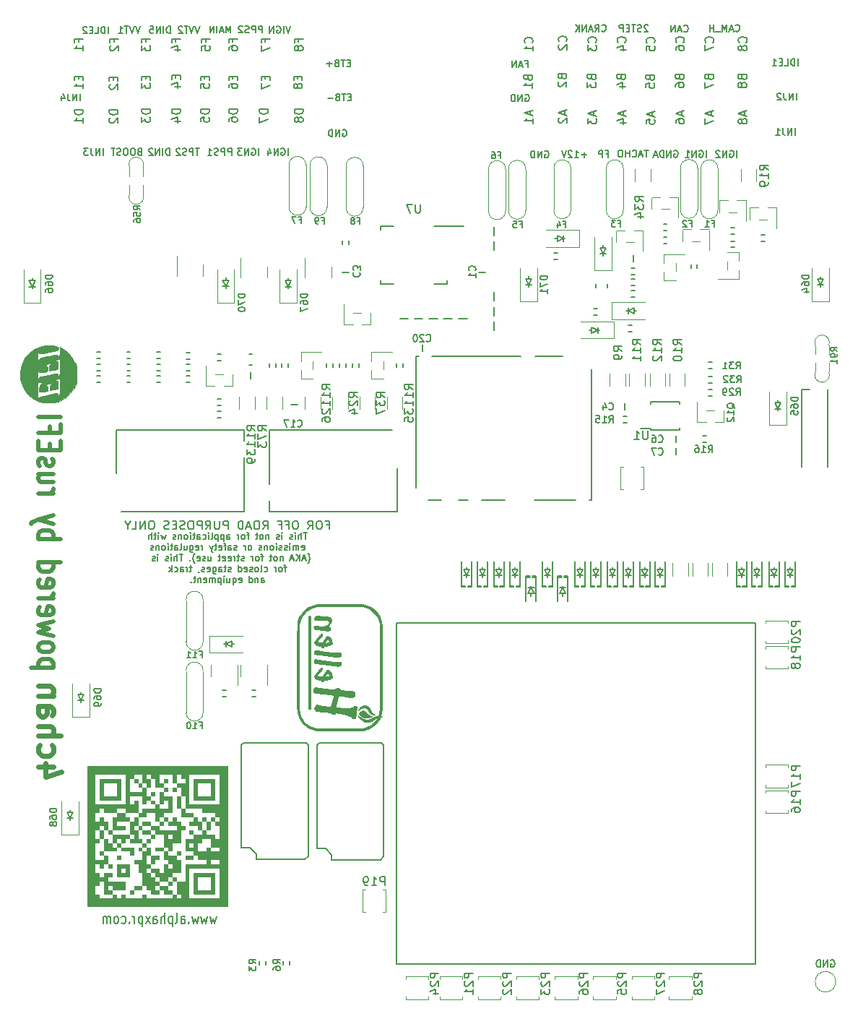
<source format=gbo>
G04 #@! TF.GenerationSoftware,KiCad,Pcbnew,7.0.9-7.0.9~ubuntu22.04.1*
G04 #@! TF.CreationDate,2023-12-09T03:44:07+00:00*
G04 #@! TF.ProjectId,alphax_4ch,616c7068-6178-45f3-9463-682e6b696361,i*
G04 #@! TF.SameCoordinates,PX141f5e0PYa2cace0*
G04 #@! TF.FileFunction,Legend,Bot*
G04 #@! TF.FilePolarity,Positive*
%FSLAX46Y46*%
G04 Gerber Fmt 4.6, Leading zero omitted, Abs format (unit mm)*
G04 Created by KiCad (PCBNEW 7.0.9-7.0.9~ubuntu22.04.1) date 2023-12-09 03:44:07*
%MOMM*%
%LPD*%
G01*
G04 APERTURE LIST*
%ADD10C,0.170000*%
%ADD11C,0.150000*%
%ADD12C,0.200000*%
%ADD13C,0.600000*%
%ADD14C,0.500000*%
%ADD15C,0.127000*%
%ADD16C,0.120000*%
%ADD17C,0.099060*%
%ADD18C,0.203200*%
%ADD19C,0.002540*%
G04 APERTURE END LIST*
D10*
X84410988Y98308526D02*
X84410988Y99108526D01*
X83610989Y99070431D02*
X83687179Y99108526D01*
X83687179Y99108526D02*
X83801465Y99108526D01*
X83801465Y99108526D02*
X83915751Y99070431D01*
X83915751Y99070431D02*
X83991941Y98994241D01*
X83991941Y98994241D02*
X84030036Y98918050D01*
X84030036Y98918050D02*
X84068132Y98765669D01*
X84068132Y98765669D02*
X84068132Y98651383D01*
X84068132Y98651383D02*
X84030036Y98499002D01*
X84030036Y98499002D02*
X83991941Y98422812D01*
X83991941Y98422812D02*
X83915751Y98346621D01*
X83915751Y98346621D02*
X83801465Y98308526D01*
X83801465Y98308526D02*
X83725274Y98308526D01*
X83725274Y98308526D02*
X83610989Y98346621D01*
X83610989Y98346621D02*
X83572893Y98384717D01*
X83572893Y98384717D02*
X83572893Y98651383D01*
X83572893Y98651383D02*
X83725274Y98651383D01*
X83230036Y98308526D02*
X83230036Y99108526D01*
X83230036Y99108526D02*
X82772893Y98308526D01*
X82772893Y98308526D02*
X82772893Y99108526D01*
X82430037Y99032336D02*
X82391941Y99070431D01*
X82391941Y99070431D02*
X82315751Y99108526D01*
X82315751Y99108526D02*
X82125275Y99108526D01*
X82125275Y99108526D02*
X82049084Y99070431D01*
X82049084Y99070431D02*
X82010989Y99032336D01*
X82010989Y99032336D02*
X81972894Y98956145D01*
X81972894Y98956145D02*
X81972894Y98879955D01*
X81972894Y98879955D02*
X82010989Y98765669D01*
X82010989Y98765669D02*
X82468132Y98308526D01*
X82468132Y98308526D02*
X81972894Y98308526D01*
X68590108Y113114936D02*
X68628204Y113076840D01*
X68628204Y113076840D02*
X68742489Y113038745D01*
X68742489Y113038745D02*
X68818680Y113038745D01*
X68818680Y113038745D02*
X68932966Y113076840D01*
X68932966Y113076840D02*
X69009156Y113153031D01*
X69009156Y113153031D02*
X69047251Y113229221D01*
X69047251Y113229221D02*
X69085347Y113381602D01*
X69085347Y113381602D02*
X69085347Y113495888D01*
X69085347Y113495888D02*
X69047251Y113648269D01*
X69047251Y113648269D02*
X69009156Y113724460D01*
X69009156Y113724460D02*
X68932966Y113800650D01*
X68932966Y113800650D02*
X68818680Y113838745D01*
X68818680Y113838745D02*
X68742489Y113838745D01*
X68742489Y113838745D02*
X68628204Y113800650D01*
X68628204Y113800650D02*
X68590108Y113762555D01*
X67790108Y113038745D02*
X68056775Y113419698D01*
X68247251Y113038745D02*
X68247251Y113838745D01*
X68247251Y113838745D02*
X67942489Y113838745D01*
X67942489Y113838745D02*
X67866299Y113800650D01*
X67866299Y113800650D02*
X67828204Y113762555D01*
X67828204Y113762555D02*
X67790108Y113686364D01*
X67790108Y113686364D02*
X67790108Y113572079D01*
X67790108Y113572079D02*
X67828204Y113495888D01*
X67828204Y113495888D02*
X67866299Y113457793D01*
X67866299Y113457793D02*
X67942489Y113419698D01*
X67942489Y113419698D02*
X68247251Y113419698D01*
X67485347Y113267317D02*
X67104394Y113267317D01*
X67561537Y113038745D02*
X67294870Y113838745D01*
X67294870Y113838745D02*
X67028204Y113038745D01*
X66761537Y113038745D02*
X66761537Y113838745D01*
X66761537Y113838745D02*
X66304394Y113038745D01*
X66304394Y113038745D02*
X66304394Y113838745D01*
X65923442Y113038745D02*
X65923442Y113838745D01*
X65466299Y113038745D02*
X65809157Y113495888D01*
X65466299Y113838745D02*
X65923442Y113381602D01*
D11*
X29131009Y107790476D02*
X29131009Y107457143D01*
X29654819Y107314286D02*
X29654819Y107790476D01*
X29654819Y107790476D02*
X28654819Y107790476D01*
X28654819Y107790476D02*
X28654819Y107314286D01*
X28654819Y106980952D02*
X28654819Y106314286D01*
X28654819Y106314286D02*
X29654819Y106742857D01*
D10*
X25069046Y112888745D02*
X25069046Y113688745D01*
X25069046Y113688745D02*
X24802380Y113117317D01*
X24802380Y113117317D02*
X24535713Y113688745D01*
X24535713Y113688745D02*
X24535713Y112888745D01*
X24192856Y113117317D02*
X23811903Y113117317D01*
X24269046Y112888745D02*
X24002379Y113688745D01*
X24002379Y113688745D02*
X23735713Y112888745D01*
X23469046Y112888745D02*
X23469046Y113688745D01*
X23088094Y112888745D02*
X23088094Y113688745D01*
X23088094Y113688745D02*
X22630951Y112888745D01*
X22630951Y112888745D02*
X22630951Y113688745D01*
D11*
X7231009Y111833334D02*
X7231009Y112166667D01*
X7754819Y112166667D02*
X6754819Y112166667D01*
X6754819Y112166667D02*
X6754819Y111690477D01*
X7754819Y110785715D02*
X7754819Y111357143D01*
X7754819Y111071429D02*
X6754819Y111071429D01*
X6754819Y111071429D02*
X6897676Y111166667D01*
X6897676Y111166667D02*
X6992914Y111261905D01*
X6992914Y111261905D02*
X7040533Y111357143D01*
D10*
X39071428Y109357793D02*
X38804762Y109357793D01*
X38690476Y108938745D02*
X39071428Y108938745D01*
X39071428Y108938745D02*
X39071428Y109738745D01*
X39071428Y109738745D02*
X38690476Y109738745D01*
X38461904Y109738745D02*
X38004761Y109738745D01*
X38233333Y108938745D02*
X38233333Y109738745D01*
X37471428Y109357793D02*
X37357142Y109319698D01*
X37357142Y109319698D02*
X37319047Y109281602D01*
X37319047Y109281602D02*
X37280951Y109205412D01*
X37280951Y109205412D02*
X37280951Y109091126D01*
X37280951Y109091126D02*
X37319047Y109014936D01*
X37319047Y109014936D02*
X37357142Y108976840D01*
X37357142Y108976840D02*
X37433332Y108938745D01*
X37433332Y108938745D02*
X37738094Y108938745D01*
X37738094Y108938745D02*
X37738094Y109738745D01*
X37738094Y109738745D02*
X37471428Y109738745D01*
X37471428Y109738745D02*
X37395237Y109700650D01*
X37395237Y109700650D02*
X37357142Y109662555D01*
X37357142Y109662555D02*
X37319047Y109586364D01*
X37319047Y109586364D02*
X37319047Y109510174D01*
X37319047Y109510174D02*
X37357142Y109433983D01*
X37357142Y109433983D02*
X37395237Y109395888D01*
X37395237Y109395888D02*
X37471428Y109357793D01*
X37471428Y109357793D02*
X37738094Y109357793D01*
X36938094Y109243507D02*
X36328571Y109243507D01*
X36633332Y108938745D02*
X36633332Y109548269D01*
X91566666Y109038745D02*
X91566666Y109838745D01*
X91185714Y109038745D02*
X91185714Y109838745D01*
X91185714Y109838745D02*
X90995238Y109838745D01*
X90995238Y109838745D02*
X90880952Y109800650D01*
X90880952Y109800650D02*
X90804762Y109724460D01*
X90804762Y109724460D02*
X90766667Y109648269D01*
X90766667Y109648269D02*
X90728571Y109495888D01*
X90728571Y109495888D02*
X90728571Y109381602D01*
X90728571Y109381602D02*
X90766667Y109229221D01*
X90766667Y109229221D02*
X90804762Y109153031D01*
X90804762Y109153031D02*
X90880952Y109076840D01*
X90880952Y109076840D02*
X90995238Y109038745D01*
X90995238Y109038745D02*
X91185714Y109038745D01*
X90004762Y109038745D02*
X90385714Y109038745D01*
X90385714Y109038745D02*
X90385714Y109838745D01*
X89738095Y109457793D02*
X89471429Y109457793D01*
X89357143Y109038745D02*
X89738095Y109038745D01*
X89738095Y109038745D02*
X89738095Y109838745D01*
X89738095Y109838745D02*
X89357143Y109838745D01*
X88595238Y109038745D02*
X89052381Y109038745D01*
X88823809Y109038745D02*
X88823809Y109838745D01*
X88823809Y109838745D02*
X88900000Y109724460D01*
X88900000Y109724460D02*
X88976190Y109648269D01*
X88976190Y109648269D02*
X89052381Y109610174D01*
D12*
X23390475Y9355258D02*
X23199999Y8555258D01*
X23199999Y8555258D02*
X23009523Y9126686D01*
X23009523Y9126686D02*
X22819047Y8555258D01*
X22819047Y8555258D02*
X22628571Y9355258D01*
X22342856Y9355258D02*
X22152380Y8555258D01*
X22152380Y8555258D02*
X21961904Y9126686D01*
X21961904Y9126686D02*
X21771428Y8555258D01*
X21771428Y8555258D02*
X21580952Y9355258D01*
X21295237Y9355258D02*
X21104761Y8555258D01*
X21104761Y8555258D02*
X20914285Y9126686D01*
X20914285Y9126686D02*
X20723809Y8555258D01*
X20723809Y8555258D02*
X20533333Y9355258D01*
X20152380Y8669543D02*
X20104761Y8612400D01*
X20104761Y8612400D02*
X20152380Y8555258D01*
X20152380Y8555258D02*
X20199999Y8612400D01*
X20199999Y8612400D02*
X20152380Y8669543D01*
X20152380Y8669543D02*
X20152380Y8555258D01*
X19247619Y8555258D02*
X19247619Y9183829D01*
X19247619Y9183829D02*
X19295238Y9298115D01*
X19295238Y9298115D02*
X19390476Y9355258D01*
X19390476Y9355258D02*
X19580952Y9355258D01*
X19580952Y9355258D02*
X19676190Y9298115D01*
X19247619Y8612400D02*
X19342857Y8555258D01*
X19342857Y8555258D02*
X19580952Y8555258D01*
X19580952Y8555258D02*
X19676190Y8612400D01*
X19676190Y8612400D02*
X19723809Y8726686D01*
X19723809Y8726686D02*
X19723809Y8840972D01*
X19723809Y8840972D02*
X19676190Y8955258D01*
X19676190Y8955258D02*
X19580952Y9012400D01*
X19580952Y9012400D02*
X19342857Y9012400D01*
X19342857Y9012400D02*
X19247619Y9069543D01*
X18628571Y8555258D02*
X18723809Y8612400D01*
X18723809Y8612400D02*
X18771428Y8726686D01*
X18771428Y8726686D02*
X18771428Y9755258D01*
X18247618Y9355258D02*
X18247618Y8155258D01*
X18247618Y9298115D02*
X18152380Y9355258D01*
X18152380Y9355258D02*
X17961904Y9355258D01*
X17961904Y9355258D02*
X17866666Y9298115D01*
X17866666Y9298115D02*
X17819047Y9240972D01*
X17819047Y9240972D02*
X17771428Y9126686D01*
X17771428Y9126686D02*
X17771428Y8783829D01*
X17771428Y8783829D02*
X17819047Y8669543D01*
X17819047Y8669543D02*
X17866666Y8612400D01*
X17866666Y8612400D02*
X17961904Y8555258D01*
X17961904Y8555258D02*
X18152380Y8555258D01*
X18152380Y8555258D02*
X18247618Y8612400D01*
X17342856Y8555258D02*
X17342856Y9755258D01*
X16914285Y8555258D02*
X16914285Y9183829D01*
X16914285Y9183829D02*
X16961904Y9298115D01*
X16961904Y9298115D02*
X17057142Y9355258D01*
X17057142Y9355258D02*
X17199999Y9355258D01*
X17199999Y9355258D02*
X17295237Y9298115D01*
X17295237Y9298115D02*
X17342856Y9240972D01*
X16009523Y8555258D02*
X16009523Y9183829D01*
X16009523Y9183829D02*
X16057142Y9298115D01*
X16057142Y9298115D02*
X16152380Y9355258D01*
X16152380Y9355258D02*
X16342856Y9355258D01*
X16342856Y9355258D02*
X16438094Y9298115D01*
X16009523Y8612400D02*
X16104761Y8555258D01*
X16104761Y8555258D02*
X16342856Y8555258D01*
X16342856Y8555258D02*
X16438094Y8612400D01*
X16438094Y8612400D02*
X16485713Y8726686D01*
X16485713Y8726686D02*
X16485713Y8840972D01*
X16485713Y8840972D02*
X16438094Y8955258D01*
X16438094Y8955258D02*
X16342856Y9012400D01*
X16342856Y9012400D02*
X16104761Y9012400D01*
X16104761Y9012400D02*
X16009523Y9069543D01*
X15628570Y8555258D02*
X15104761Y9355258D01*
X15628570Y9355258D02*
X15104761Y8555258D01*
X14723808Y9355258D02*
X14723808Y8155258D01*
X14723808Y9298115D02*
X14628570Y9355258D01*
X14628570Y9355258D02*
X14438094Y9355258D01*
X14438094Y9355258D02*
X14342856Y9298115D01*
X14342856Y9298115D02*
X14295237Y9240972D01*
X14295237Y9240972D02*
X14247618Y9126686D01*
X14247618Y9126686D02*
X14247618Y8783829D01*
X14247618Y8783829D02*
X14295237Y8669543D01*
X14295237Y8669543D02*
X14342856Y8612400D01*
X14342856Y8612400D02*
X14438094Y8555258D01*
X14438094Y8555258D02*
X14628570Y8555258D01*
X14628570Y8555258D02*
X14723808Y8612400D01*
X13819046Y8555258D02*
X13819046Y9355258D01*
X13819046Y9126686D02*
X13771427Y9240972D01*
X13771427Y9240972D02*
X13723808Y9298115D01*
X13723808Y9298115D02*
X13628570Y9355258D01*
X13628570Y9355258D02*
X13533332Y9355258D01*
X13199998Y8669543D02*
X13152379Y8612400D01*
X13152379Y8612400D02*
X13199998Y8555258D01*
X13199998Y8555258D02*
X13247617Y8612400D01*
X13247617Y8612400D02*
X13199998Y8669543D01*
X13199998Y8669543D02*
X13199998Y8555258D01*
X12295237Y8612400D02*
X12390475Y8555258D01*
X12390475Y8555258D02*
X12580951Y8555258D01*
X12580951Y8555258D02*
X12676189Y8612400D01*
X12676189Y8612400D02*
X12723808Y8669543D01*
X12723808Y8669543D02*
X12771427Y8783829D01*
X12771427Y8783829D02*
X12771427Y9126686D01*
X12771427Y9126686D02*
X12723808Y9240972D01*
X12723808Y9240972D02*
X12676189Y9298115D01*
X12676189Y9298115D02*
X12580951Y9355258D01*
X12580951Y9355258D02*
X12390475Y9355258D01*
X12390475Y9355258D02*
X12295237Y9298115D01*
X11723808Y8555258D02*
X11819046Y8612400D01*
X11819046Y8612400D02*
X11866665Y8669543D01*
X11866665Y8669543D02*
X11914284Y8783829D01*
X11914284Y8783829D02*
X11914284Y9126686D01*
X11914284Y9126686D02*
X11866665Y9240972D01*
X11866665Y9240972D02*
X11819046Y9298115D01*
X11819046Y9298115D02*
X11723808Y9355258D01*
X11723808Y9355258D02*
X11580951Y9355258D01*
X11580951Y9355258D02*
X11485713Y9298115D01*
X11485713Y9298115D02*
X11438094Y9240972D01*
X11438094Y9240972D02*
X11390475Y9126686D01*
X11390475Y9126686D02*
X11390475Y8783829D01*
X11390475Y8783829D02*
X11438094Y8669543D01*
X11438094Y8669543D02*
X11485713Y8612400D01*
X11485713Y8612400D02*
X11580951Y8555258D01*
X11580951Y8555258D02*
X11723808Y8555258D01*
X10961903Y8555258D02*
X10961903Y9355258D01*
X10961903Y9240972D02*
X10914284Y9298115D01*
X10914284Y9298115D02*
X10819046Y9355258D01*
X10819046Y9355258D02*
X10676189Y9355258D01*
X10676189Y9355258D02*
X10580951Y9298115D01*
X10580951Y9298115D02*
X10533332Y9183829D01*
X10533332Y9183829D02*
X10533332Y8555258D01*
X10533332Y9183829D02*
X10485713Y9298115D01*
X10485713Y9298115D02*
X10390475Y9355258D01*
X10390475Y9355258D02*
X10247618Y9355258D01*
X10247618Y9355258D02*
X10152379Y9298115D01*
X10152379Y9298115D02*
X10104760Y9183829D01*
X10104760Y9183829D02*
X10104760Y8555258D01*
D11*
X25331009Y111833334D02*
X25331009Y112166667D01*
X25854819Y112166667D02*
X24854819Y112166667D01*
X24854819Y112166667D02*
X24854819Y111690477D01*
X24854819Y110880953D02*
X24854819Y111071429D01*
X24854819Y111071429D02*
X24902438Y111166667D01*
X24902438Y111166667D02*
X24950057Y111214286D01*
X24950057Y111214286D02*
X25092914Y111309524D01*
X25092914Y111309524D02*
X25283390Y111357143D01*
X25283390Y111357143D02*
X25664342Y111357143D01*
X25664342Y111357143D02*
X25759580Y111309524D01*
X25759580Y111309524D02*
X25807200Y111261905D01*
X25807200Y111261905D02*
X25854819Y111166667D01*
X25854819Y111166667D02*
X25854819Y110976191D01*
X25854819Y110976191D02*
X25807200Y110880953D01*
X25807200Y110880953D02*
X25759580Y110833334D01*
X25759580Y110833334D02*
X25664342Y110785715D01*
X25664342Y110785715D02*
X25426247Y110785715D01*
X25426247Y110785715D02*
X25331009Y110833334D01*
X25331009Y110833334D02*
X25283390Y110880953D01*
X25283390Y110880953D02*
X25235771Y110976191D01*
X25235771Y110976191D02*
X25235771Y111166667D01*
X25235771Y111166667D02*
X25283390Y111261905D01*
X25283390Y111261905D02*
X25331009Y111309524D01*
X25331009Y111309524D02*
X25426247Y111357143D01*
X33554819Y103938095D02*
X32554819Y103938095D01*
X32554819Y103938095D02*
X32554819Y103700000D01*
X32554819Y103700000D02*
X32602438Y103557143D01*
X32602438Y103557143D02*
X32697676Y103461905D01*
X32697676Y103461905D02*
X32792914Y103414286D01*
X32792914Y103414286D02*
X32983390Y103366667D01*
X32983390Y103366667D02*
X33126247Y103366667D01*
X33126247Y103366667D02*
X33316723Y103414286D01*
X33316723Y103414286D02*
X33411961Y103461905D01*
X33411961Y103461905D02*
X33507200Y103557143D01*
X33507200Y103557143D02*
X33554819Y103700000D01*
X33554819Y103700000D02*
X33554819Y103938095D01*
X32983390Y102795238D02*
X32935771Y102890476D01*
X32935771Y102890476D02*
X32888152Y102938095D01*
X32888152Y102938095D02*
X32792914Y102985714D01*
X32792914Y102985714D02*
X32745295Y102985714D01*
X32745295Y102985714D02*
X32650057Y102938095D01*
X32650057Y102938095D02*
X32602438Y102890476D01*
X32602438Y102890476D02*
X32554819Y102795238D01*
X32554819Y102795238D02*
X32554819Y102604762D01*
X32554819Y102604762D02*
X32602438Y102509524D01*
X32602438Y102509524D02*
X32650057Y102461905D01*
X32650057Y102461905D02*
X32745295Y102414286D01*
X32745295Y102414286D02*
X32792914Y102414286D01*
X32792914Y102414286D02*
X32888152Y102461905D01*
X32888152Y102461905D02*
X32935771Y102509524D01*
X32935771Y102509524D02*
X32983390Y102604762D01*
X32983390Y102604762D02*
X32983390Y102795238D01*
X32983390Y102795238D02*
X33031009Y102890476D01*
X33031009Y102890476D02*
X33078628Y102938095D01*
X33078628Y102938095D02*
X33173866Y102985714D01*
X33173866Y102985714D02*
X33364342Y102985714D01*
X33364342Y102985714D02*
X33459580Y102938095D01*
X33459580Y102938095D02*
X33507200Y102890476D01*
X33507200Y102890476D02*
X33554819Y102795238D01*
X33554819Y102795238D02*
X33554819Y102604762D01*
X33554819Y102604762D02*
X33507200Y102509524D01*
X33507200Y102509524D02*
X33459580Y102461905D01*
X33459580Y102461905D02*
X33364342Y102414286D01*
X33364342Y102414286D02*
X33173866Y102414286D01*
X33173866Y102414286D02*
X33078628Y102461905D01*
X33078628Y102461905D02*
X33031009Y102509524D01*
X33031009Y102509524D02*
X32983390Y102604762D01*
D10*
X14445237Y113638745D02*
X14178570Y112838745D01*
X14178570Y112838745D02*
X13911904Y113638745D01*
X13759523Y113638745D02*
X13492856Y112838745D01*
X13492856Y112838745D02*
X13226190Y113638745D01*
X13073809Y113638745D02*
X12616666Y113638745D01*
X12845238Y112838745D02*
X12845238Y113638745D01*
X11930952Y112838745D02*
X12388095Y112838745D01*
X12159523Y112838745D02*
X12159523Y113638745D01*
X12159523Y113638745D02*
X12235714Y113524460D01*
X12235714Y113524460D02*
X12311904Y113448269D01*
X12311904Y113448269D02*
X12388095Y113410174D01*
X17899999Y98538745D02*
X17899999Y99338745D01*
X17899999Y99338745D02*
X17709523Y99338745D01*
X17709523Y99338745D02*
X17595237Y99300650D01*
X17595237Y99300650D02*
X17519047Y99224460D01*
X17519047Y99224460D02*
X17480952Y99148269D01*
X17480952Y99148269D02*
X17442856Y98995888D01*
X17442856Y98995888D02*
X17442856Y98881602D01*
X17442856Y98881602D02*
X17480952Y98729221D01*
X17480952Y98729221D02*
X17519047Y98653031D01*
X17519047Y98653031D02*
X17595237Y98576840D01*
X17595237Y98576840D02*
X17709523Y98538745D01*
X17709523Y98538745D02*
X17899999Y98538745D01*
X17099999Y98538745D02*
X17099999Y99338745D01*
X16719047Y98538745D02*
X16719047Y99338745D01*
X16719047Y99338745D02*
X16261904Y98538745D01*
X16261904Y98538745D02*
X16261904Y99338745D01*
X15919048Y99262555D02*
X15880952Y99300650D01*
X15880952Y99300650D02*
X15804762Y99338745D01*
X15804762Y99338745D02*
X15614286Y99338745D01*
X15614286Y99338745D02*
X15538095Y99300650D01*
X15538095Y99300650D02*
X15500000Y99262555D01*
X15500000Y99262555D02*
X15461905Y99186364D01*
X15461905Y99186364D02*
X15461905Y99110174D01*
X15461905Y99110174D02*
X15500000Y98995888D01*
X15500000Y98995888D02*
X15957143Y98538745D01*
X15957143Y98538745D02*
X15461905Y98538745D01*
D11*
X7231009Y107790476D02*
X7231009Y107457143D01*
X7754819Y107314286D02*
X7754819Y107790476D01*
X7754819Y107790476D02*
X6754819Y107790476D01*
X6754819Y107790476D02*
X6754819Y107314286D01*
X7754819Y106361905D02*
X7754819Y106933333D01*
X7754819Y106647619D02*
X6754819Y106647619D01*
X6754819Y106647619D02*
X6897676Y106742857D01*
X6897676Y106742857D02*
X6992914Y106838095D01*
X6992914Y106838095D02*
X7040533Y106933333D01*
X11854819Y103838095D02*
X10854819Y103838095D01*
X10854819Y103838095D02*
X10854819Y103600000D01*
X10854819Y103600000D02*
X10902438Y103457143D01*
X10902438Y103457143D02*
X10997676Y103361905D01*
X10997676Y103361905D02*
X11092914Y103314286D01*
X11092914Y103314286D02*
X11283390Y103266667D01*
X11283390Y103266667D02*
X11426247Y103266667D01*
X11426247Y103266667D02*
X11616723Y103314286D01*
X11616723Y103314286D02*
X11711961Y103361905D01*
X11711961Y103361905D02*
X11807200Y103457143D01*
X11807200Y103457143D02*
X11854819Y103600000D01*
X11854819Y103600000D02*
X11854819Y103838095D01*
X10950057Y102885714D02*
X10902438Y102838095D01*
X10902438Y102838095D02*
X10854819Y102742857D01*
X10854819Y102742857D02*
X10854819Y102504762D01*
X10854819Y102504762D02*
X10902438Y102409524D01*
X10902438Y102409524D02*
X10950057Y102361905D01*
X10950057Y102361905D02*
X11045295Y102314286D01*
X11045295Y102314286D02*
X11140533Y102314286D01*
X11140533Y102314286D02*
X11283390Y102361905D01*
X11283390Y102361905D02*
X11854819Y102933333D01*
X11854819Y102933333D02*
X11854819Y102314286D01*
D10*
X10716666Y112788745D02*
X10716666Y113588745D01*
X10335714Y112788745D02*
X10335714Y113588745D01*
X10335714Y113588745D02*
X10145238Y113588745D01*
X10145238Y113588745D02*
X10030952Y113550650D01*
X10030952Y113550650D02*
X9954762Y113474460D01*
X9954762Y113474460D02*
X9916667Y113398269D01*
X9916667Y113398269D02*
X9878571Y113245888D01*
X9878571Y113245888D02*
X9878571Y113131602D01*
X9878571Y113131602D02*
X9916667Y112979221D01*
X9916667Y112979221D02*
X9954762Y112903031D01*
X9954762Y112903031D02*
X10030952Y112826840D01*
X10030952Y112826840D02*
X10145238Y112788745D01*
X10145238Y112788745D02*
X10335714Y112788745D01*
X9154762Y112788745D02*
X9535714Y112788745D01*
X9535714Y112788745D02*
X9535714Y113588745D01*
X8888095Y113207793D02*
X8621429Y113207793D01*
X8507143Y112788745D02*
X8888095Y112788745D01*
X8888095Y112788745D02*
X8888095Y113588745D01*
X8888095Y113588745D02*
X8507143Y113588745D01*
X8202381Y113512555D02*
X8164285Y113550650D01*
X8164285Y113550650D02*
X8088095Y113588745D01*
X8088095Y113588745D02*
X7897619Y113588745D01*
X7897619Y113588745D02*
X7821428Y113550650D01*
X7821428Y113550650D02*
X7783333Y113512555D01*
X7783333Y113512555D02*
X7745238Y113436364D01*
X7745238Y113436364D02*
X7745238Y113360174D01*
X7745238Y113360174D02*
X7783333Y113245888D01*
X7783333Y113245888D02*
X8240476Y112788745D01*
X8240476Y112788745D02*
X7745238Y112788745D01*
D11*
X29131009Y111833334D02*
X29131009Y112166667D01*
X29654819Y112166667D02*
X28654819Y112166667D01*
X28654819Y112166667D02*
X28654819Y111690477D01*
X28654819Y111404762D02*
X28654819Y110738096D01*
X28654819Y110738096D02*
X29654819Y111166667D01*
D10*
X32076189Y113638745D02*
X31809522Y112838745D01*
X31809522Y112838745D02*
X31542856Y113638745D01*
X31276189Y112838745D02*
X31276189Y113638745D01*
X30476190Y113600650D02*
X30552380Y113638745D01*
X30552380Y113638745D02*
X30666666Y113638745D01*
X30666666Y113638745D02*
X30780952Y113600650D01*
X30780952Y113600650D02*
X30857142Y113524460D01*
X30857142Y113524460D02*
X30895237Y113448269D01*
X30895237Y113448269D02*
X30933333Y113295888D01*
X30933333Y113295888D02*
X30933333Y113181602D01*
X30933333Y113181602D02*
X30895237Y113029221D01*
X30895237Y113029221D02*
X30857142Y112953031D01*
X30857142Y112953031D02*
X30780952Y112876840D01*
X30780952Y112876840D02*
X30666666Y112838745D01*
X30666666Y112838745D02*
X30590475Y112838745D01*
X30590475Y112838745D02*
X30476190Y112876840D01*
X30476190Y112876840D02*
X30438094Y112914936D01*
X30438094Y112914936D02*
X30438094Y113181602D01*
X30438094Y113181602D02*
X30590475Y113181602D01*
X30095237Y112838745D02*
X30095237Y113638745D01*
X30095237Y113638745D02*
X29638094Y112838745D01*
X29638094Y112838745D02*
X29638094Y113638745D01*
D11*
X18631009Y107890476D02*
X18631009Y107557143D01*
X19154819Y107414286D02*
X19154819Y107890476D01*
X19154819Y107890476D02*
X18154819Y107890476D01*
X18154819Y107890476D02*
X18154819Y107414286D01*
X18488152Y106557143D02*
X19154819Y106557143D01*
X18107200Y106795238D02*
X18821485Y107033333D01*
X18821485Y107033333D02*
X18821485Y106414286D01*
X25331009Y107790476D02*
X25331009Y107457143D01*
X25854819Y107314286D02*
X25854819Y107790476D01*
X25854819Y107790476D02*
X24854819Y107790476D01*
X24854819Y107790476D02*
X24854819Y107314286D01*
X24854819Y106457143D02*
X24854819Y106647619D01*
X24854819Y106647619D02*
X24902438Y106742857D01*
X24902438Y106742857D02*
X24950057Y106790476D01*
X24950057Y106790476D02*
X25092914Y106885714D01*
X25092914Y106885714D02*
X25283390Y106933333D01*
X25283390Y106933333D02*
X25664342Y106933333D01*
X25664342Y106933333D02*
X25759580Y106885714D01*
X25759580Y106885714D02*
X25807200Y106838095D01*
X25807200Y106838095D02*
X25854819Y106742857D01*
X25854819Y106742857D02*
X25854819Y106552381D01*
X25854819Y106552381D02*
X25807200Y106457143D01*
X25807200Y106457143D02*
X25759580Y106409524D01*
X25759580Y106409524D02*
X25664342Y106361905D01*
X25664342Y106361905D02*
X25426247Y106361905D01*
X25426247Y106361905D02*
X25331009Y106409524D01*
X25331009Y106409524D02*
X25283390Y106457143D01*
X25283390Y106457143D02*
X25235771Y106552381D01*
X25235771Y106552381D02*
X25235771Y106742857D01*
X25235771Y106742857D02*
X25283390Y106838095D01*
X25283390Y106838095D02*
X25331009Y106885714D01*
X25331009Y106885714D02*
X25426247Y106933333D01*
D10*
X39171428Y105357793D02*
X38904762Y105357793D01*
X38790476Y104938745D02*
X39171428Y104938745D01*
X39171428Y104938745D02*
X39171428Y105738745D01*
X39171428Y105738745D02*
X38790476Y105738745D01*
X38561904Y105738745D02*
X38104761Y105738745D01*
X38333333Y104938745D02*
X38333333Y105738745D01*
X37571428Y105357793D02*
X37457142Y105319698D01*
X37457142Y105319698D02*
X37419047Y105281602D01*
X37419047Y105281602D02*
X37380951Y105205412D01*
X37380951Y105205412D02*
X37380951Y105091126D01*
X37380951Y105091126D02*
X37419047Y105014936D01*
X37419047Y105014936D02*
X37457142Y104976840D01*
X37457142Y104976840D02*
X37533332Y104938745D01*
X37533332Y104938745D02*
X37838094Y104938745D01*
X37838094Y104938745D02*
X37838094Y105738745D01*
X37838094Y105738745D02*
X37571428Y105738745D01*
X37571428Y105738745D02*
X37495237Y105700650D01*
X37495237Y105700650D02*
X37457142Y105662555D01*
X37457142Y105662555D02*
X37419047Y105586364D01*
X37419047Y105586364D02*
X37419047Y105510174D01*
X37419047Y105510174D02*
X37457142Y105433983D01*
X37457142Y105433983D02*
X37495237Y105395888D01*
X37495237Y105395888D02*
X37571428Y105357793D01*
X37571428Y105357793D02*
X37838094Y105357793D01*
X37038094Y105243507D02*
X36428571Y105243507D01*
D11*
X29454819Y103938095D02*
X28454819Y103938095D01*
X28454819Y103938095D02*
X28454819Y103700000D01*
X28454819Y103700000D02*
X28502438Y103557143D01*
X28502438Y103557143D02*
X28597676Y103461905D01*
X28597676Y103461905D02*
X28692914Y103414286D01*
X28692914Y103414286D02*
X28883390Y103366667D01*
X28883390Y103366667D02*
X29026247Y103366667D01*
X29026247Y103366667D02*
X29216723Y103414286D01*
X29216723Y103414286D02*
X29311961Y103461905D01*
X29311961Y103461905D02*
X29407200Y103557143D01*
X29407200Y103557143D02*
X29454819Y103700000D01*
X29454819Y103700000D02*
X29454819Y103938095D01*
X28454819Y103033333D02*
X28454819Y102366667D01*
X28454819Y102366667D02*
X29454819Y102795238D01*
D13*
X4261723Y26928070D02*
X2528390Y26928070D01*
X5252200Y26309022D02*
X3395057Y25689975D01*
X3395057Y25689975D02*
X3395057Y27299498D01*
X2652200Y29404260D02*
X2528390Y29156641D01*
X2528390Y29156641D02*
X2528390Y28661403D01*
X2528390Y28661403D02*
X2652200Y28413784D01*
X2652200Y28413784D02*
X2776009Y28289974D01*
X2776009Y28289974D02*
X3023628Y28166165D01*
X3023628Y28166165D02*
X3766485Y28166165D01*
X3766485Y28166165D02*
X4014104Y28289974D01*
X4014104Y28289974D02*
X4137914Y28413784D01*
X4137914Y28413784D02*
X4261723Y28661403D01*
X4261723Y28661403D02*
X4261723Y29156641D01*
X4261723Y29156641D02*
X4137914Y29404260D01*
X2528390Y30518545D02*
X5128390Y30518545D01*
X2528390Y31632831D02*
X3890295Y31632831D01*
X3890295Y31632831D02*
X4137914Y31509021D01*
X4137914Y31509021D02*
X4261723Y31261402D01*
X4261723Y31261402D02*
X4261723Y30889974D01*
X4261723Y30889974D02*
X4137914Y30642355D01*
X4137914Y30642355D02*
X4014104Y30518545D01*
X2528390Y33985212D02*
X3890295Y33985212D01*
X3890295Y33985212D02*
X4137914Y33861402D01*
X4137914Y33861402D02*
X4261723Y33613783D01*
X4261723Y33613783D02*
X4261723Y33118545D01*
X4261723Y33118545D02*
X4137914Y32870926D01*
X2652200Y33985212D02*
X2528390Y33737593D01*
X2528390Y33737593D02*
X2528390Y33118545D01*
X2528390Y33118545D02*
X2652200Y32870926D01*
X2652200Y32870926D02*
X2899819Y32747117D01*
X2899819Y32747117D02*
X3147438Y32747117D01*
X3147438Y32747117D02*
X3395057Y32870926D01*
X3395057Y32870926D02*
X3518866Y33118545D01*
X3518866Y33118545D02*
X3518866Y33737593D01*
X3518866Y33737593D02*
X3642676Y33985212D01*
X4261723Y35223307D02*
X2528390Y35223307D01*
X4014104Y35223307D02*
X4137914Y35347117D01*
X4137914Y35347117D02*
X4261723Y35594736D01*
X4261723Y35594736D02*
X4261723Y35966164D01*
X4261723Y35966164D02*
X4137914Y36213783D01*
X4137914Y36213783D02*
X3890295Y36337593D01*
X3890295Y36337593D02*
X2528390Y36337593D01*
D10*
X14366666Y98957793D02*
X14252380Y98919698D01*
X14252380Y98919698D02*
X14214285Y98881602D01*
X14214285Y98881602D02*
X14176189Y98805412D01*
X14176189Y98805412D02*
X14176189Y98691126D01*
X14176189Y98691126D02*
X14214285Y98614936D01*
X14214285Y98614936D02*
X14252380Y98576840D01*
X14252380Y98576840D02*
X14328570Y98538745D01*
X14328570Y98538745D02*
X14633332Y98538745D01*
X14633332Y98538745D02*
X14633332Y99338745D01*
X14633332Y99338745D02*
X14366666Y99338745D01*
X14366666Y99338745D02*
X14290475Y99300650D01*
X14290475Y99300650D02*
X14252380Y99262555D01*
X14252380Y99262555D02*
X14214285Y99186364D01*
X14214285Y99186364D02*
X14214285Y99110174D01*
X14214285Y99110174D02*
X14252380Y99033983D01*
X14252380Y99033983D02*
X14290475Y98995888D01*
X14290475Y98995888D02*
X14366666Y98957793D01*
X14366666Y98957793D02*
X14633332Y98957793D01*
X13680951Y99338745D02*
X13528570Y99338745D01*
X13528570Y99338745D02*
X13452380Y99300650D01*
X13452380Y99300650D02*
X13376189Y99224460D01*
X13376189Y99224460D02*
X13338094Y99072079D01*
X13338094Y99072079D02*
X13338094Y98805412D01*
X13338094Y98805412D02*
X13376189Y98653031D01*
X13376189Y98653031D02*
X13452380Y98576840D01*
X13452380Y98576840D02*
X13528570Y98538745D01*
X13528570Y98538745D02*
X13680951Y98538745D01*
X13680951Y98538745D02*
X13757142Y98576840D01*
X13757142Y98576840D02*
X13833332Y98653031D01*
X13833332Y98653031D02*
X13871428Y98805412D01*
X13871428Y98805412D02*
X13871428Y99072079D01*
X13871428Y99072079D02*
X13833332Y99224460D01*
X13833332Y99224460D02*
X13757142Y99300650D01*
X13757142Y99300650D02*
X13680951Y99338745D01*
X12842856Y99338745D02*
X12690475Y99338745D01*
X12690475Y99338745D02*
X12614285Y99300650D01*
X12614285Y99300650D02*
X12538094Y99224460D01*
X12538094Y99224460D02*
X12499999Y99072079D01*
X12499999Y99072079D02*
X12499999Y98805412D01*
X12499999Y98805412D02*
X12538094Y98653031D01*
X12538094Y98653031D02*
X12614285Y98576840D01*
X12614285Y98576840D02*
X12690475Y98538745D01*
X12690475Y98538745D02*
X12842856Y98538745D01*
X12842856Y98538745D02*
X12919047Y98576840D01*
X12919047Y98576840D02*
X12995237Y98653031D01*
X12995237Y98653031D02*
X13033333Y98805412D01*
X13033333Y98805412D02*
X13033333Y99072079D01*
X13033333Y99072079D02*
X12995237Y99224460D01*
X12995237Y99224460D02*
X12919047Y99300650D01*
X12919047Y99300650D02*
X12842856Y99338745D01*
X12195238Y98576840D02*
X12080952Y98538745D01*
X12080952Y98538745D02*
X11890476Y98538745D01*
X11890476Y98538745D02*
X11814285Y98576840D01*
X11814285Y98576840D02*
X11776190Y98614936D01*
X11776190Y98614936D02*
X11738095Y98691126D01*
X11738095Y98691126D02*
X11738095Y98767317D01*
X11738095Y98767317D02*
X11776190Y98843507D01*
X11776190Y98843507D02*
X11814285Y98881602D01*
X11814285Y98881602D02*
X11890476Y98919698D01*
X11890476Y98919698D02*
X12042857Y98957793D01*
X12042857Y98957793D02*
X12119047Y98995888D01*
X12119047Y98995888D02*
X12157142Y99033983D01*
X12157142Y99033983D02*
X12195238Y99110174D01*
X12195238Y99110174D02*
X12195238Y99186364D01*
X12195238Y99186364D02*
X12157142Y99262555D01*
X12157142Y99262555D02*
X12119047Y99300650D01*
X12119047Y99300650D02*
X12042857Y99338745D01*
X12042857Y99338745D02*
X11852380Y99338745D01*
X11852380Y99338745D02*
X11738095Y99300650D01*
X11509523Y99338745D02*
X11052380Y99338745D01*
X11280952Y98538745D02*
X11280952Y99338745D01*
X38209523Y101500650D02*
X38285713Y101538745D01*
X38285713Y101538745D02*
X38399999Y101538745D01*
X38399999Y101538745D02*
X38514285Y101500650D01*
X38514285Y101500650D02*
X38590475Y101424460D01*
X38590475Y101424460D02*
X38628570Y101348269D01*
X38628570Y101348269D02*
X38666666Y101195888D01*
X38666666Y101195888D02*
X38666666Y101081602D01*
X38666666Y101081602D02*
X38628570Y100929221D01*
X38628570Y100929221D02*
X38590475Y100853031D01*
X38590475Y100853031D02*
X38514285Y100776840D01*
X38514285Y100776840D02*
X38399999Y100738745D01*
X38399999Y100738745D02*
X38323808Y100738745D01*
X38323808Y100738745D02*
X38209523Y100776840D01*
X38209523Y100776840D02*
X38171427Y100814936D01*
X38171427Y100814936D02*
X38171427Y101081602D01*
X38171427Y101081602D02*
X38323808Y101081602D01*
X37828570Y100738745D02*
X37828570Y101538745D01*
X37828570Y101538745D02*
X37371427Y100738745D01*
X37371427Y100738745D02*
X37371427Y101538745D01*
X36990475Y100738745D02*
X36990475Y101538745D01*
X36990475Y101538745D02*
X36799999Y101538745D01*
X36799999Y101538745D02*
X36685713Y101500650D01*
X36685713Y101500650D02*
X36609523Y101424460D01*
X36609523Y101424460D02*
X36571428Y101348269D01*
X36571428Y101348269D02*
X36533332Y101195888D01*
X36533332Y101195888D02*
X36533332Y101081602D01*
X36533332Y101081602D02*
X36571428Y100929221D01*
X36571428Y100929221D02*
X36609523Y100853031D01*
X36609523Y100853031D02*
X36685713Y100776840D01*
X36685713Y100776840D02*
X36799999Y100738745D01*
X36799999Y100738745D02*
X36990475Y100738745D01*
D11*
X11381009Y111833334D02*
X11381009Y112166667D01*
X11904819Y112166667D02*
X10904819Y112166667D01*
X10904819Y112166667D02*
X10904819Y111690477D01*
X11000057Y111357143D02*
X10952438Y111309524D01*
X10952438Y111309524D02*
X10904819Y111214286D01*
X10904819Y111214286D02*
X10904819Y110976191D01*
X10904819Y110976191D02*
X10952438Y110880953D01*
X10952438Y110880953D02*
X11000057Y110833334D01*
X11000057Y110833334D02*
X11095295Y110785715D01*
X11095295Y110785715D02*
X11190533Y110785715D01*
X11190533Y110785715D02*
X11333390Y110833334D01*
X11333390Y110833334D02*
X11904819Y111404762D01*
X11904819Y111404762D02*
X11904819Y110785715D01*
D14*
X4256523Y38452757D02*
X1656523Y38452757D01*
X4132714Y38452757D02*
X4256523Y38662281D01*
X4256523Y38662281D02*
X4256523Y39081328D01*
X4256523Y39081328D02*
X4132714Y39290852D01*
X4132714Y39290852D02*
X4008904Y39395614D01*
X4008904Y39395614D02*
X3761285Y39500376D01*
X3761285Y39500376D02*
X3018428Y39500376D01*
X3018428Y39500376D02*
X2770809Y39395614D01*
X2770809Y39395614D02*
X2647000Y39290852D01*
X2647000Y39290852D02*
X2523190Y39081328D01*
X2523190Y39081328D02*
X2523190Y38662281D01*
X2523190Y38662281D02*
X2647000Y38452757D01*
X2523190Y40757519D02*
X2647000Y40547995D01*
X2647000Y40547995D02*
X2770809Y40443233D01*
X2770809Y40443233D02*
X3018428Y40338471D01*
X3018428Y40338471D02*
X3761285Y40338471D01*
X3761285Y40338471D02*
X4008904Y40443233D01*
X4008904Y40443233D02*
X4132714Y40547995D01*
X4132714Y40547995D02*
X4256523Y40757519D01*
X4256523Y40757519D02*
X4256523Y41071804D01*
X4256523Y41071804D02*
X4132714Y41281328D01*
X4132714Y41281328D02*
X4008904Y41386090D01*
X4008904Y41386090D02*
X3761285Y41490852D01*
X3761285Y41490852D02*
X3018428Y41490852D01*
X3018428Y41490852D02*
X2770809Y41386090D01*
X2770809Y41386090D02*
X2647000Y41281328D01*
X2647000Y41281328D02*
X2523190Y41071804D01*
X2523190Y41071804D02*
X2523190Y40757519D01*
X4256523Y42224185D02*
X2523190Y42643233D01*
X2523190Y42643233D02*
X3761285Y43062280D01*
X3761285Y43062280D02*
X2523190Y43481328D01*
X2523190Y43481328D02*
X4256523Y43900376D01*
X2647000Y45576566D02*
X2523190Y45367042D01*
X2523190Y45367042D02*
X2523190Y44947995D01*
X2523190Y44947995D02*
X2647000Y44738471D01*
X2647000Y44738471D02*
X2894619Y44633709D01*
X2894619Y44633709D02*
X3885095Y44633709D01*
X3885095Y44633709D02*
X4132714Y44738471D01*
X4132714Y44738471D02*
X4256523Y44947995D01*
X4256523Y44947995D02*
X4256523Y45367042D01*
X4256523Y45367042D02*
X4132714Y45576566D01*
X4132714Y45576566D02*
X3885095Y45681328D01*
X3885095Y45681328D02*
X3637476Y45681328D01*
X3637476Y45681328D02*
X3389857Y44633709D01*
X2523190Y46624185D02*
X4256523Y46624185D01*
X3761285Y46624185D02*
X4008904Y46728947D01*
X4008904Y46728947D02*
X4132714Y46833709D01*
X4132714Y46833709D02*
X4256523Y47043233D01*
X4256523Y47043233D02*
X4256523Y47252756D01*
X2647000Y48824185D02*
X2523190Y48614661D01*
X2523190Y48614661D02*
X2523190Y48195614D01*
X2523190Y48195614D02*
X2647000Y47986090D01*
X2647000Y47986090D02*
X2894619Y47881328D01*
X2894619Y47881328D02*
X3885095Y47881328D01*
X3885095Y47881328D02*
X4132714Y47986090D01*
X4132714Y47986090D02*
X4256523Y48195614D01*
X4256523Y48195614D02*
X4256523Y48614661D01*
X4256523Y48614661D02*
X4132714Y48824185D01*
X4132714Y48824185D02*
X3885095Y48928947D01*
X3885095Y48928947D02*
X3637476Y48928947D01*
X3637476Y48928947D02*
X3389857Y47881328D01*
X2523190Y50814661D02*
X5123190Y50814661D01*
X2647000Y50814661D02*
X2523190Y50605137D01*
X2523190Y50605137D02*
X2523190Y50186090D01*
X2523190Y50186090D02*
X2647000Y49976566D01*
X2647000Y49976566D02*
X2770809Y49871804D01*
X2770809Y49871804D02*
X3018428Y49767042D01*
X3018428Y49767042D02*
X3761285Y49767042D01*
X3761285Y49767042D02*
X4008904Y49871804D01*
X4008904Y49871804D02*
X4132714Y49976566D01*
X4132714Y49976566D02*
X4256523Y50186090D01*
X4256523Y50186090D02*
X4256523Y50605137D01*
X4256523Y50605137D02*
X4132714Y50814661D01*
X2523190Y53538470D02*
X5123190Y53538470D01*
X4132714Y53538470D02*
X4256523Y53747994D01*
X4256523Y53747994D02*
X4256523Y54167041D01*
X4256523Y54167041D02*
X4132714Y54376565D01*
X4132714Y54376565D02*
X4008904Y54481327D01*
X4008904Y54481327D02*
X3761285Y54586089D01*
X3761285Y54586089D02*
X3018428Y54586089D01*
X3018428Y54586089D02*
X2770809Y54481327D01*
X2770809Y54481327D02*
X2647000Y54376565D01*
X2647000Y54376565D02*
X2523190Y54167041D01*
X2523190Y54167041D02*
X2523190Y53747994D01*
X2523190Y53747994D02*
X2647000Y53538470D01*
X4256523Y55319422D02*
X2523190Y55843232D01*
X4256523Y56367041D02*
X2523190Y55843232D01*
X2523190Y55843232D02*
X1904142Y55633708D01*
X1904142Y55633708D02*
X1780333Y55528946D01*
X1780333Y55528946D02*
X1656523Y55319422D01*
X2523190Y58881326D02*
X4256523Y58881326D01*
X3761285Y58881326D02*
X4008904Y58986088D01*
X4008904Y58986088D02*
X4132714Y59090850D01*
X4132714Y59090850D02*
X4256523Y59300374D01*
X4256523Y59300374D02*
X4256523Y59509897D01*
X4256523Y61186088D02*
X2523190Y61186088D01*
X4256523Y60243231D02*
X2894619Y60243231D01*
X2894619Y60243231D02*
X2647000Y60347993D01*
X2647000Y60347993D02*
X2523190Y60557517D01*
X2523190Y60557517D02*
X2523190Y60871802D01*
X2523190Y60871802D02*
X2647000Y61081326D01*
X2647000Y61081326D02*
X2770809Y61186088D01*
X2647000Y62128945D02*
X2523190Y62338469D01*
X2523190Y62338469D02*
X2523190Y62757517D01*
X2523190Y62757517D02*
X2647000Y62967040D01*
X2647000Y62967040D02*
X2894619Y63071802D01*
X2894619Y63071802D02*
X3018428Y63071802D01*
X3018428Y63071802D02*
X3266047Y62967040D01*
X3266047Y62967040D02*
X3389857Y62757517D01*
X3389857Y62757517D02*
X3389857Y62443231D01*
X3389857Y62443231D02*
X3513666Y62233707D01*
X3513666Y62233707D02*
X3761285Y62128945D01*
X3761285Y62128945D02*
X3885095Y62128945D01*
X3885095Y62128945D02*
X4132714Y62233707D01*
X4132714Y62233707D02*
X4256523Y62443231D01*
X4256523Y62443231D02*
X4256523Y62757517D01*
X4256523Y62757517D02*
X4132714Y62967040D01*
X3885095Y64014659D02*
X3885095Y64747992D01*
X2523190Y65062278D02*
X2523190Y64014659D01*
X2523190Y64014659D02*
X5123190Y64014659D01*
X5123190Y64014659D02*
X5123190Y65062278D01*
X3885095Y66738468D02*
X3885095Y66005135D01*
X2523190Y66005135D02*
X5123190Y66005135D01*
X5123190Y66005135D02*
X5123190Y67052754D01*
X2523190Y67890849D02*
X5123190Y67890849D01*
D11*
X22554819Y103938095D02*
X21554819Y103938095D01*
X21554819Y103938095D02*
X21554819Y103700000D01*
X21554819Y103700000D02*
X21602438Y103557143D01*
X21602438Y103557143D02*
X21697676Y103461905D01*
X21697676Y103461905D02*
X21792914Y103414286D01*
X21792914Y103414286D02*
X21983390Y103366667D01*
X21983390Y103366667D02*
X22126247Y103366667D01*
X22126247Y103366667D02*
X22316723Y103414286D01*
X22316723Y103414286D02*
X22411961Y103461905D01*
X22411961Y103461905D02*
X22507200Y103557143D01*
X22507200Y103557143D02*
X22554819Y103700000D01*
X22554819Y103700000D02*
X22554819Y103938095D01*
X21554819Y102461905D02*
X21554819Y102938095D01*
X21554819Y102938095D02*
X22031009Y102985714D01*
X22031009Y102985714D02*
X21983390Y102938095D01*
X21983390Y102938095D02*
X21935771Y102842857D01*
X21935771Y102842857D02*
X21935771Y102604762D01*
X21935771Y102604762D02*
X21983390Y102509524D01*
X21983390Y102509524D02*
X22031009Y102461905D01*
X22031009Y102461905D02*
X22126247Y102414286D01*
X22126247Y102414286D02*
X22364342Y102414286D01*
X22364342Y102414286D02*
X22459580Y102461905D01*
X22459580Y102461905D02*
X22507200Y102509524D01*
X22507200Y102509524D02*
X22554819Y102604762D01*
X22554819Y102604762D02*
X22554819Y102842857D01*
X22554819Y102842857D02*
X22507200Y102938095D01*
X22507200Y102938095D02*
X22459580Y102985714D01*
D10*
X7404761Y104938745D02*
X7404761Y105738745D01*
X7023809Y104938745D02*
X7023809Y105738745D01*
X7023809Y105738745D02*
X6566666Y104938745D01*
X6566666Y104938745D02*
X6566666Y105738745D01*
X5957143Y105738745D02*
X5957143Y105167317D01*
X5957143Y105167317D02*
X5995238Y105053031D01*
X5995238Y105053031D02*
X6071429Y104976840D01*
X6071429Y104976840D02*
X6185714Y104938745D01*
X6185714Y104938745D02*
X6261905Y104938745D01*
X5233333Y105472079D02*
X5233333Y104938745D01*
X5423809Y105776840D02*
X5614286Y105205412D01*
X5614286Y105205412D02*
X5119047Y105205412D01*
X91239651Y100916694D02*
X91239651Y101716694D01*
X90858699Y100916694D02*
X90858699Y101716694D01*
X90858699Y101716694D02*
X90401556Y100916694D01*
X90401556Y100916694D02*
X90401556Y101716694D01*
X89792033Y101716694D02*
X89792033Y101145266D01*
X89792033Y101145266D02*
X89830128Y101030980D01*
X89830128Y101030980D02*
X89906319Y100954789D01*
X89906319Y100954789D02*
X90020604Y100916694D01*
X90020604Y100916694D02*
X90096795Y100916694D01*
X88992033Y100916694D02*
X89449176Y100916694D01*
X89220604Y100916694D02*
X89220604Y101716694D01*
X89220604Y101716694D02*
X89296795Y101602409D01*
X89296795Y101602409D02*
X89372985Y101526218D01*
X89372985Y101526218D02*
X89449176Y101488123D01*
X10104761Y98538745D02*
X10104761Y99338745D01*
X9723809Y98538745D02*
X9723809Y99338745D01*
X9723809Y99338745D02*
X9266666Y98538745D01*
X9266666Y98538745D02*
X9266666Y99338745D01*
X8657143Y99338745D02*
X8657143Y98767317D01*
X8657143Y98767317D02*
X8695238Y98653031D01*
X8695238Y98653031D02*
X8771429Y98576840D01*
X8771429Y98576840D02*
X8885714Y98538745D01*
X8885714Y98538745D02*
X8961905Y98538745D01*
X8352381Y99338745D02*
X7857143Y99338745D01*
X7857143Y99338745D02*
X8123809Y99033983D01*
X8123809Y99033983D02*
X8009524Y99033983D01*
X8009524Y99033983D02*
X7933333Y98995888D01*
X7933333Y98995888D02*
X7895238Y98957793D01*
X7895238Y98957793D02*
X7857143Y98881602D01*
X7857143Y98881602D02*
X7857143Y98691126D01*
X7857143Y98691126D02*
X7895238Y98614936D01*
X7895238Y98614936D02*
X7933333Y98576840D01*
X7933333Y98576840D02*
X8009524Y98538745D01*
X8009524Y98538745D02*
X8238095Y98538745D01*
X8238095Y98538745D02*
X8314286Y98576840D01*
X8314286Y98576840D02*
X8352381Y98614936D01*
D11*
X7754819Y103838095D02*
X6754819Y103838095D01*
X6754819Y103838095D02*
X6754819Y103600000D01*
X6754819Y103600000D02*
X6802438Y103457143D01*
X6802438Y103457143D02*
X6897676Y103361905D01*
X6897676Y103361905D02*
X6992914Y103314286D01*
X6992914Y103314286D02*
X7183390Y103266667D01*
X7183390Y103266667D02*
X7326247Y103266667D01*
X7326247Y103266667D02*
X7516723Y103314286D01*
X7516723Y103314286D02*
X7611961Y103361905D01*
X7611961Y103361905D02*
X7707200Y103457143D01*
X7707200Y103457143D02*
X7754819Y103600000D01*
X7754819Y103600000D02*
X7754819Y103838095D01*
X7754819Y102314286D02*
X7754819Y102885714D01*
X7754819Y102600000D02*
X6754819Y102600000D01*
X6754819Y102600000D02*
X6897676Y102695238D01*
X6897676Y102695238D02*
X6992914Y102790476D01*
X6992914Y102790476D02*
X7040533Y102885714D01*
D10*
X78187361Y113045156D02*
X78225457Y113007060D01*
X78225457Y113007060D02*
X78339742Y112968965D01*
X78339742Y112968965D02*
X78415933Y112968965D01*
X78415933Y112968965D02*
X78530219Y113007060D01*
X78530219Y113007060D02*
X78606409Y113083251D01*
X78606409Y113083251D02*
X78644504Y113159441D01*
X78644504Y113159441D02*
X78682600Y113311822D01*
X78682600Y113311822D02*
X78682600Y113426108D01*
X78682600Y113426108D02*
X78644504Y113578489D01*
X78644504Y113578489D02*
X78606409Y113654680D01*
X78606409Y113654680D02*
X78530219Y113730870D01*
X78530219Y113730870D02*
X78415933Y113768965D01*
X78415933Y113768965D02*
X78339742Y113768965D01*
X78339742Y113768965D02*
X78225457Y113730870D01*
X78225457Y113730870D02*
X78187361Y113692775D01*
X77882600Y113197537D02*
X77501647Y113197537D01*
X77958790Y112968965D02*
X77692123Y113768965D01*
X77692123Y113768965D02*
X77425457Y112968965D01*
X77158790Y112968965D02*
X77158790Y113768965D01*
X77158790Y113768965D02*
X76701647Y112968965D01*
X76701647Y112968965D02*
X76701647Y113768965D01*
D11*
X15131009Y107790476D02*
X15131009Y107457143D01*
X15654819Y107314286D02*
X15654819Y107790476D01*
X15654819Y107790476D02*
X14654819Y107790476D01*
X14654819Y107790476D02*
X14654819Y107314286D01*
X14654819Y106980952D02*
X14654819Y106361905D01*
X14654819Y106361905D02*
X15035771Y106695238D01*
X15035771Y106695238D02*
X15035771Y106552381D01*
X15035771Y106552381D02*
X15083390Y106457143D01*
X15083390Y106457143D02*
X15131009Y106409524D01*
X15131009Y106409524D02*
X15226247Y106361905D01*
X15226247Y106361905D02*
X15464342Y106361905D01*
X15464342Y106361905D02*
X15559580Y106409524D01*
X15559580Y106409524D02*
X15607200Y106457143D01*
X15607200Y106457143D02*
X15654819Y106552381D01*
X15654819Y106552381D02*
X15654819Y106838095D01*
X15654819Y106838095D02*
X15607200Y106933333D01*
X15607200Y106933333D02*
X15559580Y106980952D01*
D10*
X69087088Y98692683D02*
X69353754Y98692683D01*
X69353754Y98273635D02*
X69353754Y99073635D01*
X69353754Y99073635D02*
X68972802Y99073635D01*
X68668040Y98273635D02*
X68668040Y99073635D01*
X68668040Y99073635D02*
X68363278Y99073635D01*
X68363278Y99073635D02*
X68287088Y99035540D01*
X68287088Y99035540D02*
X68248993Y98997445D01*
X68248993Y98997445D02*
X68210897Y98921254D01*
X68210897Y98921254D02*
X68210897Y98806969D01*
X68210897Y98806969D02*
X68248993Y98730778D01*
X68248993Y98730778D02*
X68287088Y98692683D01*
X68287088Y98692683D02*
X68363278Y98654588D01*
X68363278Y98654588D02*
X68668040Y98654588D01*
X31799999Y98538745D02*
X31799999Y99338745D01*
X31000000Y99300650D02*
X31076190Y99338745D01*
X31076190Y99338745D02*
X31190476Y99338745D01*
X31190476Y99338745D02*
X31304762Y99300650D01*
X31304762Y99300650D02*
X31380952Y99224460D01*
X31380952Y99224460D02*
X31419047Y99148269D01*
X31419047Y99148269D02*
X31457143Y98995888D01*
X31457143Y98995888D02*
X31457143Y98881602D01*
X31457143Y98881602D02*
X31419047Y98729221D01*
X31419047Y98729221D02*
X31380952Y98653031D01*
X31380952Y98653031D02*
X31304762Y98576840D01*
X31304762Y98576840D02*
X31190476Y98538745D01*
X31190476Y98538745D02*
X31114285Y98538745D01*
X31114285Y98538745D02*
X31000000Y98576840D01*
X31000000Y98576840D02*
X30961904Y98614936D01*
X30961904Y98614936D02*
X30961904Y98881602D01*
X30961904Y98881602D02*
X31114285Y98881602D01*
X30619047Y98538745D02*
X30619047Y99338745D01*
X30619047Y99338745D02*
X30161904Y98538745D01*
X30161904Y98538745D02*
X30161904Y99338745D01*
X29438095Y99072079D02*
X29438095Y98538745D01*
X29628571Y99376840D02*
X29819048Y98805412D01*
X29819048Y98805412D02*
X29323809Y98805412D01*
X80817307Y98308526D02*
X80817307Y99108526D01*
X80017308Y99070431D02*
X80093498Y99108526D01*
X80093498Y99108526D02*
X80207784Y99108526D01*
X80207784Y99108526D02*
X80322070Y99070431D01*
X80322070Y99070431D02*
X80398260Y98994241D01*
X80398260Y98994241D02*
X80436355Y98918050D01*
X80436355Y98918050D02*
X80474451Y98765669D01*
X80474451Y98765669D02*
X80474451Y98651383D01*
X80474451Y98651383D02*
X80436355Y98499002D01*
X80436355Y98499002D02*
X80398260Y98422812D01*
X80398260Y98422812D02*
X80322070Y98346621D01*
X80322070Y98346621D02*
X80207784Y98308526D01*
X80207784Y98308526D02*
X80131593Y98308526D01*
X80131593Y98308526D02*
X80017308Y98346621D01*
X80017308Y98346621D02*
X79979212Y98384717D01*
X79979212Y98384717D02*
X79979212Y98651383D01*
X79979212Y98651383D02*
X80131593Y98651383D01*
X79636355Y98308526D02*
X79636355Y99108526D01*
X79636355Y99108526D02*
X79179212Y98308526D01*
X79179212Y98308526D02*
X79179212Y99108526D01*
X78379213Y98308526D02*
X78836356Y98308526D01*
X78607784Y98308526D02*
X78607784Y99108526D01*
X78607784Y99108526D02*
X78683975Y98994241D01*
X78683975Y98994241D02*
X78760165Y98918050D01*
X78760165Y98918050D02*
X78836356Y98879955D01*
D11*
X22031009Y107790476D02*
X22031009Y107457143D01*
X22554819Y107314286D02*
X22554819Y107790476D01*
X22554819Y107790476D02*
X21554819Y107790476D01*
X21554819Y107790476D02*
X21554819Y107314286D01*
X21554819Y106409524D02*
X21554819Y106885714D01*
X21554819Y106885714D02*
X22031009Y106933333D01*
X22031009Y106933333D02*
X21983390Y106885714D01*
X21983390Y106885714D02*
X21935771Y106790476D01*
X21935771Y106790476D02*
X21935771Y106552381D01*
X21935771Y106552381D02*
X21983390Y106457143D01*
X21983390Y106457143D02*
X22031009Y106409524D01*
X22031009Y106409524D02*
X22126247Y106361905D01*
X22126247Y106361905D02*
X22364342Y106361905D01*
X22364342Y106361905D02*
X22459580Y106409524D01*
X22459580Y106409524D02*
X22507200Y106457143D01*
X22507200Y106457143D02*
X22554819Y106552381D01*
X22554819Y106552381D02*
X22554819Y106790476D01*
X22554819Y106790476D02*
X22507200Y106885714D01*
X22507200Y106885714D02*
X22459580Y106933333D01*
X18631009Y111833334D02*
X18631009Y112166667D01*
X19154819Y112166667D02*
X18154819Y112166667D01*
X18154819Y112166667D02*
X18154819Y111690477D01*
X18488152Y110880953D02*
X19154819Y110880953D01*
X18107200Y111119048D02*
X18821485Y111357143D01*
X18821485Y111357143D02*
X18821485Y110738096D01*
X25854819Y103938095D02*
X24854819Y103938095D01*
X24854819Y103938095D02*
X24854819Y103700000D01*
X24854819Y103700000D02*
X24902438Y103557143D01*
X24902438Y103557143D02*
X24997676Y103461905D01*
X24997676Y103461905D02*
X25092914Y103414286D01*
X25092914Y103414286D02*
X25283390Y103366667D01*
X25283390Y103366667D02*
X25426247Y103366667D01*
X25426247Y103366667D02*
X25616723Y103414286D01*
X25616723Y103414286D02*
X25711961Y103461905D01*
X25711961Y103461905D02*
X25807200Y103557143D01*
X25807200Y103557143D02*
X25854819Y103700000D01*
X25854819Y103700000D02*
X25854819Y103938095D01*
X24854819Y102509524D02*
X24854819Y102700000D01*
X24854819Y102700000D02*
X24902438Y102795238D01*
X24902438Y102795238D02*
X24950057Y102842857D01*
X24950057Y102842857D02*
X25092914Y102938095D01*
X25092914Y102938095D02*
X25283390Y102985714D01*
X25283390Y102985714D02*
X25664342Y102985714D01*
X25664342Y102985714D02*
X25759580Y102938095D01*
X25759580Y102938095D02*
X25807200Y102890476D01*
X25807200Y102890476D02*
X25854819Y102795238D01*
X25854819Y102795238D02*
X25854819Y102604762D01*
X25854819Y102604762D02*
X25807200Y102509524D01*
X25807200Y102509524D02*
X25759580Y102461905D01*
X25759580Y102461905D02*
X25664342Y102414286D01*
X25664342Y102414286D02*
X25426247Y102414286D01*
X25426247Y102414286D02*
X25331009Y102461905D01*
X25331009Y102461905D02*
X25283390Y102509524D01*
X25283390Y102509524D02*
X25235771Y102604762D01*
X25235771Y102604762D02*
X25235771Y102795238D01*
X25235771Y102795238D02*
X25283390Y102890476D01*
X25283390Y102890476D02*
X25331009Y102938095D01*
X25331009Y102938095D02*
X25426247Y102985714D01*
D10*
X61909523Y99000650D02*
X61985713Y99038745D01*
X61985713Y99038745D02*
X62099999Y99038745D01*
X62099999Y99038745D02*
X62214285Y99000650D01*
X62214285Y99000650D02*
X62290475Y98924460D01*
X62290475Y98924460D02*
X62328570Y98848269D01*
X62328570Y98848269D02*
X62366666Y98695888D01*
X62366666Y98695888D02*
X62366666Y98581602D01*
X62366666Y98581602D02*
X62328570Y98429221D01*
X62328570Y98429221D02*
X62290475Y98353031D01*
X62290475Y98353031D02*
X62214285Y98276840D01*
X62214285Y98276840D02*
X62099999Y98238745D01*
X62099999Y98238745D02*
X62023808Y98238745D01*
X62023808Y98238745D02*
X61909523Y98276840D01*
X61909523Y98276840D02*
X61871427Y98314936D01*
X61871427Y98314936D02*
X61871427Y98581602D01*
X61871427Y98581602D02*
X62023808Y98581602D01*
X61528570Y98238745D02*
X61528570Y99038745D01*
X61528570Y99038745D02*
X61071427Y98238745D01*
X61071427Y98238745D02*
X61071427Y99038745D01*
X60690475Y98238745D02*
X60690475Y99038745D01*
X60690475Y99038745D02*
X60499999Y99038745D01*
X60499999Y99038745D02*
X60385713Y99000650D01*
X60385713Y99000650D02*
X60309523Y98924460D01*
X60309523Y98924460D02*
X60271428Y98848269D01*
X60271428Y98848269D02*
X60233332Y98695888D01*
X60233332Y98695888D02*
X60233332Y98581602D01*
X60233332Y98581602D02*
X60271428Y98429221D01*
X60271428Y98429221D02*
X60309523Y98353031D01*
X60309523Y98353031D02*
X60385713Y98276840D01*
X60385713Y98276840D02*
X60499999Y98238745D01*
X60499999Y98238745D02*
X60690475Y98238745D01*
X21390476Y99338745D02*
X20933333Y99338745D01*
X21161905Y98538745D02*
X21161905Y99338745D01*
X20666666Y98538745D02*
X20666666Y99338745D01*
X20666666Y99338745D02*
X20361904Y99338745D01*
X20361904Y99338745D02*
X20285714Y99300650D01*
X20285714Y99300650D02*
X20247619Y99262555D01*
X20247619Y99262555D02*
X20209523Y99186364D01*
X20209523Y99186364D02*
X20209523Y99072079D01*
X20209523Y99072079D02*
X20247619Y98995888D01*
X20247619Y98995888D02*
X20285714Y98957793D01*
X20285714Y98957793D02*
X20361904Y98919698D01*
X20361904Y98919698D02*
X20666666Y98919698D01*
X19904762Y98576840D02*
X19790476Y98538745D01*
X19790476Y98538745D02*
X19600000Y98538745D01*
X19600000Y98538745D02*
X19523809Y98576840D01*
X19523809Y98576840D02*
X19485714Y98614936D01*
X19485714Y98614936D02*
X19447619Y98691126D01*
X19447619Y98691126D02*
X19447619Y98767317D01*
X19447619Y98767317D02*
X19485714Y98843507D01*
X19485714Y98843507D02*
X19523809Y98881602D01*
X19523809Y98881602D02*
X19600000Y98919698D01*
X19600000Y98919698D02*
X19752381Y98957793D01*
X19752381Y98957793D02*
X19828571Y98995888D01*
X19828571Y98995888D02*
X19866666Y99033983D01*
X19866666Y99033983D02*
X19904762Y99110174D01*
X19904762Y99110174D02*
X19904762Y99186364D01*
X19904762Y99186364D02*
X19866666Y99262555D01*
X19866666Y99262555D02*
X19828571Y99300650D01*
X19828571Y99300650D02*
X19752381Y99338745D01*
X19752381Y99338745D02*
X19561904Y99338745D01*
X19561904Y99338745D02*
X19447619Y99300650D01*
X19142857Y99262555D02*
X19104761Y99300650D01*
X19104761Y99300650D02*
X19028571Y99338745D01*
X19028571Y99338745D02*
X18838095Y99338745D01*
X18838095Y99338745D02*
X18761904Y99300650D01*
X18761904Y99300650D02*
X18723809Y99262555D01*
X18723809Y99262555D02*
X18685714Y99186364D01*
X18685714Y99186364D02*
X18685714Y99110174D01*
X18685714Y99110174D02*
X18723809Y98995888D01*
X18723809Y98995888D02*
X19180952Y98538745D01*
X19180952Y98538745D02*
X18685714Y98538745D01*
X59609523Y105600650D02*
X59685713Y105638745D01*
X59685713Y105638745D02*
X59799999Y105638745D01*
X59799999Y105638745D02*
X59914285Y105600650D01*
X59914285Y105600650D02*
X59990475Y105524460D01*
X59990475Y105524460D02*
X60028570Y105448269D01*
X60028570Y105448269D02*
X60066666Y105295888D01*
X60066666Y105295888D02*
X60066666Y105181602D01*
X60066666Y105181602D02*
X60028570Y105029221D01*
X60028570Y105029221D02*
X59990475Y104953031D01*
X59990475Y104953031D02*
X59914285Y104876840D01*
X59914285Y104876840D02*
X59799999Y104838745D01*
X59799999Y104838745D02*
X59723808Y104838745D01*
X59723808Y104838745D02*
X59609523Y104876840D01*
X59609523Y104876840D02*
X59571427Y104914936D01*
X59571427Y104914936D02*
X59571427Y105181602D01*
X59571427Y105181602D02*
X59723808Y105181602D01*
X59228570Y104838745D02*
X59228570Y105638745D01*
X59228570Y105638745D02*
X58771427Y104838745D01*
X58771427Y104838745D02*
X58771427Y105638745D01*
X58390475Y104838745D02*
X58390475Y105638745D01*
X58390475Y105638745D02*
X58199999Y105638745D01*
X58199999Y105638745D02*
X58085713Y105600650D01*
X58085713Y105600650D02*
X58009523Y105524460D01*
X58009523Y105524460D02*
X57971428Y105448269D01*
X57971428Y105448269D02*
X57933332Y105295888D01*
X57933332Y105295888D02*
X57933332Y105181602D01*
X57933332Y105181602D02*
X57971428Y105029221D01*
X57971428Y105029221D02*
X58009523Y104953031D01*
X58009523Y104953031D02*
X58085713Y104876840D01*
X58085713Y104876840D02*
X58199999Y104838745D01*
X58199999Y104838745D02*
X58390475Y104838745D01*
X25171428Y98538745D02*
X25171428Y99338745D01*
X25171428Y99338745D02*
X24866666Y99338745D01*
X24866666Y99338745D02*
X24790476Y99300650D01*
X24790476Y99300650D02*
X24752381Y99262555D01*
X24752381Y99262555D02*
X24714285Y99186364D01*
X24714285Y99186364D02*
X24714285Y99072079D01*
X24714285Y99072079D02*
X24752381Y98995888D01*
X24752381Y98995888D02*
X24790476Y98957793D01*
X24790476Y98957793D02*
X24866666Y98919698D01*
X24866666Y98919698D02*
X25171428Y98919698D01*
X24371428Y98538745D02*
X24371428Y99338745D01*
X24371428Y99338745D02*
X24066666Y99338745D01*
X24066666Y99338745D02*
X23990476Y99300650D01*
X23990476Y99300650D02*
X23952381Y99262555D01*
X23952381Y99262555D02*
X23914285Y99186364D01*
X23914285Y99186364D02*
X23914285Y99072079D01*
X23914285Y99072079D02*
X23952381Y98995888D01*
X23952381Y98995888D02*
X23990476Y98957793D01*
X23990476Y98957793D02*
X24066666Y98919698D01*
X24066666Y98919698D02*
X24371428Y98919698D01*
X23609524Y98576840D02*
X23495238Y98538745D01*
X23495238Y98538745D02*
X23304762Y98538745D01*
X23304762Y98538745D02*
X23228571Y98576840D01*
X23228571Y98576840D02*
X23190476Y98614936D01*
X23190476Y98614936D02*
X23152381Y98691126D01*
X23152381Y98691126D02*
X23152381Y98767317D01*
X23152381Y98767317D02*
X23190476Y98843507D01*
X23190476Y98843507D02*
X23228571Y98881602D01*
X23228571Y98881602D02*
X23304762Y98919698D01*
X23304762Y98919698D02*
X23457143Y98957793D01*
X23457143Y98957793D02*
X23533333Y98995888D01*
X23533333Y98995888D02*
X23571428Y99033983D01*
X23571428Y99033983D02*
X23609524Y99110174D01*
X23609524Y99110174D02*
X23609524Y99186364D01*
X23609524Y99186364D02*
X23571428Y99262555D01*
X23571428Y99262555D02*
X23533333Y99300650D01*
X23533333Y99300650D02*
X23457143Y99338745D01*
X23457143Y99338745D02*
X23266666Y99338745D01*
X23266666Y99338745D02*
X23152381Y99300650D01*
X22390476Y98538745D02*
X22847619Y98538745D01*
X22619047Y98538745D02*
X22619047Y99338745D01*
X22619047Y99338745D02*
X22695238Y99224460D01*
X22695238Y99224460D02*
X22771428Y99148269D01*
X22771428Y99148269D02*
X22847619Y99110174D01*
X91374541Y105027858D02*
X91374541Y105827858D01*
X90993589Y105027858D02*
X90993589Y105827858D01*
X90993589Y105827858D02*
X90536446Y105027858D01*
X90536446Y105027858D02*
X90536446Y105827858D01*
X89926923Y105827858D02*
X89926923Y105256430D01*
X89926923Y105256430D02*
X89965018Y105142144D01*
X89965018Y105142144D02*
X90041209Y105065953D01*
X90041209Y105065953D02*
X90155494Y105027858D01*
X90155494Y105027858D02*
X90231685Y105027858D01*
X89584066Y105751668D02*
X89545970Y105789763D01*
X89545970Y105789763D02*
X89469780Y105827858D01*
X89469780Y105827858D02*
X89279304Y105827858D01*
X89279304Y105827858D02*
X89203113Y105789763D01*
X89203113Y105789763D02*
X89165018Y105751668D01*
X89165018Y105751668D02*
X89126923Y105675477D01*
X89126923Y105675477D02*
X89126923Y105599287D01*
X89126923Y105599287D02*
X89165018Y105485001D01*
X89165018Y105485001D02*
X89622161Y105027858D01*
X89622161Y105027858D02*
X89126923Y105027858D01*
X73976191Y113762555D02*
X73938095Y113800650D01*
X73938095Y113800650D02*
X73861905Y113838745D01*
X73861905Y113838745D02*
X73671429Y113838745D01*
X73671429Y113838745D02*
X73595238Y113800650D01*
X73595238Y113800650D02*
X73557143Y113762555D01*
X73557143Y113762555D02*
X73519048Y113686364D01*
X73519048Y113686364D02*
X73519048Y113610174D01*
X73519048Y113610174D02*
X73557143Y113495888D01*
X73557143Y113495888D02*
X74014286Y113038745D01*
X74014286Y113038745D02*
X73519048Y113038745D01*
X73214286Y113076840D02*
X73100000Y113038745D01*
X73100000Y113038745D02*
X72909524Y113038745D01*
X72909524Y113038745D02*
X72833333Y113076840D01*
X72833333Y113076840D02*
X72795238Y113114936D01*
X72795238Y113114936D02*
X72757143Y113191126D01*
X72757143Y113191126D02*
X72757143Y113267317D01*
X72757143Y113267317D02*
X72795238Y113343507D01*
X72795238Y113343507D02*
X72833333Y113381602D01*
X72833333Y113381602D02*
X72909524Y113419698D01*
X72909524Y113419698D02*
X73061905Y113457793D01*
X73061905Y113457793D02*
X73138095Y113495888D01*
X73138095Y113495888D02*
X73176190Y113533983D01*
X73176190Y113533983D02*
X73214286Y113610174D01*
X73214286Y113610174D02*
X73214286Y113686364D01*
X73214286Y113686364D02*
X73176190Y113762555D01*
X73176190Y113762555D02*
X73138095Y113800650D01*
X73138095Y113800650D02*
X73061905Y113838745D01*
X73061905Y113838745D02*
X72871428Y113838745D01*
X72871428Y113838745D02*
X72757143Y113800650D01*
X72528571Y113838745D02*
X72071428Y113838745D01*
X72300000Y113038745D02*
X72300000Y113838745D01*
X71804761Y113457793D02*
X71538095Y113457793D01*
X71423809Y113038745D02*
X71804761Y113038745D01*
X71804761Y113038745D02*
X71804761Y113838745D01*
X71804761Y113838745D02*
X71423809Y113838745D01*
X71080951Y113038745D02*
X71080951Y113838745D01*
X71080951Y113838745D02*
X70776189Y113838745D01*
X70776189Y113838745D02*
X70699999Y113800650D01*
X70699999Y113800650D02*
X70661904Y113762555D01*
X70661904Y113762555D02*
X70623808Y113686364D01*
X70623808Y113686364D02*
X70623808Y113572079D01*
X70623808Y113572079D02*
X70661904Y113495888D01*
X70661904Y113495888D02*
X70699999Y113457793D01*
X70699999Y113457793D02*
X70776189Y113419698D01*
X70776189Y113419698D02*
X71080951Y113419698D01*
X84252562Y113114936D02*
X84290658Y113076840D01*
X84290658Y113076840D02*
X84404943Y113038745D01*
X84404943Y113038745D02*
X84481134Y113038745D01*
X84481134Y113038745D02*
X84595420Y113076840D01*
X84595420Y113076840D02*
X84671610Y113153031D01*
X84671610Y113153031D02*
X84709705Y113229221D01*
X84709705Y113229221D02*
X84747801Y113381602D01*
X84747801Y113381602D02*
X84747801Y113495888D01*
X84747801Y113495888D02*
X84709705Y113648269D01*
X84709705Y113648269D02*
X84671610Y113724460D01*
X84671610Y113724460D02*
X84595420Y113800650D01*
X84595420Y113800650D02*
X84481134Y113838745D01*
X84481134Y113838745D02*
X84404943Y113838745D01*
X84404943Y113838745D02*
X84290658Y113800650D01*
X84290658Y113800650D02*
X84252562Y113762555D01*
X83947801Y113267317D02*
X83566848Y113267317D01*
X84023991Y113038745D02*
X83757324Y113838745D01*
X83757324Y113838745D02*
X83490658Y113038745D01*
X83223991Y113038745D02*
X83223991Y113838745D01*
X83223991Y113838745D02*
X82957325Y113267317D01*
X82957325Y113267317D02*
X82690658Y113838745D01*
X82690658Y113838745D02*
X82690658Y113038745D01*
X82500182Y112962555D02*
X81890658Y112962555D01*
X81700181Y113038745D02*
X81700181Y113838745D01*
X81700181Y113457793D02*
X81243038Y113457793D01*
X81243038Y113038745D02*
X81243038Y113838745D01*
X59652289Y109244954D02*
X59918955Y109244954D01*
X59918955Y108825906D02*
X59918955Y109625906D01*
X59918955Y109625906D02*
X59538003Y109625906D01*
X59271337Y109054478D02*
X58890384Y109054478D01*
X59347527Y108825906D02*
X59080860Y109625906D01*
X59080860Y109625906D02*
X58814194Y108825906D01*
X58547527Y108825906D02*
X58547527Y109625906D01*
X58547527Y109625906D02*
X58090384Y108825906D01*
X58090384Y108825906D02*
X58090384Y109625906D01*
D11*
X15131009Y111833334D02*
X15131009Y112166667D01*
X15654819Y112166667D02*
X14654819Y112166667D01*
X14654819Y112166667D02*
X14654819Y111690477D01*
X14654819Y111404762D02*
X14654819Y110785715D01*
X14654819Y110785715D02*
X15035771Y111119048D01*
X15035771Y111119048D02*
X15035771Y110976191D01*
X15035771Y110976191D02*
X15083390Y110880953D01*
X15083390Y110880953D02*
X15131009Y110833334D01*
X15131009Y110833334D02*
X15226247Y110785715D01*
X15226247Y110785715D02*
X15464342Y110785715D01*
X15464342Y110785715D02*
X15559580Y110833334D01*
X15559580Y110833334D02*
X15607200Y110880953D01*
X15607200Y110880953D02*
X15654819Y110976191D01*
X15654819Y110976191D02*
X15654819Y111261905D01*
X15654819Y111261905D02*
X15607200Y111357143D01*
X15607200Y111357143D02*
X15559580Y111404762D01*
X32931009Y107790476D02*
X32931009Y107457143D01*
X33454819Y107314286D02*
X33454819Y107790476D01*
X33454819Y107790476D02*
X32454819Y107790476D01*
X32454819Y107790476D02*
X32454819Y107314286D01*
X32883390Y106742857D02*
X32835771Y106838095D01*
X32835771Y106838095D02*
X32788152Y106885714D01*
X32788152Y106885714D02*
X32692914Y106933333D01*
X32692914Y106933333D02*
X32645295Y106933333D01*
X32645295Y106933333D02*
X32550057Y106885714D01*
X32550057Y106885714D02*
X32502438Y106838095D01*
X32502438Y106838095D02*
X32454819Y106742857D01*
X32454819Y106742857D02*
X32454819Y106552381D01*
X32454819Y106552381D02*
X32502438Y106457143D01*
X32502438Y106457143D02*
X32550057Y106409524D01*
X32550057Y106409524D02*
X32645295Y106361905D01*
X32645295Y106361905D02*
X32692914Y106361905D01*
X32692914Y106361905D02*
X32788152Y106409524D01*
X32788152Y106409524D02*
X32835771Y106457143D01*
X32835771Y106457143D02*
X32883390Y106552381D01*
X32883390Y106552381D02*
X32883390Y106742857D01*
X32883390Y106742857D02*
X32931009Y106838095D01*
X32931009Y106838095D02*
X32978628Y106885714D01*
X32978628Y106885714D02*
X33073866Y106933333D01*
X33073866Y106933333D02*
X33264342Y106933333D01*
X33264342Y106933333D02*
X33359580Y106885714D01*
X33359580Y106885714D02*
X33407200Y106838095D01*
X33407200Y106838095D02*
X33454819Y106742857D01*
X33454819Y106742857D02*
X33454819Y106552381D01*
X33454819Y106552381D02*
X33407200Y106457143D01*
X33407200Y106457143D02*
X33359580Y106409524D01*
X33359580Y106409524D02*
X33264342Y106361905D01*
X33264342Y106361905D02*
X33073866Y106361905D01*
X33073866Y106361905D02*
X32978628Y106409524D01*
X32978628Y106409524D02*
X32931009Y106457143D01*
X32931009Y106457143D02*
X32883390Y106552381D01*
D10*
X28349999Y98538745D02*
X28349999Y99338745D01*
X27550000Y99300650D02*
X27626190Y99338745D01*
X27626190Y99338745D02*
X27740476Y99338745D01*
X27740476Y99338745D02*
X27854762Y99300650D01*
X27854762Y99300650D02*
X27930952Y99224460D01*
X27930952Y99224460D02*
X27969047Y99148269D01*
X27969047Y99148269D02*
X28007143Y98995888D01*
X28007143Y98995888D02*
X28007143Y98881602D01*
X28007143Y98881602D02*
X27969047Y98729221D01*
X27969047Y98729221D02*
X27930952Y98653031D01*
X27930952Y98653031D02*
X27854762Y98576840D01*
X27854762Y98576840D02*
X27740476Y98538745D01*
X27740476Y98538745D02*
X27664285Y98538745D01*
X27664285Y98538745D02*
X27550000Y98576840D01*
X27550000Y98576840D02*
X27511904Y98614936D01*
X27511904Y98614936D02*
X27511904Y98881602D01*
X27511904Y98881602D02*
X27664285Y98881602D01*
X27169047Y98538745D02*
X27169047Y99338745D01*
X27169047Y99338745D02*
X26711904Y98538745D01*
X26711904Y98538745D02*
X26711904Y99338745D01*
X26407143Y99338745D02*
X25911905Y99338745D01*
X25911905Y99338745D02*
X26178571Y99033983D01*
X26178571Y99033983D02*
X26064286Y99033983D01*
X26064286Y99033983D02*
X25988095Y98995888D01*
X25988095Y98995888D02*
X25950000Y98957793D01*
X25950000Y98957793D02*
X25911905Y98881602D01*
X25911905Y98881602D02*
X25911905Y98691126D01*
X25911905Y98691126D02*
X25950000Y98614936D01*
X25950000Y98614936D02*
X25988095Y98576840D01*
X25988095Y98576840D02*
X26064286Y98538745D01*
X26064286Y98538745D02*
X26292857Y98538745D01*
X26292857Y98538745D02*
X26369048Y98576840D01*
X26369048Y98576840D02*
X26407143Y98614936D01*
D11*
X33031009Y111833334D02*
X33031009Y112166667D01*
X33554819Y112166667D02*
X32554819Y112166667D01*
X32554819Y112166667D02*
X32554819Y111690477D01*
X32983390Y111166667D02*
X32935771Y111261905D01*
X32935771Y111261905D02*
X32888152Y111309524D01*
X32888152Y111309524D02*
X32792914Y111357143D01*
X32792914Y111357143D02*
X32745295Y111357143D01*
X32745295Y111357143D02*
X32650057Y111309524D01*
X32650057Y111309524D02*
X32602438Y111261905D01*
X32602438Y111261905D02*
X32554819Y111166667D01*
X32554819Y111166667D02*
X32554819Y110976191D01*
X32554819Y110976191D02*
X32602438Y110880953D01*
X32602438Y110880953D02*
X32650057Y110833334D01*
X32650057Y110833334D02*
X32745295Y110785715D01*
X32745295Y110785715D02*
X32792914Y110785715D01*
X32792914Y110785715D02*
X32888152Y110833334D01*
X32888152Y110833334D02*
X32935771Y110880953D01*
X32935771Y110880953D02*
X32983390Y110976191D01*
X32983390Y110976191D02*
X32983390Y111166667D01*
X32983390Y111166667D02*
X33031009Y111261905D01*
X33031009Y111261905D02*
X33078628Y111309524D01*
X33078628Y111309524D02*
X33173866Y111357143D01*
X33173866Y111357143D02*
X33364342Y111357143D01*
X33364342Y111357143D02*
X33459580Y111309524D01*
X33459580Y111309524D02*
X33507200Y111261905D01*
X33507200Y111261905D02*
X33554819Y111166667D01*
X33554819Y111166667D02*
X33554819Y110976191D01*
X33554819Y110976191D02*
X33507200Y110880953D01*
X33507200Y110880953D02*
X33459580Y110833334D01*
X33459580Y110833334D02*
X33364342Y110785715D01*
X33364342Y110785715D02*
X33173866Y110785715D01*
X33173866Y110785715D02*
X33078628Y110833334D01*
X33078628Y110833334D02*
X33031009Y110880953D01*
X33031009Y110880953D02*
X32983390Y110976191D01*
D10*
X28771428Y112888745D02*
X28771428Y113688745D01*
X28771428Y113688745D02*
X28466666Y113688745D01*
X28466666Y113688745D02*
X28390476Y113650650D01*
X28390476Y113650650D02*
X28352381Y113612555D01*
X28352381Y113612555D02*
X28314285Y113536364D01*
X28314285Y113536364D02*
X28314285Y113422079D01*
X28314285Y113422079D02*
X28352381Y113345888D01*
X28352381Y113345888D02*
X28390476Y113307793D01*
X28390476Y113307793D02*
X28466666Y113269698D01*
X28466666Y113269698D02*
X28771428Y113269698D01*
X27971428Y112888745D02*
X27971428Y113688745D01*
X27971428Y113688745D02*
X27666666Y113688745D01*
X27666666Y113688745D02*
X27590476Y113650650D01*
X27590476Y113650650D02*
X27552381Y113612555D01*
X27552381Y113612555D02*
X27514285Y113536364D01*
X27514285Y113536364D02*
X27514285Y113422079D01*
X27514285Y113422079D02*
X27552381Y113345888D01*
X27552381Y113345888D02*
X27590476Y113307793D01*
X27590476Y113307793D02*
X27666666Y113269698D01*
X27666666Y113269698D02*
X27971428Y113269698D01*
X27209524Y112926840D02*
X27095238Y112888745D01*
X27095238Y112888745D02*
X26904762Y112888745D01*
X26904762Y112888745D02*
X26828571Y112926840D01*
X26828571Y112926840D02*
X26790476Y112964936D01*
X26790476Y112964936D02*
X26752381Y113041126D01*
X26752381Y113041126D02*
X26752381Y113117317D01*
X26752381Y113117317D02*
X26790476Y113193507D01*
X26790476Y113193507D02*
X26828571Y113231602D01*
X26828571Y113231602D02*
X26904762Y113269698D01*
X26904762Y113269698D02*
X27057143Y113307793D01*
X27057143Y113307793D02*
X27133333Y113345888D01*
X27133333Y113345888D02*
X27171428Y113383983D01*
X27171428Y113383983D02*
X27209524Y113460174D01*
X27209524Y113460174D02*
X27209524Y113536364D01*
X27209524Y113536364D02*
X27171428Y113612555D01*
X27171428Y113612555D02*
X27133333Y113650650D01*
X27133333Y113650650D02*
X27057143Y113688745D01*
X27057143Y113688745D02*
X26866666Y113688745D01*
X26866666Y113688745D02*
X26752381Y113650650D01*
X26447619Y113612555D02*
X26409523Y113650650D01*
X26409523Y113650650D02*
X26333333Y113688745D01*
X26333333Y113688745D02*
X26142857Y113688745D01*
X26142857Y113688745D02*
X26066666Y113650650D01*
X26066666Y113650650D02*
X26028571Y113612555D01*
X26028571Y113612555D02*
X25990476Y113536364D01*
X25990476Y113536364D02*
X25990476Y113460174D01*
X25990476Y113460174D02*
X26028571Y113345888D01*
X26028571Y113345888D02*
X26485714Y112888745D01*
X26485714Y112888745D02*
X25990476Y112888745D01*
X95424762Y4210444D02*
X95502857Y4249492D01*
X95502857Y4249492D02*
X95620000Y4249492D01*
X95620000Y4249492D02*
X95737143Y4210444D01*
X95737143Y4210444D02*
X95815238Y4132349D01*
X95815238Y4132349D02*
X95854285Y4054254D01*
X95854285Y4054254D02*
X95893333Y3898063D01*
X95893333Y3898063D02*
X95893333Y3780920D01*
X95893333Y3780920D02*
X95854285Y3624730D01*
X95854285Y3624730D02*
X95815238Y3546635D01*
X95815238Y3546635D02*
X95737143Y3468539D01*
X95737143Y3468539D02*
X95620000Y3429492D01*
X95620000Y3429492D02*
X95541904Y3429492D01*
X95541904Y3429492D02*
X95424762Y3468539D01*
X95424762Y3468539D02*
X95385714Y3507587D01*
X95385714Y3507587D02*
X95385714Y3780920D01*
X95385714Y3780920D02*
X95541904Y3780920D01*
X95034285Y3429492D02*
X95034285Y4249492D01*
X95034285Y4249492D02*
X94565714Y3429492D01*
X94565714Y3429492D02*
X94565714Y4249492D01*
X94175237Y3429492D02*
X94175237Y4249492D01*
X94175237Y4249492D02*
X93979999Y4249492D01*
X93979999Y4249492D02*
X93862856Y4210444D01*
X93862856Y4210444D02*
X93784761Y4132349D01*
X93784761Y4132349D02*
X93745714Y4054254D01*
X93745714Y4054254D02*
X93706666Y3898063D01*
X93706666Y3898063D02*
X93706666Y3780920D01*
X93706666Y3780920D02*
X93745714Y3624730D01*
X93745714Y3624730D02*
X93784761Y3546635D01*
X93784761Y3546635D02*
X93862856Y3468539D01*
X93862856Y3468539D02*
X93979999Y3429492D01*
X93979999Y3429492D02*
X94175237Y3429492D01*
D11*
X11331009Y107690476D02*
X11331009Y107357143D01*
X11854819Y107214286D02*
X11854819Y107690476D01*
X11854819Y107690476D02*
X10854819Y107690476D01*
X10854819Y107690476D02*
X10854819Y107214286D01*
X10950057Y106833333D02*
X10902438Y106785714D01*
X10902438Y106785714D02*
X10854819Y106690476D01*
X10854819Y106690476D02*
X10854819Y106452381D01*
X10854819Y106452381D02*
X10902438Y106357143D01*
X10902438Y106357143D02*
X10950057Y106309524D01*
X10950057Y106309524D02*
X11045295Y106261905D01*
X11045295Y106261905D02*
X11140533Y106261905D01*
X11140533Y106261905D02*
X11283390Y106309524D01*
X11283390Y106309524D02*
X11854819Y106880952D01*
X11854819Y106880952D02*
X11854819Y106261905D01*
X15654819Y103938095D02*
X14654819Y103938095D01*
X14654819Y103938095D02*
X14654819Y103700000D01*
X14654819Y103700000D02*
X14702438Y103557143D01*
X14702438Y103557143D02*
X14797676Y103461905D01*
X14797676Y103461905D02*
X14892914Y103414286D01*
X14892914Y103414286D02*
X15083390Y103366667D01*
X15083390Y103366667D02*
X15226247Y103366667D01*
X15226247Y103366667D02*
X15416723Y103414286D01*
X15416723Y103414286D02*
X15511961Y103461905D01*
X15511961Y103461905D02*
X15607200Y103557143D01*
X15607200Y103557143D02*
X15654819Y103700000D01*
X15654819Y103700000D02*
X15654819Y103938095D01*
X14654819Y103033333D02*
X14654819Y102414286D01*
X14654819Y102414286D02*
X15035771Y102747619D01*
X15035771Y102747619D02*
X15035771Y102604762D01*
X15035771Y102604762D02*
X15083390Y102509524D01*
X15083390Y102509524D02*
X15131009Y102461905D01*
X15131009Y102461905D02*
X15226247Y102414286D01*
X15226247Y102414286D02*
X15464342Y102414286D01*
X15464342Y102414286D02*
X15559580Y102461905D01*
X15559580Y102461905D02*
X15607200Y102509524D01*
X15607200Y102509524D02*
X15654819Y102604762D01*
X15654819Y102604762D02*
X15654819Y102890476D01*
X15654819Y102890476D02*
X15607200Y102985714D01*
X15607200Y102985714D02*
X15559580Y103033333D01*
D10*
X77045787Y99070431D02*
X77121977Y99108526D01*
X77121977Y99108526D02*
X77236263Y99108526D01*
X77236263Y99108526D02*
X77350549Y99070431D01*
X77350549Y99070431D02*
X77426739Y98994241D01*
X77426739Y98994241D02*
X77464834Y98918050D01*
X77464834Y98918050D02*
X77502930Y98765669D01*
X77502930Y98765669D02*
X77502930Y98651383D01*
X77502930Y98651383D02*
X77464834Y98499002D01*
X77464834Y98499002D02*
X77426739Y98422812D01*
X77426739Y98422812D02*
X77350549Y98346621D01*
X77350549Y98346621D02*
X77236263Y98308526D01*
X77236263Y98308526D02*
X77160072Y98308526D01*
X77160072Y98308526D02*
X77045787Y98346621D01*
X77045787Y98346621D02*
X77007691Y98384717D01*
X77007691Y98384717D02*
X77007691Y98651383D01*
X77007691Y98651383D02*
X77160072Y98651383D01*
X76664834Y98308526D02*
X76664834Y99108526D01*
X76664834Y99108526D02*
X76207691Y98308526D01*
X76207691Y98308526D02*
X76207691Y99108526D01*
X75826739Y98308526D02*
X75826739Y99108526D01*
X75826739Y99108526D02*
X75636263Y99108526D01*
X75636263Y99108526D02*
X75521977Y99070431D01*
X75521977Y99070431D02*
X75445787Y98994241D01*
X75445787Y98994241D02*
X75407692Y98918050D01*
X75407692Y98918050D02*
X75369596Y98765669D01*
X75369596Y98765669D02*
X75369596Y98651383D01*
X75369596Y98651383D02*
X75407692Y98499002D01*
X75407692Y98499002D02*
X75445787Y98422812D01*
X75445787Y98422812D02*
X75521977Y98346621D01*
X75521977Y98346621D02*
X75636263Y98308526D01*
X75636263Y98308526D02*
X75826739Y98308526D01*
X75064835Y98537098D02*
X74683882Y98537098D01*
X75141025Y98308526D02*
X74874358Y99108526D01*
X74874358Y99108526D02*
X74607692Y98308526D01*
X21445237Y113638745D02*
X21178570Y112838745D01*
X21178570Y112838745D02*
X20911904Y113638745D01*
X20759523Y113638745D02*
X20492856Y112838745D01*
X20492856Y112838745D02*
X20226190Y113638745D01*
X20073809Y113638745D02*
X19616666Y113638745D01*
X19845238Y112838745D02*
X19845238Y113638745D01*
X19388095Y113562555D02*
X19349999Y113600650D01*
X19349999Y113600650D02*
X19273809Y113638745D01*
X19273809Y113638745D02*
X19083333Y113638745D01*
X19083333Y113638745D02*
X19007142Y113600650D01*
X19007142Y113600650D02*
X18969047Y113562555D01*
X18969047Y113562555D02*
X18930952Y113486364D01*
X18930952Y113486364D02*
X18930952Y113410174D01*
X18930952Y113410174D02*
X18969047Y113295888D01*
X18969047Y113295888D02*
X19426190Y112838745D01*
X19426190Y112838745D02*
X18930952Y112838745D01*
X17999999Y112838745D02*
X17999999Y113638745D01*
X17999999Y113638745D02*
X17809523Y113638745D01*
X17809523Y113638745D02*
X17695237Y113600650D01*
X17695237Y113600650D02*
X17619047Y113524460D01*
X17619047Y113524460D02*
X17580952Y113448269D01*
X17580952Y113448269D02*
X17542856Y113295888D01*
X17542856Y113295888D02*
X17542856Y113181602D01*
X17542856Y113181602D02*
X17580952Y113029221D01*
X17580952Y113029221D02*
X17619047Y112953031D01*
X17619047Y112953031D02*
X17695237Y112876840D01*
X17695237Y112876840D02*
X17809523Y112838745D01*
X17809523Y112838745D02*
X17999999Y112838745D01*
X17199999Y112838745D02*
X17199999Y113638745D01*
X16819047Y112838745D02*
X16819047Y113638745D01*
X16819047Y113638745D02*
X16361904Y112838745D01*
X16361904Y112838745D02*
X16361904Y113638745D01*
X15600000Y113638745D02*
X15980952Y113638745D01*
X15980952Y113638745D02*
X16019048Y113257793D01*
X16019048Y113257793D02*
X15980952Y113295888D01*
X15980952Y113295888D02*
X15904762Y113333983D01*
X15904762Y113333983D02*
X15714286Y113333983D01*
X15714286Y113333983D02*
X15638095Y113295888D01*
X15638095Y113295888D02*
X15600000Y113257793D01*
X15600000Y113257793D02*
X15561905Y113181602D01*
X15561905Y113181602D02*
X15561905Y112991126D01*
X15561905Y112991126D02*
X15600000Y112914936D01*
X15600000Y112914936D02*
X15638095Y112876840D01*
X15638095Y112876840D02*
X15714286Y112838745D01*
X15714286Y112838745D02*
X15904762Y112838745D01*
X15904762Y112838745D02*
X15980952Y112876840D01*
X15980952Y112876840D02*
X16019048Y112914936D01*
D11*
X22131009Y111833334D02*
X22131009Y112166667D01*
X22654819Y112166667D02*
X21654819Y112166667D01*
X21654819Y112166667D02*
X21654819Y111690477D01*
X21654819Y110833334D02*
X21654819Y111309524D01*
X21654819Y111309524D02*
X22131009Y111357143D01*
X22131009Y111357143D02*
X22083390Y111309524D01*
X22083390Y111309524D02*
X22035771Y111214286D01*
X22035771Y111214286D02*
X22035771Y110976191D01*
X22035771Y110976191D02*
X22083390Y110880953D01*
X22083390Y110880953D02*
X22131009Y110833334D01*
X22131009Y110833334D02*
X22226247Y110785715D01*
X22226247Y110785715D02*
X22464342Y110785715D01*
X22464342Y110785715D02*
X22559580Y110833334D01*
X22559580Y110833334D02*
X22607200Y110880953D01*
X22607200Y110880953D02*
X22654819Y110976191D01*
X22654819Y110976191D02*
X22654819Y111214286D01*
X22654819Y111214286D02*
X22607200Y111309524D01*
X22607200Y111309524D02*
X22559580Y111357143D01*
X19154819Y103938095D02*
X18154819Y103938095D01*
X18154819Y103938095D02*
X18154819Y103700000D01*
X18154819Y103700000D02*
X18202438Y103557143D01*
X18202438Y103557143D02*
X18297676Y103461905D01*
X18297676Y103461905D02*
X18392914Y103414286D01*
X18392914Y103414286D02*
X18583390Y103366667D01*
X18583390Y103366667D02*
X18726247Y103366667D01*
X18726247Y103366667D02*
X18916723Y103414286D01*
X18916723Y103414286D02*
X19011961Y103461905D01*
X19011961Y103461905D02*
X19107200Y103557143D01*
X19107200Y103557143D02*
X19154819Y103700000D01*
X19154819Y103700000D02*
X19154819Y103938095D01*
X18488152Y102509524D02*
X19154819Y102509524D01*
X18107200Y102747619D02*
X18821485Y102985714D01*
X18821485Y102985714D02*
X18821485Y102366667D01*
D10*
X66791666Y98578397D02*
X66182143Y98578397D01*
X66486904Y98273635D02*
X66486904Y98883159D01*
X65382143Y98273635D02*
X65839286Y98273635D01*
X65610714Y98273635D02*
X65610714Y99073635D01*
X65610714Y99073635D02*
X65686905Y98959350D01*
X65686905Y98959350D02*
X65763095Y98883159D01*
X65763095Y98883159D02*
X65839286Y98845064D01*
X65077381Y98997445D02*
X65039285Y99035540D01*
X65039285Y99035540D02*
X64963095Y99073635D01*
X64963095Y99073635D02*
X64772619Y99073635D01*
X64772619Y99073635D02*
X64696428Y99035540D01*
X64696428Y99035540D02*
X64658333Y98997445D01*
X64658333Y98997445D02*
X64620238Y98921254D01*
X64620238Y98921254D02*
X64620238Y98845064D01*
X64620238Y98845064D02*
X64658333Y98730778D01*
X64658333Y98730778D02*
X65115476Y98273635D01*
X65115476Y98273635D02*
X64620238Y98273635D01*
X64391666Y99073635D02*
X64124999Y98273635D01*
X64124999Y98273635D02*
X63858333Y99073635D01*
X74030128Y99138745D02*
X73572985Y99138745D01*
X73801557Y98338745D02*
X73801557Y99138745D01*
X73344414Y98567317D02*
X72963461Y98567317D01*
X73420604Y98338745D02*
X73153937Y99138745D01*
X73153937Y99138745D02*
X72887271Y98338745D01*
X72163461Y98414936D02*
X72201557Y98376840D01*
X72201557Y98376840D02*
X72315842Y98338745D01*
X72315842Y98338745D02*
X72392033Y98338745D01*
X72392033Y98338745D02*
X72506319Y98376840D01*
X72506319Y98376840D02*
X72582509Y98453031D01*
X72582509Y98453031D02*
X72620604Y98529221D01*
X72620604Y98529221D02*
X72658700Y98681602D01*
X72658700Y98681602D02*
X72658700Y98795888D01*
X72658700Y98795888D02*
X72620604Y98948269D01*
X72620604Y98948269D02*
X72582509Y99024460D01*
X72582509Y99024460D02*
X72506319Y99100650D01*
X72506319Y99100650D02*
X72392033Y99138745D01*
X72392033Y99138745D02*
X72315842Y99138745D01*
X72315842Y99138745D02*
X72201557Y99100650D01*
X72201557Y99100650D02*
X72163461Y99062555D01*
X71820604Y98338745D02*
X71820604Y99138745D01*
X71820604Y98757793D02*
X71363461Y98757793D01*
X71363461Y98338745D02*
X71363461Y99138745D01*
X70830128Y99138745D02*
X70677747Y99138745D01*
X70677747Y99138745D02*
X70601557Y99100650D01*
X70601557Y99100650D02*
X70525366Y99024460D01*
X70525366Y99024460D02*
X70487271Y98872079D01*
X70487271Y98872079D02*
X70487271Y98605412D01*
X70487271Y98605412D02*
X70525366Y98453031D01*
X70525366Y98453031D02*
X70601557Y98376840D01*
X70601557Y98376840D02*
X70677747Y98338745D01*
X70677747Y98338745D02*
X70830128Y98338745D01*
X70830128Y98338745D02*
X70906319Y98376840D01*
X70906319Y98376840D02*
X70982509Y98453031D01*
X70982509Y98453031D02*
X71020605Y98605412D01*
X71020605Y98605412D02*
X71020605Y98872079D01*
X71020605Y98872079D02*
X70982509Y99024460D01*
X70982509Y99024460D02*
X70906319Y99100650D01*
X70906319Y99100650D02*
X70830128Y99138745D01*
D11*
X91804819Y40914286D02*
X90804819Y40914286D01*
X90804819Y40914286D02*
X90804819Y40533334D01*
X90804819Y40533334D02*
X90852438Y40438096D01*
X90852438Y40438096D02*
X90900057Y40390477D01*
X90900057Y40390477D02*
X90995295Y40342858D01*
X90995295Y40342858D02*
X91138152Y40342858D01*
X91138152Y40342858D02*
X91233390Y40390477D01*
X91233390Y40390477D02*
X91281009Y40438096D01*
X91281009Y40438096D02*
X91328628Y40533334D01*
X91328628Y40533334D02*
X91328628Y40914286D01*
X91804819Y39390477D02*
X91804819Y39961905D01*
X91804819Y39676191D02*
X90804819Y39676191D01*
X90804819Y39676191D02*
X90947676Y39771429D01*
X90947676Y39771429D02*
X91042914Y39866667D01*
X91042914Y39866667D02*
X91090533Y39961905D01*
X91233390Y38819048D02*
X91185771Y38914286D01*
X91185771Y38914286D02*
X91138152Y38961905D01*
X91138152Y38961905D02*
X91042914Y39009524D01*
X91042914Y39009524D02*
X90995295Y39009524D01*
X90995295Y39009524D02*
X90900057Y38961905D01*
X90900057Y38961905D02*
X90852438Y38914286D01*
X90852438Y38914286D02*
X90804819Y38819048D01*
X90804819Y38819048D02*
X90804819Y38628572D01*
X90804819Y38628572D02*
X90852438Y38533334D01*
X90852438Y38533334D02*
X90900057Y38485715D01*
X90900057Y38485715D02*
X90995295Y38438096D01*
X90995295Y38438096D02*
X91042914Y38438096D01*
X91042914Y38438096D02*
X91138152Y38485715D01*
X91138152Y38485715D02*
X91185771Y38533334D01*
X91185771Y38533334D02*
X91233390Y38628572D01*
X91233390Y38628572D02*
X91233390Y38819048D01*
X91233390Y38819048D02*
X91281009Y38914286D01*
X91281009Y38914286D02*
X91328628Y38961905D01*
X91328628Y38961905D02*
X91423866Y39009524D01*
X91423866Y39009524D02*
X91614342Y39009524D01*
X91614342Y39009524D02*
X91709580Y38961905D01*
X91709580Y38961905D02*
X91757200Y38914286D01*
X91757200Y38914286D02*
X91804819Y38819048D01*
X91804819Y38819048D02*
X91804819Y38628572D01*
X91804819Y38628572D02*
X91757200Y38533334D01*
X91757200Y38533334D02*
X91709580Y38485715D01*
X91709580Y38485715D02*
X91614342Y38438096D01*
X91614342Y38438096D02*
X91423866Y38438096D01*
X91423866Y38438096D02*
X91328628Y38485715D01*
X91328628Y38485715D02*
X91281009Y38533334D01*
X91281009Y38533334D02*
X91233390Y38628572D01*
D15*
X21456856Y31753232D02*
X21710856Y31753232D01*
X21710856Y31354089D02*
X21710856Y32116089D01*
X21710856Y32116089D02*
X21347999Y32116089D01*
X20658570Y31354089D02*
X21093999Y31354089D01*
X20876284Y31354089D02*
X20876284Y32116089D01*
X20876284Y32116089D02*
X20948856Y32007232D01*
X20948856Y32007232D02*
X21021427Y31934660D01*
X21021427Y31934660D02*
X21093999Y31898374D01*
X20186856Y32116089D02*
X20114285Y32116089D01*
X20114285Y32116089D02*
X20041713Y32079803D01*
X20041713Y32079803D02*
X20005428Y32043517D01*
X20005428Y32043517D02*
X19969142Y31970946D01*
X19969142Y31970946D02*
X19932856Y31825803D01*
X19932856Y31825803D02*
X19932856Y31644374D01*
X19932856Y31644374D02*
X19969142Y31499232D01*
X19969142Y31499232D02*
X20005428Y31426660D01*
X20005428Y31426660D02*
X20041713Y31390374D01*
X20041713Y31390374D02*
X20114285Y31354089D01*
X20114285Y31354089D02*
X20186856Y31354089D01*
X20186856Y31354089D02*
X20259428Y31390374D01*
X20259428Y31390374D02*
X20295713Y31426660D01*
X20295713Y31426660D02*
X20331999Y31499232D01*
X20331999Y31499232D02*
X20368285Y31644374D01*
X20368285Y31644374D02*
X20368285Y31825803D01*
X20368285Y31825803D02*
X20331999Y31970946D01*
X20331999Y31970946D02*
X20295713Y32043517D01*
X20295713Y32043517D02*
X20259428Y32079803D01*
X20259428Y32079803D02*
X20186856Y32116089D01*
D11*
X62454819Y2714286D02*
X61454819Y2714286D01*
X61454819Y2714286D02*
X61454819Y2333334D01*
X61454819Y2333334D02*
X61502438Y2238096D01*
X61502438Y2238096D02*
X61550057Y2190477D01*
X61550057Y2190477D02*
X61645295Y2142858D01*
X61645295Y2142858D02*
X61788152Y2142858D01*
X61788152Y2142858D02*
X61883390Y2190477D01*
X61883390Y2190477D02*
X61931009Y2238096D01*
X61931009Y2238096D02*
X61978628Y2333334D01*
X61978628Y2333334D02*
X61978628Y2714286D01*
X61550057Y1761905D02*
X61502438Y1714286D01*
X61502438Y1714286D02*
X61454819Y1619048D01*
X61454819Y1619048D02*
X61454819Y1380953D01*
X61454819Y1380953D02*
X61502438Y1285715D01*
X61502438Y1285715D02*
X61550057Y1238096D01*
X61550057Y1238096D02*
X61645295Y1190477D01*
X61645295Y1190477D02*
X61740533Y1190477D01*
X61740533Y1190477D02*
X61883390Y1238096D01*
X61883390Y1238096D02*
X62454819Y1809524D01*
X62454819Y1809524D02*
X62454819Y1190477D01*
X61454819Y857143D02*
X61454819Y238096D01*
X61454819Y238096D02*
X61835771Y571429D01*
X61835771Y571429D02*
X61835771Y428572D01*
X61835771Y428572D02*
X61883390Y333334D01*
X61883390Y333334D02*
X61931009Y285715D01*
X61931009Y285715D02*
X62026247Y238096D01*
X62026247Y238096D02*
X62264342Y238096D01*
X62264342Y238096D02*
X62359580Y285715D01*
X62359580Y285715D02*
X62407200Y333334D01*
X62407200Y333334D02*
X62454819Y428572D01*
X62454819Y428572D02*
X62454819Y714286D01*
X62454819Y714286D02*
X62407200Y809524D01*
X62407200Y809524D02*
X62359580Y857143D01*
D15*
X64103999Y90453232D02*
X64357999Y90453232D01*
X64357999Y90054089D02*
X64357999Y90816089D01*
X64357999Y90816089D02*
X63995142Y90816089D01*
X63378285Y90562089D02*
X63378285Y90054089D01*
X63559713Y90852374D02*
X63741142Y90308089D01*
X63741142Y90308089D02*
X63269427Y90308089D01*
X96165911Y75599857D02*
X95803054Y75853857D01*
X96165911Y76035286D02*
X95403911Y76035286D01*
X95403911Y76035286D02*
X95403911Y75745000D01*
X95403911Y75745000D02*
X95440197Y75672429D01*
X95440197Y75672429D02*
X95476483Y75636143D01*
X95476483Y75636143D02*
X95549054Y75599857D01*
X95549054Y75599857D02*
X95657911Y75599857D01*
X95657911Y75599857D02*
X95730483Y75636143D01*
X95730483Y75636143D02*
X95766768Y75672429D01*
X95766768Y75672429D02*
X95803054Y75745000D01*
X95803054Y75745000D02*
X95803054Y76035286D01*
X96165911Y75237000D02*
X96165911Y75091857D01*
X96165911Y75091857D02*
X96129626Y75019286D01*
X96129626Y75019286D02*
X96093340Y74983000D01*
X96093340Y74983000D02*
X95984483Y74910429D01*
X95984483Y74910429D02*
X95839340Y74874143D01*
X95839340Y74874143D02*
X95549054Y74874143D01*
X95549054Y74874143D02*
X95476483Y74910429D01*
X95476483Y74910429D02*
X95440197Y74946714D01*
X95440197Y74946714D02*
X95403911Y75019286D01*
X95403911Y75019286D02*
X95403911Y75164429D01*
X95403911Y75164429D02*
X95440197Y75237000D01*
X95440197Y75237000D02*
X95476483Y75273286D01*
X95476483Y75273286D02*
X95549054Y75309572D01*
X95549054Y75309572D02*
X95730483Y75309572D01*
X95730483Y75309572D02*
X95803054Y75273286D01*
X95803054Y75273286D02*
X95839340Y75237000D01*
X95839340Y75237000D02*
X95875626Y75164429D01*
X95875626Y75164429D02*
X95875626Y75019286D01*
X95875626Y75019286D02*
X95839340Y74946714D01*
X95839340Y74946714D02*
X95803054Y74910429D01*
X95803054Y74910429D02*
X95730483Y74874143D01*
X96165911Y74148429D02*
X96165911Y74583858D01*
X96165911Y74366143D02*
X95403911Y74366143D01*
X95403911Y74366143D02*
X95512768Y74438715D01*
X95512768Y74438715D02*
X95585340Y74511286D01*
X95585340Y74511286D02*
X95621626Y74583858D01*
D11*
X43114285Y12995181D02*
X43114285Y13995181D01*
X43114285Y13995181D02*
X42733333Y13995181D01*
X42733333Y13995181D02*
X42638095Y13947562D01*
X42638095Y13947562D02*
X42590476Y13899943D01*
X42590476Y13899943D02*
X42542857Y13804705D01*
X42542857Y13804705D02*
X42542857Y13661848D01*
X42542857Y13661848D02*
X42590476Y13566610D01*
X42590476Y13566610D02*
X42638095Y13518991D01*
X42638095Y13518991D02*
X42733333Y13471372D01*
X42733333Y13471372D02*
X43114285Y13471372D01*
X41590476Y12995181D02*
X42161904Y12995181D01*
X41876190Y12995181D02*
X41876190Y13995181D01*
X41876190Y13995181D02*
X41971428Y13852324D01*
X41971428Y13852324D02*
X42066666Y13757086D01*
X42066666Y13757086D02*
X42161904Y13709467D01*
X41114285Y12995181D02*
X40923809Y12995181D01*
X40923809Y12995181D02*
X40828571Y13042800D01*
X40828571Y13042800D02*
X40780952Y13090420D01*
X40780952Y13090420D02*
X40685714Y13233277D01*
X40685714Y13233277D02*
X40638095Y13423753D01*
X40638095Y13423753D02*
X40638095Y13804705D01*
X40638095Y13804705D02*
X40685714Y13899943D01*
X40685714Y13899943D02*
X40733333Y13947562D01*
X40733333Y13947562D02*
X40828571Y13995181D01*
X40828571Y13995181D02*
X41019047Y13995181D01*
X41019047Y13995181D02*
X41114285Y13947562D01*
X41114285Y13947562D02*
X41161904Y13899943D01*
X41161904Y13899943D02*
X41209523Y13804705D01*
X41209523Y13804705D02*
X41209523Y13566610D01*
X41209523Y13566610D02*
X41161904Y13471372D01*
X41161904Y13471372D02*
X41114285Y13423753D01*
X41114285Y13423753D02*
X41019047Y13376134D01*
X41019047Y13376134D02*
X40828571Y13376134D01*
X40828571Y13376134D02*
X40733333Y13423753D01*
X40733333Y13423753D02*
X40685714Y13471372D01*
X40685714Y13471372D02*
X40638095Y13566610D01*
X66954819Y2714286D02*
X65954819Y2714286D01*
X65954819Y2714286D02*
X65954819Y2333334D01*
X65954819Y2333334D02*
X66002438Y2238096D01*
X66002438Y2238096D02*
X66050057Y2190477D01*
X66050057Y2190477D02*
X66145295Y2142858D01*
X66145295Y2142858D02*
X66288152Y2142858D01*
X66288152Y2142858D02*
X66383390Y2190477D01*
X66383390Y2190477D02*
X66431009Y2238096D01*
X66431009Y2238096D02*
X66478628Y2333334D01*
X66478628Y2333334D02*
X66478628Y2714286D01*
X66050057Y1761905D02*
X66002438Y1714286D01*
X66002438Y1714286D02*
X65954819Y1619048D01*
X65954819Y1619048D02*
X65954819Y1380953D01*
X65954819Y1380953D02*
X66002438Y1285715D01*
X66002438Y1285715D02*
X66050057Y1238096D01*
X66050057Y1238096D02*
X66145295Y1190477D01*
X66145295Y1190477D02*
X66240533Y1190477D01*
X66240533Y1190477D02*
X66383390Y1238096D01*
X66383390Y1238096D02*
X66954819Y1809524D01*
X66954819Y1809524D02*
X66954819Y1190477D01*
X65954819Y333334D02*
X65954819Y523810D01*
X65954819Y523810D02*
X66002438Y619048D01*
X66002438Y619048D02*
X66050057Y666667D01*
X66050057Y666667D02*
X66192914Y761905D01*
X66192914Y761905D02*
X66383390Y809524D01*
X66383390Y809524D02*
X66764342Y809524D01*
X66764342Y809524D02*
X66859580Y761905D01*
X66859580Y761905D02*
X66907200Y714286D01*
X66907200Y714286D02*
X66954819Y619048D01*
X66954819Y619048D02*
X66954819Y428572D01*
X66954819Y428572D02*
X66907200Y333334D01*
X66907200Y333334D02*
X66859580Y285715D01*
X66859580Y285715D02*
X66764342Y238096D01*
X66764342Y238096D02*
X66526247Y238096D01*
X66526247Y238096D02*
X66431009Y285715D01*
X66431009Y285715D02*
X66383390Y333334D01*
X66383390Y333334D02*
X66335771Y428572D01*
X66335771Y428572D02*
X66335771Y619048D01*
X66335771Y619048D02*
X66383390Y714286D01*
X66383390Y714286D02*
X66431009Y761905D01*
X66431009Y761905D02*
X66526247Y809524D01*
X91804819Y24014286D02*
X90804819Y24014286D01*
X90804819Y24014286D02*
X90804819Y23633334D01*
X90804819Y23633334D02*
X90852438Y23538096D01*
X90852438Y23538096D02*
X90900057Y23490477D01*
X90900057Y23490477D02*
X90995295Y23442858D01*
X90995295Y23442858D02*
X91138152Y23442858D01*
X91138152Y23442858D02*
X91233390Y23490477D01*
X91233390Y23490477D02*
X91281009Y23538096D01*
X91281009Y23538096D02*
X91328628Y23633334D01*
X91328628Y23633334D02*
X91328628Y24014286D01*
X91804819Y22490477D02*
X91804819Y23061905D01*
X91804819Y22776191D02*
X90804819Y22776191D01*
X90804819Y22776191D02*
X90947676Y22871429D01*
X90947676Y22871429D02*
X91042914Y22966667D01*
X91042914Y22966667D02*
X91090533Y23061905D01*
X90804819Y21633334D02*
X90804819Y21823810D01*
X90804819Y21823810D02*
X90852438Y21919048D01*
X90852438Y21919048D02*
X90900057Y21966667D01*
X90900057Y21966667D02*
X91042914Y22061905D01*
X91042914Y22061905D02*
X91233390Y22109524D01*
X91233390Y22109524D02*
X91614342Y22109524D01*
X91614342Y22109524D02*
X91709580Y22061905D01*
X91709580Y22061905D02*
X91757200Y22014286D01*
X91757200Y22014286D02*
X91804819Y21919048D01*
X91804819Y21919048D02*
X91804819Y21728572D01*
X91804819Y21728572D02*
X91757200Y21633334D01*
X91757200Y21633334D02*
X91709580Y21585715D01*
X91709580Y21585715D02*
X91614342Y21538096D01*
X91614342Y21538096D02*
X91376247Y21538096D01*
X91376247Y21538096D02*
X91281009Y21585715D01*
X91281009Y21585715D02*
X91233390Y21633334D01*
X91233390Y21633334D02*
X91185771Y21728572D01*
X91185771Y21728572D02*
X91185771Y21919048D01*
X91185771Y21919048D02*
X91233390Y22014286D01*
X91233390Y22014286D02*
X91281009Y22061905D01*
X91281009Y22061905D02*
X91376247Y22109524D01*
X53454819Y2714286D02*
X52454819Y2714286D01*
X52454819Y2714286D02*
X52454819Y2333334D01*
X52454819Y2333334D02*
X52502438Y2238096D01*
X52502438Y2238096D02*
X52550057Y2190477D01*
X52550057Y2190477D02*
X52645295Y2142858D01*
X52645295Y2142858D02*
X52788152Y2142858D01*
X52788152Y2142858D02*
X52883390Y2190477D01*
X52883390Y2190477D02*
X52931009Y2238096D01*
X52931009Y2238096D02*
X52978628Y2333334D01*
X52978628Y2333334D02*
X52978628Y2714286D01*
X52550057Y1761905D02*
X52502438Y1714286D01*
X52502438Y1714286D02*
X52454819Y1619048D01*
X52454819Y1619048D02*
X52454819Y1380953D01*
X52454819Y1380953D02*
X52502438Y1285715D01*
X52502438Y1285715D02*
X52550057Y1238096D01*
X52550057Y1238096D02*
X52645295Y1190477D01*
X52645295Y1190477D02*
X52740533Y1190477D01*
X52740533Y1190477D02*
X52883390Y1238096D01*
X52883390Y1238096D02*
X53454819Y1809524D01*
X53454819Y1809524D02*
X53454819Y1190477D01*
X53454819Y238096D02*
X53454819Y809524D01*
X53454819Y523810D02*
X52454819Y523810D01*
X52454819Y523810D02*
X52597676Y619048D01*
X52597676Y619048D02*
X52692914Y714286D01*
X52692914Y714286D02*
X52740533Y809524D01*
X49454819Y2714286D02*
X48454819Y2714286D01*
X48454819Y2714286D02*
X48454819Y2333334D01*
X48454819Y2333334D02*
X48502438Y2238096D01*
X48502438Y2238096D02*
X48550057Y2190477D01*
X48550057Y2190477D02*
X48645295Y2142858D01*
X48645295Y2142858D02*
X48788152Y2142858D01*
X48788152Y2142858D02*
X48883390Y2190477D01*
X48883390Y2190477D02*
X48931009Y2238096D01*
X48931009Y2238096D02*
X48978628Y2333334D01*
X48978628Y2333334D02*
X48978628Y2714286D01*
X48550057Y1761905D02*
X48502438Y1714286D01*
X48502438Y1714286D02*
X48454819Y1619048D01*
X48454819Y1619048D02*
X48454819Y1380953D01*
X48454819Y1380953D02*
X48502438Y1285715D01*
X48502438Y1285715D02*
X48550057Y1238096D01*
X48550057Y1238096D02*
X48645295Y1190477D01*
X48645295Y1190477D02*
X48740533Y1190477D01*
X48740533Y1190477D02*
X48883390Y1238096D01*
X48883390Y1238096D02*
X49454819Y1809524D01*
X49454819Y1809524D02*
X49454819Y1190477D01*
X48788152Y333334D02*
X49454819Y333334D01*
X48407200Y571429D02*
X49121485Y809524D01*
X49121485Y809524D02*
X49121485Y190477D01*
X80354819Y2714286D02*
X79354819Y2714286D01*
X79354819Y2714286D02*
X79354819Y2333334D01*
X79354819Y2333334D02*
X79402438Y2238096D01*
X79402438Y2238096D02*
X79450057Y2190477D01*
X79450057Y2190477D02*
X79545295Y2142858D01*
X79545295Y2142858D02*
X79688152Y2142858D01*
X79688152Y2142858D02*
X79783390Y2190477D01*
X79783390Y2190477D02*
X79831009Y2238096D01*
X79831009Y2238096D02*
X79878628Y2333334D01*
X79878628Y2333334D02*
X79878628Y2714286D01*
X79450057Y1761905D02*
X79402438Y1714286D01*
X79402438Y1714286D02*
X79354819Y1619048D01*
X79354819Y1619048D02*
X79354819Y1380953D01*
X79354819Y1380953D02*
X79402438Y1285715D01*
X79402438Y1285715D02*
X79450057Y1238096D01*
X79450057Y1238096D02*
X79545295Y1190477D01*
X79545295Y1190477D02*
X79640533Y1190477D01*
X79640533Y1190477D02*
X79783390Y1238096D01*
X79783390Y1238096D02*
X80354819Y1809524D01*
X80354819Y1809524D02*
X80354819Y1190477D01*
X79783390Y619048D02*
X79735771Y714286D01*
X79735771Y714286D02*
X79688152Y761905D01*
X79688152Y761905D02*
X79592914Y809524D01*
X79592914Y809524D02*
X79545295Y809524D01*
X79545295Y809524D02*
X79450057Y761905D01*
X79450057Y761905D02*
X79402438Y714286D01*
X79402438Y714286D02*
X79354819Y619048D01*
X79354819Y619048D02*
X79354819Y428572D01*
X79354819Y428572D02*
X79402438Y333334D01*
X79402438Y333334D02*
X79450057Y285715D01*
X79450057Y285715D02*
X79545295Y238096D01*
X79545295Y238096D02*
X79592914Y238096D01*
X79592914Y238096D02*
X79688152Y285715D01*
X79688152Y285715D02*
X79735771Y333334D01*
X79735771Y333334D02*
X79783390Y428572D01*
X79783390Y428572D02*
X79783390Y619048D01*
X79783390Y619048D02*
X79831009Y714286D01*
X79831009Y714286D02*
X79878628Y761905D01*
X79878628Y761905D02*
X79973866Y809524D01*
X79973866Y809524D02*
X80164342Y809524D01*
X80164342Y809524D02*
X80259580Y761905D01*
X80259580Y761905D02*
X80307200Y714286D01*
X80307200Y714286D02*
X80354819Y619048D01*
X80354819Y619048D02*
X80354819Y428572D01*
X80354819Y428572D02*
X80307200Y333334D01*
X80307200Y333334D02*
X80259580Y285715D01*
X80259580Y285715D02*
X80164342Y238096D01*
X80164342Y238096D02*
X79973866Y238096D01*
X79973866Y238096D02*
X79878628Y285715D01*
X79878628Y285715D02*
X79831009Y333334D01*
X79831009Y333334D02*
X79783390Y428572D01*
X75954819Y2714286D02*
X74954819Y2714286D01*
X74954819Y2714286D02*
X74954819Y2333334D01*
X74954819Y2333334D02*
X75002438Y2238096D01*
X75002438Y2238096D02*
X75050057Y2190477D01*
X75050057Y2190477D02*
X75145295Y2142858D01*
X75145295Y2142858D02*
X75288152Y2142858D01*
X75288152Y2142858D02*
X75383390Y2190477D01*
X75383390Y2190477D02*
X75431009Y2238096D01*
X75431009Y2238096D02*
X75478628Y2333334D01*
X75478628Y2333334D02*
X75478628Y2714286D01*
X75050057Y1761905D02*
X75002438Y1714286D01*
X75002438Y1714286D02*
X74954819Y1619048D01*
X74954819Y1619048D02*
X74954819Y1380953D01*
X74954819Y1380953D02*
X75002438Y1285715D01*
X75002438Y1285715D02*
X75050057Y1238096D01*
X75050057Y1238096D02*
X75145295Y1190477D01*
X75145295Y1190477D02*
X75240533Y1190477D01*
X75240533Y1190477D02*
X75383390Y1238096D01*
X75383390Y1238096D02*
X75954819Y1809524D01*
X75954819Y1809524D02*
X75954819Y1190477D01*
X74954819Y857143D02*
X74954819Y190477D01*
X74954819Y190477D02*
X75954819Y619048D01*
D15*
X33103999Y90953232D02*
X33357999Y90953232D01*
X33357999Y90554089D02*
X33357999Y91316089D01*
X33357999Y91316089D02*
X32995142Y91316089D01*
X32777427Y91316089D02*
X32269427Y91316089D01*
X32269427Y91316089D02*
X32595999Y90554089D01*
X14495911Y92139857D02*
X14133054Y92393857D01*
X14495911Y92575286D02*
X13733911Y92575286D01*
X13733911Y92575286D02*
X13733911Y92285000D01*
X13733911Y92285000D02*
X13770197Y92212429D01*
X13770197Y92212429D02*
X13806483Y92176143D01*
X13806483Y92176143D02*
X13879054Y92139857D01*
X13879054Y92139857D02*
X13987911Y92139857D01*
X13987911Y92139857D02*
X14060483Y92176143D01*
X14060483Y92176143D02*
X14096768Y92212429D01*
X14096768Y92212429D02*
X14133054Y92285000D01*
X14133054Y92285000D02*
X14133054Y92575286D01*
X13733911Y91450429D02*
X13733911Y91813286D01*
X13733911Y91813286D02*
X14096768Y91849572D01*
X14096768Y91849572D02*
X14060483Y91813286D01*
X14060483Y91813286D02*
X14024197Y91740714D01*
X14024197Y91740714D02*
X14024197Y91559286D01*
X14024197Y91559286D02*
X14060483Y91486714D01*
X14060483Y91486714D02*
X14096768Y91450429D01*
X14096768Y91450429D02*
X14169340Y91414143D01*
X14169340Y91414143D02*
X14350768Y91414143D01*
X14350768Y91414143D02*
X14423340Y91450429D01*
X14423340Y91450429D02*
X14459626Y91486714D01*
X14459626Y91486714D02*
X14495911Y91559286D01*
X14495911Y91559286D02*
X14495911Y91740714D01*
X14495911Y91740714D02*
X14459626Y91813286D01*
X14459626Y91813286D02*
X14423340Y91849572D01*
X13733911Y90761000D02*
X13733911Y90906143D01*
X13733911Y90906143D02*
X13770197Y90978715D01*
X13770197Y90978715D02*
X13806483Y91015000D01*
X13806483Y91015000D02*
X13915340Y91087572D01*
X13915340Y91087572D02*
X14060483Y91123858D01*
X14060483Y91123858D02*
X14350768Y91123858D01*
X14350768Y91123858D02*
X14423340Y91087572D01*
X14423340Y91087572D02*
X14459626Y91051286D01*
X14459626Y91051286D02*
X14495911Y90978715D01*
X14495911Y90978715D02*
X14495911Y90833572D01*
X14495911Y90833572D02*
X14459626Y90761000D01*
X14459626Y90761000D02*
X14423340Y90724715D01*
X14423340Y90724715D02*
X14350768Y90688429D01*
X14350768Y90688429D02*
X14169340Y90688429D01*
X14169340Y90688429D02*
X14096768Y90724715D01*
X14096768Y90724715D02*
X14060483Y90761000D01*
X14060483Y90761000D02*
X14024197Y90833572D01*
X14024197Y90833572D02*
X14024197Y90978715D01*
X14024197Y90978715D02*
X14060483Y91051286D01*
X14060483Y91051286D02*
X14096768Y91087572D01*
X14096768Y91087572D02*
X14169340Y91123858D01*
X81499999Y90548232D02*
X81753999Y90548232D01*
X81753999Y90149089D02*
X81753999Y90911089D01*
X81753999Y90911089D02*
X81391142Y90911089D01*
X80701713Y90149089D02*
X81137142Y90149089D01*
X80919427Y90149089D02*
X80919427Y90911089D01*
X80919427Y90911089D02*
X80991999Y90802232D01*
X80991999Y90802232D02*
X81064570Y90729660D01*
X81064570Y90729660D02*
X81137142Y90693374D01*
X70503999Y90553232D02*
X70757999Y90553232D01*
X70757999Y90154089D02*
X70757999Y90916089D01*
X70757999Y90916089D02*
X70395142Y90916089D01*
X70177427Y90916089D02*
X69705713Y90916089D01*
X69705713Y90916089D02*
X69959713Y90625803D01*
X69959713Y90625803D02*
X69850856Y90625803D01*
X69850856Y90625803D02*
X69778285Y90589517D01*
X69778285Y90589517D02*
X69741999Y90553232D01*
X69741999Y90553232D02*
X69705713Y90480660D01*
X69705713Y90480660D02*
X69705713Y90299232D01*
X69705713Y90299232D02*
X69741999Y90226660D01*
X69741999Y90226660D02*
X69778285Y90190374D01*
X69778285Y90190374D02*
X69850856Y90154089D01*
X69850856Y90154089D02*
X70068570Y90154089D01*
X70068570Y90154089D02*
X70141142Y90190374D01*
X70141142Y90190374D02*
X70177427Y90226660D01*
D11*
X57954819Y2714286D02*
X56954819Y2714286D01*
X56954819Y2714286D02*
X56954819Y2333334D01*
X56954819Y2333334D02*
X57002438Y2238096D01*
X57002438Y2238096D02*
X57050057Y2190477D01*
X57050057Y2190477D02*
X57145295Y2142858D01*
X57145295Y2142858D02*
X57288152Y2142858D01*
X57288152Y2142858D02*
X57383390Y2190477D01*
X57383390Y2190477D02*
X57431009Y2238096D01*
X57431009Y2238096D02*
X57478628Y2333334D01*
X57478628Y2333334D02*
X57478628Y2714286D01*
X57050057Y1761905D02*
X57002438Y1714286D01*
X57002438Y1714286D02*
X56954819Y1619048D01*
X56954819Y1619048D02*
X56954819Y1380953D01*
X56954819Y1380953D02*
X57002438Y1285715D01*
X57002438Y1285715D02*
X57050057Y1238096D01*
X57050057Y1238096D02*
X57145295Y1190477D01*
X57145295Y1190477D02*
X57240533Y1190477D01*
X57240533Y1190477D02*
X57383390Y1238096D01*
X57383390Y1238096D02*
X57954819Y1809524D01*
X57954819Y1809524D02*
X57954819Y1190477D01*
X57050057Y809524D02*
X57002438Y761905D01*
X57002438Y761905D02*
X56954819Y666667D01*
X56954819Y666667D02*
X56954819Y428572D01*
X56954819Y428572D02*
X57002438Y333334D01*
X57002438Y333334D02*
X57050057Y285715D01*
X57050057Y285715D02*
X57145295Y238096D01*
X57145295Y238096D02*
X57240533Y238096D01*
X57240533Y238096D02*
X57383390Y285715D01*
X57383390Y285715D02*
X57954819Y857143D01*
X57954819Y857143D02*
X57954819Y238096D01*
X91804819Y43914286D02*
X90804819Y43914286D01*
X90804819Y43914286D02*
X90804819Y43533334D01*
X90804819Y43533334D02*
X90852438Y43438096D01*
X90852438Y43438096D02*
X90900057Y43390477D01*
X90900057Y43390477D02*
X90995295Y43342858D01*
X90995295Y43342858D02*
X91138152Y43342858D01*
X91138152Y43342858D02*
X91233390Y43390477D01*
X91233390Y43390477D02*
X91281009Y43438096D01*
X91281009Y43438096D02*
X91328628Y43533334D01*
X91328628Y43533334D02*
X91328628Y43914286D01*
X90900057Y42961905D02*
X90852438Y42914286D01*
X90852438Y42914286D02*
X90804819Y42819048D01*
X90804819Y42819048D02*
X90804819Y42580953D01*
X90804819Y42580953D02*
X90852438Y42485715D01*
X90852438Y42485715D02*
X90900057Y42438096D01*
X90900057Y42438096D02*
X90995295Y42390477D01*
X90995295Y42390477D02*
X91090533Y42390477D01*
X91090533Y42390477D02*
X91233390Y42438096D01*
X91233390Y42438096D02*
X91804819Y43009524D01*
X91804819Y43009524D02*
X91804819Y42390477D01*
X90804819Y41771429D02*
X90804819Y41676191D01*
X90804819Y41676191D02*
X90852438Y41580953D01*
X90852438Y41580953D02*
X90900057Y41533334D01*
X90900057Y41533334D02*
X90995295Y41485715D01*
X90995295Y41485715D02*
X91185771Y41438096D01*
X91185771Y41438096D02*
X91423866Y41438096D01*
X91423866Y41438096D02*
X91614342Y41485715D01*
X91614342Y41485715D02*
X91709580Y41533334D01*
X91709580Y41533334D02*
X91757200Y41580953D01*
X91757200Y41580953D02*
X91804819Y41676191D01*
X91804819Y41676191D02*
X91804819Y41771429D01*
X91804819Y41771429D02*
X91757200Y41866667D01*
X91757200Y41866667D02*
X91709580Y41914286D01*
X91709580Y41914286D02*
X91614342Y41961905D01*
X91614342Y41961905D02*
X91423866Y42009524D01*
X91423866Y42009524D02*
X91185771Y42009524D01*
X91185771Y42009524D02*
X90995295Y41961905D01*
X90995295Y41961905D02*
X90900057Y41914286D01*
X90900057Y41914286D02*
X90852438Y41866667D01*
X90852438Y41866667D02*
X90804819Y41771429D01*
D15*
X39953999Y90853211D02*
X40207999Y90853211D01*
X40207999Y90454068D02*
X40207999Y91216068D01*
X40207999Y91216068D02*
X39845142Y91216068D01*
X39445999Y90889496D02*
X39518570Y90925782D01*
X39518570Y90925782D02*
X39554856Y90962068D01*
X39554856Y90962068D02*
X39591142Y91034639D01*
X39591142Y91034639D02*
X39591142Y91070925D01*
X39591142Y91070925D02*
X39554856Y91143496D01*
X39554856Y91143496D02*
X39518570Y91179782D01*
X39518570Y91179782D02*
X39445999Y91216068D01*
X39445999Y91216068D02*
X39300856Y91216068D01*
X39300856Y91216068D02*
X39228285Y91179782D01*
X39228285Y91179782D02*
X39191999Y91143496D01*
X39191999Y91143496D02*
X39155713Y91070925D01*
X39155713Y91070925D02*
X39155713Y91034639D01*
X39155713Y91034639D02*
X39191999Y90962068D01*
X39191999Y90962068D02*
X39228285Y90925782D01*
X39228285Y90925782D02*
X39300856Y90889496D01*
X39300856Y90889496D02*
X39445999Y90889496D01*
X39445999Y90889496D02*
X39518570Y90853211D01*
X39518570Y90853211D02*
X39554856Y90816925D01*
X39554856Y90816925D02*
X39591142Y90744353D01*
X39591142Y90744353D02*
X39591142Y90599211D01*
X39591142Y90599211D02*
X39554856Y90526639D01*
X39554856Y90526639D02*
X39518570Y90490353D01*
X39518570Y90490353D02*
X39445999Y90454068D01*
X39445999Y90454068D02*
X39300856Y90454068D01*
X39300856Y90454068D02*
X39228285Y90490353D01*
X39228285Y90490353D02*
X39191999Y90526639D01*
X39191999Y90526639D02*
X39155713Y90599211D01*
X39155713Y90599211D02*
X39155713Y90744353D01*
X39155713Y90744353D02*
X39191999Y90816925D01*
X39191999Y90816925D02*
X39228285Y90853211D01*
X39228285Y90853211D02*
X39300856Y90889496D01*
D11*
X71454819Y2714286D02*
X70454819Y2714286D01*
X70454819Y2714286D02*
X70454819Y2333334D01*
X70454819Y2333334D02*
X70502438Y2238096D01*
X70502438Y2238096D02*
X70550057Y2190477D01*
X70550057Y2190477D02*
X70645295Y2142858D01*
X70645295Y2142858D02*
X70788152Y2142858D01*
X70788152Y2142858D02*
X70883390Y2190477D01*
X70883390Y2190477D02*
X70931009Y2238096D01*
X70931009Y2238096D02*
X70978628Y2333334D01*
X70978628Y2333334D02*
X70978628Y2714286D01*
X70550057Y1761905D02*
X70502438Y1714286D01*
X70502438Y1714286D02*
X70454819Y1619048D01*
X70454819Y1619048D02*
X70454819Y1380953D01*
X70454819Y1380953D02*
X70502438Y1285715D01*
X70502438Y1285715D02*
X70550057Y1238096D01*
X70550057Y1238096D02*
X70645295Y1190477D01*
X70645295Y1190477D02*
X70740533Y1190477D01*
X70740533Y1190477D02*
X70883390Y1238096D01*
X70883390Y1238096D02*
X71454819Y1809524D01*
X71454819Y1809524D02*
X71454819Y1190477D01*
X70454819Y285715D02*
X70454819Y761905D01*
X70454819Y761905D02*
X70931009Y809524D01*
X70931009Y809524D02*
X70883390Y761905D01*
X70883390Y761905D02*
X70835771Y666667D01*
X70835771Y666667D02*
X70835771Y428572D01*
X70835771Y428572D02*
X70883390Y333334D01*
X70883390Y333334D02*
X70931009Y285715D01*
X70931009Y285715D02*
X71026247Y238096D01*
X71026247Y238096D02*
X71264342Y238096D01*
X71264342Y238096D02*
X71359580Y285715D01*
X71359580Y285715D02*
X71407200Y333334D01*
X71407200Y333334D02*
X71454819Y428572D01*
X71454819Y428572D02*
X71454819Y666667D01*
X71454819Y666667D02*
X71407200Y761905D01*
X71407200Y761905D02*
X71359580Y809524D01*
D15*
X35753999Y90903211D02*
X36007999Y90903211D01*
X36007999Y90504068D02*
X36007999Y91266068D01*
X36007999Y91266068D02*
X35645142Y91266068D01*
X35318570Y90504068D02*
X35173427Y90504068D01*
X35173427Y90504068D02*
X35100856Y90540353D01*
X35100856Y90540353D02*
X35064570Y90576639D01*
X35064570Y90576639D02*
X34991999Y90685496D01*
X34991999Y90685496D02*
X34955713Y90830639D01*
X34955713Y90830639D02*
X34955713Y91120925D01*
X34955713Y91120925D02*
X34991999Y91193496D01*
X34991999Y91193496D02*
X35028285Y91229782D01*
X35028285Y91229782D02*
X35100856Y91266068D01*
X35100856Y91266068D02*
X35245999Y91266068D01*
X35245999Y91266068D02*
X35318570Y91229782D01*
X35318570Y91229782D02*
X35354856Y91193496D01*
X35354856Y91193496D02*
X35391142Y91120925D01*
X35391142Y91120925D02*
X35391142Y90939496D01*
X35391142Y90939496D02*
X35354856Y90866925D01*
X35354856Y90866925D02*
X35318570Y90830639D01*
X35318570Y90830639D02*
X35245999Y90794353D01*
X35245999Y90794353D02*
X35100856Y90794353D01*
X35100856Y90794353D02*
X35028285Y90830639D01*
X35028285Y90830639D02*
X34991999Y90866925D01*
X34991999Y90866925D02*
X34955713Y90939496D01*
D11*
X91804819Y27014286D02*
X90804819Y27014286D01*
X90804819Y27014286D02*
X90804819Y26633334D01*
X90804819Y26633334D02*
X90852438Y26538096D01*
X90852438Y26538096D02*
X90900057Y26490477D01*
X90900057Y26490477D02*
X90995295Y26442858D01*
X90995295Y26442858D02*
X91138152Y26442858D01*
X91138152Y26442858D02*
X91233390Y26490477D01*
X91233390Y26490477D02*
X91281009Y26538096D01*
X91281009Y26538096D02*
X91328628Y26633334D01*
X91328628Y26633334D02*
X91328628Y27014286D01*
X91804819Y25490477D02*
X91804819Y26061905D01*
X91804819Y25776191D02*
X90804819Y25776191D01*
X90804819Y25776191D02*
X90947676Y25871429D01*
X90947676Y25871429D02*
X91042914Y25966667D01*
X91042914Y25966667D02*
X91090533Y26061905D01*
X90804819Y25157143D02*
X90804819Y24490477D01*
X90804819Y24490477D02*
X91804819Y24919048D01*
X64209104Y103764286D02*
X64209104Y103288096D01*
X64494819Y103859524D02*
X63494819Y103526191D01*
X63494819Y103526191D02*
X64494819Y103192858D01*
X63590057Y102907143D02*
X63542438Y102859524D01*
X63542438Y102859524D02*
X63494819Y102764286D01*
X63494819Y102764286D02*
X63494819Y102526191D01*
X63494819Y102526191D02*
X63542438Y102430953D01*
X63542438Y102430953D02*
X63590057Y102383334D01*
X63590057Y102383334D02*
X63685295Y102335715D01*
X63685295Y102335715D02*
X63780533Y102335715D01*
X63780533Y102335715D02*
X63923390Y102383334D01*
X63923390Y102383334D02*
X64494819Y102954762D01*
X64494819Y102954762D02*
X64494819Y102335715D01*
X67849580Y111766667D02*
X67897200Y111814286D01*
X67897200Y111814286D02*
X67944819Y111957143D01*
X67944819Y111957143D02*
X67944819Y112052381D01*
X67944819Y112052381D02*
X67897200Y112195238D01*
X67897200Y112195238D02*
X67801961Y112290476D01*
X67801961Y112290476D02*
X67706723Y112338095D01*
X67706723Y112338095D02*
X67516247Y112385714D01*
X67516247Y112385714D02*
X67373390Y112385714D01*
X67373390Y112385714D02*
X67182914Y112338095D01*
X67182914Y112338095D02*
X67087676Y112290476D01*
X67087676Y112290476D02*
X66992438Y112195238D01*
X66992438Y112195238D02*
X66944819Y112052381D01*
X66944819Y112052381D02*
X66944819Y111957143D01*
X66944819Y111957143D02*
X66992438Y111814286D01*
X66992438Y111814286D02*
X67040057Y111766667D01*
X66944819Y111433333D02*
X66944819Y110814286D01*
X66944819Y110814286D02*
X67325771Y111147619D01*
X67325771Y111147619D02*
X67325771Y111004762D01*
X67325771Y111004762D02*
X67373390Y110909524D01*
X67373390Y110909524D02*
X67421009Y110861905D01*
X67421009Y110861905D02*
X67516247Y110814286D01*
X67516247Y110814286D02*
X67754342Y110814286D01*
X67754342Y110814286D02*
X67849580Y110861905D01*
X67849580Y110861905D02*
X67897200Y110909524D01*
X67897200Y110909524D02*
X67944819Y111004762D01*
X67944819Y111004762D02*
X67944819Y111290476D01*
X67944819Y111290476D02*
X67897200Y111385714D01*
X67897200Y111385714D02*
X67849580Y111433333D01*
X70821009Y107654762D02*
X70868628Y107511905D01*
X70868628Y107511905D02*
X70916247Y107464286D01*
X70916247Y107464286D02*
X71011485Y107416667D01*
X71011485Y107416667D02*
X71154342Y107416667D01*
X71154342Y107416667D02*
X71249580Y107464286D01*
X71249580Y107464286D02*
X71297200Y107511905D01*
X71297200Y107511905D02*
X71344819Y107607143D01*
X71344819Y107607143D02*
X71344819Y107988095D01*
X71344819Y107988095D02*
X70344819Y107988095D01*
X70344819Y107988095D02*
X70344819Y107654762D01*
X70344819Y107654762D02*
X70392438Y107559524D01*
X70392438Y107559524D02*
X70440057Y107511905D01*
X70440057Y107511905D02*
X70535295Y107464286D01*
X70535295Y107464286D02*
X70630533Y107464286D01*
X70630533Y107464286D02*
X70725771Y107511905D01*
X70725771Y107511905D02*
X70773390Y107559524D01*
X70773390Y107559524D02*
X70821009Y107654762D01*
X70821009Y107654762D02*
X70821009Y107988095D01*
X70678152Y106559524D02*
X71344819Y106559524D01*
X70297200Y106797619D02*
X71011485Y107035714D01*
X71011485Y107035714D02*
X71011485Y106416667D01*
X81599580Y111766667D02*
X81647200Y111814286D01*
X81647200Y111814286D02*
X81694819Y111957143D01*
X81694819Y111957143D02*
X81694819Y112052381D01*
X81694819Y112052381D02*
X81647200Y112195238D01*
X81647200Y112195238D02*
X81551961Y112290476D01*
X81551961Y112290476D02*
X81456723Y112338095D01*
X81456723Y112338095D02*
X81266247Y112385714D01*
X81266247Y112385714D02*
X81123390Y112385714D01*
X81123390Y112385714D02*
X80932914Y112338095D01*
X80932914Y112338095D02*
X80837676Y112290476D01*
X80837676Y112290476D02*
X80742438Y112195238D01*
X80742438Y112195238D02*
X80694819Y112052381D01*
X80694819Y112052381D02*
X80694819Y111957143D01*
X80694819Y111957143D02*
X80742438Y111814286D01*
X80742438Y111814286D02*
X80790057Y111766667D01*
X80694819Y111433333D02*
X80694819Y110766667D01*
X80694819Y110766667D02*
X81694819Y111195238D01*
X67659104Y103664286D02*
X67659104Y103188096D01*
X67944819Y103759524D02*
X66944819Y103426191D01*
X66944819Y103426191D02*
X67944819Y103092858D01*
X66944819Y102854762D02*
X66944819Y102235715D01*
X66944819Y102235715D02*
X67325771Y102569048D01*
X67325771Y102569048D02*
X67325771Y102426191D01*
X67325771Y102426191D02*
X67373390Y102330953D01*
X67373390Y102330953D02*
X67421009Y102283334D01*
X67421009Y102283334D02*
X67516247Y102235715D01*
X67516247Y102235715D02*
X67754342Y102235715D01*
X67754342Y102235715D02*
X67849580Y102283334D01*
X67849580Y102283334D02*
X67897200Y102330953D01*
X67897200Y102330953D02*
X67944819Y102426191D01*
X67944819Y102426191D02*
X67944819Y102711905D01*
X67944819Y102711905D02*
X67897200Y102807143D01*
X67897200Y102807143D02*
X67849580Y102854762D01*
X59921009Y107604762D02*
X59968628Y107461905D01*
X59968628Y107461905D02*
X60016247Y107414286D01*
X60016247Y107414286D02*
X60111485Y107366667D01*
X60111485Y107366667D02*
X60254342Y107366667D01*
X60254342Y107366667D02*
X60349580Y107414286D01*
X60349580Y107414286D02*
X60397200Y107461905D01*
X60397200Y107461905D02*
X60444819Y107557143D01*
X60444819Y107557143D02*
X60444819Y107938095D01*
X60444819Y107938095D02*
X59444819Y107938095D01*
X59444819Y107938095D02*
X59444819Y107604762D01*
X59444819Y107604762D02*
X59492438Y107509524D01*
X59492438Y107509524D02*
X59540057Y107461905D01*
X59540057Y107461905D02*
X59635295Y107414286D01*
X59635295Y107414286D02*
X59730533Y107414286D01*
X59730533Y107414286D02*
X59825771Y107461905D01*
X59825771Y107461905D02*
X59873390Y107509524D01*
X59873390Y107509524D02*
X59921009Y107604762D01*
X59921009Y107604762D02*
X59921009Y107938095D01*
X60444819Y106414286D02*
X60444819Y106985714D01*
X60444819Y106700000D02*
X59444819Y106700000D01*
X59444819Y106700000D02*
X59587676Y106795238D01*
X59587676Y106795238D02*
X59682914Y106890476D01*
X59682914Y106890476D02*
X59730533Y106985714D01*
X77959104Y103664286D02*
X77959104Y103188096D01*
X78244819Y103759524D02*
X77244819Y103426191D01*
X77244819Y103426191D02*
X78244819Y103092858D01*
X77244819Y102330953D02*
X77244819Y102521429D01*
X77244819Y102521429D02*
X77292438Y102616667D01*
X77292438Y102616667D02*
X77340057Y102664286D01*
X77340057Y102664286D02*
X77482914Y102759524D01*
X77482914Y102759524D02*
X77673390Y102807143D01*
X77673390Y102807143D02*
X78054342Y102807143D01*
X78054342Y102807143D02*
X78149580Y102759524D01*
X78149580Y102759524D02*
X78197200Y102711905D01*
X78197200Y102711905D02*
X78244819Y102616667D01*
X78244819Y102616667D02*
X78244819Y102426191D01*
X78244819Y102426191D02*
X78197200Y102330953D01*
X78197200Y102330953D02*
X78149580Y102283334D01*
X78149580Y102283334D02*
X78054342Y102235715D01*
X78054342Y102235715D02*
X77816247Y102235715D01*
X77816247Y102235715D02*
X77721009Y102283334D01*
X77721009Y102283334D02*
X77673390Y102330953D01*
X77673390Y102330953D02*
X77625771Y102426191D01*
X77625771Y102426191D02*
X77625771Y102616667D01*
X77625771Y102616667D02*
X77673390Y102711905D01*
X77673390Y102711905D02*
X77721009Y102759524D01*
X77721009Y102759524D02*
X77816247Y102807143D01*
X74699580Y111716667D02*
X74747200Y111764286D01*
X74747200Y111764286D02*
X74794819Y111907143D01*
X74794819Y111907143D02*
X74794819Y112002381D01*
X74794819Y112002381D02*
X74747200Y112145238D01*
X74747200Y112145238D02*
X74651961Y112240476D01*
X74651961Y112240476D02*
X74556723Y112288095D01*
X74556723Y112288095D02*
X74366247Y112335714D01*
X74366247Y112335714D02*
X74223390Y112335714D01*
X74223390Y112335714D02*
X74032914Y112288095D01*
X74032914Y112288095D02*
X73937676Y112240476D01*
X73937676Y112240476D02*
X73842438Y112145238D01*
X73842438Y112145238D02*
X73794819Y112002381D01*
X73794819Y112002381D02*
X73794819Y111907143D01*
X73794819Y111907143D02*
X73842438Y111764286D01*
X73842438Y111764286D02*
X73890057Y111716667D01*
X73794819Y110811905D02*
X73794819Y111288095D01*
X73794819Y111288095D02*
X74271009Y111335714D01*
X74271009Y111335714D02*
X74223390Y111288095D01*
X74223390Y111288095D02*
X74175771Y111192857D01*
X74175771Y111192857D02*
X74175771Y110954762D01*
X74175771Y110954762D02*
X74223390Y110859524D01*
X74223390Y110859524D02*
X74271009Y110811905D01*
X74271009Y110811905D02*
X74366247Y110764286D01*
X74366247Y110764286D02*
X74604342Y110764286D01*
X74604342Y110764286D02*
X74699580Y110811905D01*
X74699580Y110811905D02*
X74747200Y110859524D01*
X74747200Y110859524D02*
X74794819Y110954762D01*
X74794819Y110954762D02*
X74794819Y111192857D01*
X74794819Y111192857D02*
X74747200Y111288095D01*
X74747200Y111288095D02*
X74699580Y111335714D01*
X71299580Y111766667D02*
X71347200Y111814286D01*
X71347200Y111814286D02*
X71394819Y111957143D01*
X71394819Y111957143D02*
X71394819Y112052381D01*
X71394819Y112052381D02*
X71347200Y112195238D01*
X71347200Y112195238D02*
X71251961Y112290476D01*
X71251961Y112290476D02*
X71156723Y112338095D01*
X71156723Y112338095D02*
X70966247Y112385714D01*
X70966247Y112385714D02*
X70823390Y112385714D01*
X70823390Y112385714D02*
X70632914Y112338095D01*
X70632914Y112338095D02*
X70537676Y112290476D01*
X70537676Y112290476D02*
X70442438Y112195238D01*
X70442438Y112195238D02*
X70394819Y112052381D01*
X70394819Y112052381D02*
X70394819Y111957143D01*
X70394819Y111957143D02*
X70442438Y111814286D01*
X70442438Y111814286D02*
X70490057Y111766667D01*
X70728152Y110909524D02*
X71394819Y110909524D01*
X70347200Y111147619D02*
X71061485Y111385714D01*
X71061485Y111385714D02*
X71061485Y110766667D01*
X60209104Y103714286D02*
X60209104Y103238096D01*
X60494819Y103809524D02*
X59494819Y103476191D01*
X59494819Y103476191D02*
X60494819Y103142858D01*
X60494819Y102285715D02*
X60494819Y102857143D01*
X60494819Y102571429D02*
X59494819Y102571429D01*
X59494819Y102571429D02*
X59637676Y102666667D01*
X59637676Y102666667D02*
X59732914Y102761905D01*
X59732914Y102761905D02*
X59780533Y102857143D01*
X78149580Y111766667D02*
X78197200Y111814286D01*
X78197200Y111814286D02*
X78244819Y111957143D01*
X78244819Y111957143D02*
X78244819Y112052381D01*
X78244819Y112052381D02*
X78197200Y112195238D01*
X78197200Y112195238D02*
X78101961Y112290476D01*
X78101961Y112290476D02*
X78006723Y112338095D01*
X78006723Y112338095D02*
X77816247Y112385714D01*
X77816247Y112385714D02*
X77673390Y112385714D01*
X77673390Y112385714D02*
X77482914Y112338095D01*
X77482914Y112338095D02*
X77387676Y112290476D01*
X77387676Y112290476D02*
X77292438Y112195238D01*
X77292438Y112195238D02*
X77244819Y112052381D01*
X77244819Y112052381D02*
X77244819Y111957143D01*
X77244819Y111957143D02*
X77292438Y111814286D01*
X77292438Y111814286D02*
X77340057Y111766667D01*
X77244819Y110909524D02*
X77244819Y111100000D01*
X77244819Y111100000D02*
X77292438Y111195238D01*
X77292438Y111195238D02*
X77340057Y111242857D01*
X77340057Y111242857D02*
X77482914Y111338095D01*
X77482914Y111338095D02*
X77673390Y111385714D01*
X77673390Y111385714D02*
X78054342Y111385714D01*
X78054342Y111385714D02*
X78149580Y111338095D01*
X78149580Y111338095D02*
X78197200Y111290476D01*
X78197200Y111290476D02*
X78244819Y111195238D01*
X78244819Y111195238D02*
X78244819Y111004762D01*
X78244819Y111004762D02*
X78197200Y110909524D01*
X78197200Y110909524D02*
X78149580Y110861905D01*
X78149580Y110861905D02*
X78054342Y110814286D01*
X78054342Y110814286D02*
X77816247Y110814286D01*
X77816247Y110814286D02*
X77721009Y110861905D01*
X77721009Y110861905D02*
X77673390Y110909524D01*
X77673390Y110909524D02*
X77625771Y111004762D01*
X77625771Y111004762D02*
X77625771Y111195238D01*
X77625771Y111195238D02*
X77673390Y111290476D01*
X77673390Y111290476D02*
X77721009Y111338095D01*
X77721009Y111338095D02*
X77816247Y111385714D01*
X85021009Y107654762D02*
X85068628Y107511905D01*
X85068628Y107511905D02*
X85116247Y107464286D01*
X85116247Y107464286D02*
X85211485Y107416667D01*
X85211485Y107416667D02*
X85354342Y107416667D01*
X85354342Y107416667D02*
X85449580Y107464286D01*
X85449580Y107464286D02*
X85497200Y107511905D01*
X85497200Y107511905D02*
X85544819Y107607143D01*
X85544819Y107607143D02*
X85544819Y107988095D01*
X85544819Y107988095D02*
X84544819Y107988095D01*
X84544819Y107988095D02*
X84544819Y107654762D01*
X84544819Y107654762D02*
X84592438Y107559524D01*
X84592438Y107559524D02*
X84640057Y107511905D01*
X84640057Y107511905D02*
X84735295Y107464286D01*
X84735295Y107464286D02*
X84830533Y107464286D01*
X84830533Y107464286D02*
X84925771Y107511905D01*
X84925771Y107511905D02*
X84973390Y107559524D01*
X84973390Y107559524D02*
X85021009Y107654762D01*
X85021009Y107654762D02*
X85021009Y107988095D01*
X84973390Y106845238D02*
X84925771Y106940476D01*
X84925771Y106940476D02*
X84878152Y106988095D01*
X84878152Y106988095D02*
X84782914Y107035714D01*
X84782914Y107035714D02*
X84735295Y107035714D01*
X84735295Y107035714D02*
X84640057Y106988095D01*
X84640057Y106988095D02*
X84592438Y106940476D01*
X84592438Y106940476D02*
X84544819Y106845238D01*
X84544819Y106845238D02*
X84544819Y106654762D01*
X84544819Y106654762D02*
X84592438Y106559524D01*
X84592438Y106559524D02*
X84640057Y106511905D01*
X84640057Y106511905D02*
X84735295Y106464286D01*
X84735295Y106464286D02*
X84782914Y106464286D01*
X84782914Y106464286D02*
X84878152Y106511905D01*
X84878152Y106511905D02*
X84925771Y106559524D01*
X84925771Y106559524D02*
X84973390Y106654762D01*
X84973390Y106654762D02*
X84973390Y106845238D01*
X84973390Y106845238D02*
X85021009Y106940476D01*
X85021009Y106940476D02*
X85068628Y106988095D01*
X85068628Y106988095D02*
X85163866Y107035714D01*
X85163866Y107035714D02*
X85354342Y107035714D01*
X85354342Y107035714D02*
X85449580Y106988095D01*
X85449580Y106988095D02*
X85497200Y106940476D01*
X85497200Y106940476D02*
X85544819Y106845238D01*
X85544819Y106845238D02*
X85544819Y106654762D01*
X85544819Y106654762D02*
X85497200Y106559524D01*
X85497200Y106559524D02*
X85449580Y106511905D01*
X85449580Y106511905D02*
X85354342Y106464286D01*
X85354342Y106464286D02*
X85163866Y106464286D01*
X85163866Y106464286D02*
X85068628Y106511905D01*
X85068628Y106511905D02*
X85021009Y106559524D01*
X85021009Y106559524D02*
X84973390Y106654762D01*
X77671009Y107654762D02*
X77718628Y107511905D01*
X77718628Y107511905D02*
X77766247Y107464286D01*
X77766247Y107464286D02*
X77861485Y107416667D01*
X77861485Y107416667D02*
X78004342Y107416667D01*
X78004342Y107416667D02*
X78099580Y107464286D01*
X78099580Y107464286D02*
X78147200Y107511905D01*
X78147200Y107511905D02*
X78194819Y107607143D01*
X78194819Y107607143D02*
X78194819Y107988095D01*
X78194819Y107988095D02*
X77194819Y107988095D01*
X77194819Y107988095D02*
X77194819Y107654762D01*
X77194819Y107654762D02*
X77242438Y107559524D01*
X77242438Y107559524D02*
X77290057Y107511905D01*
X77290057Y107511905D02*
X77385295Y107464286D01*
X77385295Y107464286D02*
X77480533Y107464286D01*
X77480533Y107464286D02*
X77575771Y107511905D01*
X77575771Y107511905D02*
X77623390Y107559524D01*
X77623390Y107559524D02*
X77671009Y107654762D01*
X77671009Y107654762D02*
X77671009Y107988095D01*
X77194819Y106559524D02*
X77194819Y106750000D01*
X77194819Y106750000D02*
X77242438Y106845238D01*
X77242438Y106845238D02*
X77290057Y106892857D01*
X77290057Y106892857D02*
X77432914Y106988095D01*
X77432914Y106988095D02*
X77623390Y107035714D01*
X77623390Y107035714D02*
X78004342Y107035714D01*
X78004342Y107035714D02*
X78099580Y106988095D01*
X78099580Y106988095D02*
X78147200Y106940476D01*
X78147200Y106940476D02*
X78194819Y106845238D01*
X78194819Y106845238D02*
X78194819Y106654762D01*
X78194819Y106654762D02*
X78147200Y106559524D01*
X78147200Y106559524D02*
X78099580Y106511905D01*
X78099580Y106511905D02*
X78004342Y106464286D01*
X78004342Y106464286D02*
X77766247Y106464286D01*
X77766247Y106464286D02*
X77671009Y106511905D01*
X77671009Y106511905D02*
X77623390Y106559524D01*
X77623390Y106559524D02*
X77575771Y106654762D01*
X77575771Y106654762D02*
X77575771Y106845238D01*
X77575771Y106845238D02*
X77623390Y106940476D01*
X77623390Y106940476D02*
X77671009Y106988095D01*
X77671009Y106988095D02*
X77766247Y107035714D01*
X74221009Y107604762D02*
X74268628Y107461905D01*
X74268628Y107461905D02*
X74316247Y107414286D01*
X74316247Y107414286D02*
X74411485Y107366667D01*
X74411485Y107366667D02*
X74554342Y107366667D01*
X74554342Y107366667D02*
X74649580Y107414286D01*
X74649580Y107414286D02*
X74697200Y107461905D01*
X74697200Y107461905D02*
X74744819Y107557143D01*
X74744819Y107557143D02*
X74744819Y107938095D01*
X74744819Y107938095D02*
X73744819Y107938095D01*
X73744819Y107938095D02*
X73744819Y107604762D01*
X73744819Y107604762D02*
X73792438Y107509524D01*
X73792438Y107509524D02*
X73840057Y107461905D01*
X73840057Y107461905D02*
X73935295Y107414286D01*
X73935295Y107414286D02*
X74030533Y107414286D01*
X74030533Y107414286D02*
X74125771Y107461905D01*
X74125771Y107461905D02*
X74173390Y107509524D01*
X74173390Y107509524D02*
X74221009Y107604762D01*
X74221009Y107604762D02*
X74221009Y107938095D01*
X73744819Y106461905D02*
X73744819Y106938095D01*
X73744819Y106938095D02*
X74221009Y106985714D01*
X74221009Y106985714D02*
X74173390Y106938095D01*
X74173390Y106938095D02*
X74125771Y106842857D01*
X74125771Y106842857D02*
X74125771Y106604762D01*
X74125771Y106604762D02*
X74173390Y106509524D01*
X74173390Y106509524D02*
X74221009Y106461905D01*
X74221009Y106461905D02*
X74316247Y106414286D01*
X74316247Y106414286D02*
X74554342Y106414286D01*
X74554342Y106414286D02*
X74649580Y106461905D01*
X74649580Y106461905D02*
X74697200Y106509524D01*
X74697200Y106509524D02*
X74744819Y106604762D01*
X74744819Y106604762D02*
X74744819Y106842857D01*
X74744819Y106842857D02*
X74697200Y106938095D01*
X74697200Y106938095D02*
X74649580Y106985714D01*
X63921009Y107754762D02*
X63968628Y107611905D01*
X63968628Y107611905D02*
X64016247Y107564286D01*
X64016247Y107564286D02*
X64111485Y107516667D01*
X64111485Y107516667D02*
X64254342Y107516667D01*
X64254342Y107516667D02*
X64349580Y107564286D01*
X64349580Y107564286D02*
X64397200Y107611905D01*
X64397200Y107611905D02*
X64444819Y107707143D01*
X64444819Y107707143D02*
X64444819Y108088095D01*
X64444819Y108088095D02*
X63444819Y108088095D01*
X63444819Y108088095D02*
X63444819Y107754762D01*
X63444819Y107754762D02*
X63492438Y107659524D01*
X63492438Y107659524D02*
X63540057Y107611905D01*
X63540057Y107611905D02*
X63635295Y107564286D01*
X63635295Y107564286D02*
X63730533Y107564286D01*
X63730533Y107564286D02*
X63825771Y107611905D01*
X63825771Y107611905D02*
X63873390Y107659524D01*
X63873390Y107659524D02*
X63921009Y107754762D01*
X63921009Y107754762D02*
X63921009Y108088095D01*
X63540057Y107135714D02*
X63492438Y107088095D01*
X63492438Y107088095D02*
X63444819Y106992857D01*
X63444819Y106992857D02*
X63444819Y106754762D01*
X63444819Y106754762D02*
X63492438Y106659524D01*
X63492438Y106659524D02*
X63540057Y106611905D01*
X63540057Y106611905D02*
X63635295Y106564286D01*
X63635295Y106564286D02*
X63730533Y106564286D01*
X63730533Y106564286D02*
X63873390Y106611905D01*
X63873390Y106611905D02*
X64444819Y107183333D01*
X64444819Y107183333D02*
X64444819Y106564286D01*
X64399580Y111866667D02*
X64447200Y111914286D01*
X64447200Y111914286D02*
X64494819Y112057143D01*
X64494819Y112057143D02*
X64494819Y112152381D01*
X64494819Y112152381D02*
X64447200Y112295238D01*
X64447200Y112295238D02*
X64351961Y112390476D01*
X64351961Y112390476D02*
X64256723Y112438095D01*
X64256723Y112438095D02*
X64066247Y112485714D01*
X64066247Y112485714D02*
X63923390Y112485714D01*
X63923390Y112485714D02*
X63732914Y112438095D01*
X63732914Y112438095D02*
X63637676Y112390476D01*
X63637676Y112390476D02*
X63542438Y112295238D01*
X63542438Y112295238D02*
X63494819Y112152381D01*
X63494819Y112152381D02*
X63494819Y112057143D01*
X63494819Y112057143D02*
X63542438Y111914286D01*
X63542438Y111914286D02*
X63590057Y111866667D01*
X63590057Y111485714D02*
X63542438Y111438095D01*
X63542438Y111438095D02*
X63494819Y111342857D01*
X63494819Y111342857D02*
X63494819Y111104762D01*
X63494819Y111104762D02*
X63542438Y111009524D01*
X63542438Y111009524D02*
X63590057Y110961905D01*
X63590057Y110961905D02*
X63685295Y110914286D01*
X63685295Y110914286D02*
X63780533Y110914286D01*
X63780533Y110914286D02*
X63923390Y110961905D01*
X63923390Y110961905D02*
X64494819Y111533333D01*
X64494819Y111533333D02*
X64494819Y110914286D01*
X81409104Y103664286D02*
X81409104Y103188096D01*
X81694819Y103759524D02*
X80694819Y103426191D01*
X80694819Y103426191D02*
X81694819Y103092858D01*
X80694819Y102854762D02*
X80694819Y102188096D01*
X80694819Y102188096D02*
X81694819Y102616667D01*
X71109104Y103664286D02*
X71109104Y103188096D01*
X71394819Y103759524D02*
X70394819Y103426191D01*
X70394819Y103426191D02*
X71394819Y103092858D01*
X70728152Y102330953D02*
X71394819Y102330953D01*
X70347200Y102569048D02*
X71061485Y102807143D01*
X71061485Y102807143D02*
X71061485Y102188096D01*
X85499580Y111766667D02*
X85547200Y111814286D01*
X85547200Y111814286D02*
X85594819Y111957143D01*
X85594819Y111957143D02*
X85594819Y112052381D01*
X85594819Y112052381D02*
X85547200Y112195238D01*
X85547200Y112195238D02*
X85451961Y112290476D01*
X85451961Y112290476D02*
X85356723Y112338095D01*
X85356723Y112338095D02*
X85166247Y112385714D01*
X85166247Y112385714D02*
X85023390Y112385714D01*
X85023390Y112385714D02*
X84832914Y112338095D01*
X84832914Y112338095D02*
X84737676Y112290476D01*
X84737676Y112290476D02*
X84642438Y112195238D01*
X84642438Y112195238D02*
X84594819Y112052381D01*
X84594819Y112052381D02*
X84594819Y111957143D01*
X84594819Y111957143D02*
X84642438Y111814286D01*
X84642438Y111814286D02*
X84690057Y111766667D01*
X85023390Y111195238D02*
X84975771Y111290476D01*
X84975771Y111290476D02*
X84928152Y111338095D01*
X84928152Y111338095D02*
X84832914Y111385714D01*
X84832914Y111385714D02*
X84785295Y111385714D01*
X84785295Y111385714D02*
X84690057Y111338095D01*
X84690057Y111338095D02*
X84642438Y111290476D01*
X84642438Y111290476D02*
X84594819Y111195238D01*
X84594819Y111195238D02*
X84594819Y111004762D01*
X84594819Y111004762D02*
X84642438Y110909524D01*
X84642438Y110909524D02*
X84690057Y110861905D01*
X84690057Y110861905D02*
X84785295Y110814286D01*
X84785295Y110814286D02*
X84832914Y110814286D01*
X84832914Y110814286D02*
X84928152Y110861905D01*
X84928152Y110861905D02*
X84975771Y110909524D01*
X84975771Y110909524D02*
X85023390Y111004762D01*
X85023390Y111004762D02*
X85023390Y111195238D01*
X85023390Y111195238D02*
X85071009Y111290476D01*
X85071009Y111290476D02*
X85118628Y111338095D01*
X85118628Y111338095D02*
X85213866Y111385714D01*
X85213866Y111385714D02*
X85404342Y111385714D01*
X85404342Y111385714D02*
X85499580Y111338095D01*
X85499580Y111338095D02*
X85547200Y111290476D01*
X85547200Y111290476D02*
X85594819Y111195238D01*
X85594819Y111195238D02*
X85594819Y111004762D01*
X85594819Y111004762D02*
X85547200Y110909524D01*
X85547200Y110909524D02*
X85499580Y110861905D01*
X85499580Y110861905D02*
X85404342Y110814286D01*
X85404342Y110814286D02*
X85213866Y110814286D01*
X85213866Y110814286D02*
X85118628Y110861905D01*
X85118628Y110861905D02*
X85071009Y110909524D01*
X85071009Y110909524D02*
X85023390Y111004762D01*
X60399580Y111716667D02*
X60447200Y111764286D01*
X60447200Y111764286D02*
X60494819Y111907143D01*
X60494819Y111907143D02*
X60494819Y112002381D01*
X60494819Y112002381D02*
X60447200Y112145238D01*
X60447200Y112145238D02*
X60351961Y112240476D01*
X60351961Y112240476D02*
X60256723Y112288095D01*
X60256723Y112288095D02*
X60066247Y112335714D01*
X60066247Y112335714D02*
X59923390Y112335714D01*
X59923390Y112335714D02*
X59732914Y112288095D01*
X59732914Y112288095D02*
X59637676Y112240476D01*
X59637676Y112240476D02*
X59542438Y112145238D01*
X59542438Y112145238D02*
X59494819Y112002381D01*
X59494819Y112002381D02*
X59494819Y111907143D01*
X59494819Y111907143D02*
X59542438Y111764286D01*
X59542438Y111764286D02*
X59590057Y111716667D01*
X60494819Y110764286D02*
X60494819Y111335714D01*
X60494819Y111050000D02*
X59494819Y111050000D01*
X59494819Y111050000D02*
X59637676Y111145238D01*
X59637676Y111145238D02*
X59732914Y111240476D01*
X59732914Y111240476D02*
X59780533Y111335714D01*
X81121009Y107654762D02*
X81168628Y107511905D01*
X81168628Y107511905D02*
X81216247Y107464286D01*
X81216247Y107464286D02*
X81311485Y107416667D01*
X81311485Y107416667D02*
X81454342Y107416667D01*
X81454342Y107416667D02*
X81549580Y107464286D01*
X81549580Y107464286D02*
X81597200Y107511905D01*
X81597200Y107511905D02*
X81644819Y107607143D01*
X81644819Y107607143D02*
X81644819Y107988095D01*
X81644819Y107988095D02*
X80644819Y107988095D01*
X80644819Y107988095D02*
X80644819Y107654762D01*
X80644819Y107654762D02*
X80692438Y107559524D01*
X80692438Y107559524D02*
X80740057Y107511905D01*
X80740057Y107511905D02*
X80835295Y107464286D01*
X80835295Y107464286D02*
X80930533Y107464286D01*
X80930533Y107464286D02*
X81025771Y107511905D01*
X81025771Y107511905D02*
X81073390Y107559524D01*
X81073390Y107559524D02*
X81121009Y107654762D01*
X81121009Y107654762D02*
X81121009Y107988095D01*
X80644819Y107083333D02*
X80644819Y106416667D01*
X80644819Y106416667D02*
X81644819Y106845238D01*
X85309104Y103664286D02*
X85309104Y103188096D01*
X85594819Y103759524D02*
X84594819Y103426191D01*
X84594819Y103426191D02*
X85594819Y103092858D01*
X85023390Y102616667D02*
X84975771Y102711905D01*
X84975771Y102711905D02*
X84928152Y102759524D01*
X84928152Y102759524D02*
X84832914Y102807143D01*
X84832914Y102807143D02*
X84785295Y102807143D01*
X84785295Y102807143D02*
X84690057Y102759524D01*
X84690057Y102759524D02*
X84642438Y102711905D01*
X84642438Y102711905D02*
X84594819Y102616667D01*
X84594819Y102616667D02*
X84594819Y102426191D01*
X84594819Y102426191D02*
X84642438Y102330953D01*
X84642438Y102330953D02*
X84690057Y102283334D01*
X84690057Y102283334D02*
X84785295Y102235715D01*
X84785295Y102235715D02*
X84832914Y102235715D01*
X84832914Y102235715D02*
X84928152Y102283334D01*
X84928152Y102283334D02*
X84975771Y102330953D01*
X84975771Y102330953D02*
X85023390Y102426191D01*
X85023390Y102426191D02*
X85023390Y102616667D01*
X85023390Y102616667D02*
X85071009Y102711905D01*
X85071009Y102711905D02*
X85118628Y102759524D01*
X85118628Y102759524D02*
X85213866Y102807143D01*
X85213866Y102807143D02*
X85404342Y102807143D01*
X85404342Y102807143D02*
X85499580Y102759524D01*
X85499580Y102759524D02*
X85547200Y102711905D01*
X85547200Y102711905D02*
X85594819Y102616667D01*
X85594819Y102616667D02*
X85594819Y102426191D01*
X85594819Y102426191D02*
X85547200Y102330953D01*
X85547200Y102330953D02*
X85499580Y102283334D01*
X85499580Y102283334D02*
X85404342Y102235715D01*
X85404342Y102235715D02*
X85213866Y102235715D01*
X85213866Y102235715D02*
X85118628Y102283334D01*
X85118628Y102283334D02*
X85071009Y102330953D01*
X85071009Y102330953D02*
X85023390Y102426191D01*
X74509104Y103614286D02*
X74509104Y103138096D01*
X74794819Y103709524D02*
X73794819Y103376191D01*
X73794819Y103376191D02*
X74794819Y103042858D01*
X73794819Y102233334D02*
X73794819Y102709524D01*
X73794819Y102709524D02*
X74271009Y102757143D01*
X74271009Y102757143D02*
X74223390Y102709524D01*
X74223390Y102709524D02*
X74175771Y102614286D01*
X74175771Y102614286D02*
X74175771Y102376191D01*
X74175771Y102376191D02*
X74223390Y102280953D01*
X74223390Y102280953D02*
X74271009Y102233334D01*
X74271009Y102233334D02*
X74366247Y102185715D01*
X74366247Y102185715D02*
X74604342Y102185715D01*
X74604342Y102185715D02*
X74699580Y102233334D01*
X74699580Y102233334D02*
X74747200Y102280953D01*
X74747200Y102280953D02*
X74794819Y102376191D01*
X74794819Y102376191D02*
X74794819Y102614286D01*
X74794819Y102614286D02*
X74747200Y102709524D01*
X74747200Y102709524D02*
X74699580Y102757143D01*
X67371009Y107654762D02*
X67418628Y107511905D01*
X67418628Y107511905D02*
X67466247Y107464286D01*
X67466247Y107464286D02*
X67561485Y107416667D01*
X67561485Y107416667D02*
X67704342Y107416667D01*
X67704342Y107416667D02*
X67799580Y107464286D01*
X67799580Y107464286D02*
X67847200Y107511905D01*
X67847200Y107511905D02*
X67894819Y107607143D01*
X67894819Y107607143D02*
X67894819Y107988095D01*
X67894819Y107988095D02*
X66894819Y107988095D01*
X66894819Y107988095D02*
X66894819Y107654762D01*
X66894819Y107654762D02*
X66942438Y107559524D01*
X66942438Y107559524D02*
X66990057Y107511905D01*
X66990057Y107511905D02*
X67085295Y107464286D01*
X67085295Y107464286D02*
X67180533Y107464286D01*
X67180533Y107464286D02*
X67275771Y107511905D01*
X67275771Y107511905D02*
X67323390Y107559524D01*
X67323390Y107559524D02*
X67371009Y107654762D01*
X67371009Y107654762D02*
X67371009Y107988095D01*
X66894819Y107083333D02*
X66894819Y106464286D01*
X66894819Y106464286D02*
X67275771Y106797619D01*
X67275771Y106797619D02*
X67275771Y106654762D01*
X67275771Y106654762D02*
X67323390Y106559524D01*
X67323390Y106559524D02*
X67371009Y106511905D01*
X67371009Y106511905D02*
X67466247Y106464286D01*
X67466247Y106464286D02*
X67704342Y106464286D01*
X67704342Y106464286D02*
X67799580Y106511905D01*
X67799580Y106511905D02*
X67847200Y106559524D01*
X67847200Y106559524D02*
X67894819Y106654762D01*
X67894819Y106654762D02*
X67894819Y106940476D01*
X67894819Y106940476D02*
X67847200Y107035714D01*
X67847200Y107035714D02*
X67799580Y107083333D01*
D15*
X56453999Y98553232D02*
X56707999Y98553232D01*
X56707999Y98154089D02*
X56707999Y98916089D01*
X56707999Y98916089D02*
X56345142Y98916089D01*
X55728285Y98916089D02*
X55873427Y98916089D01*
X55873427Y98916089D02*
X55945999Y98879803D01*
X55945999Y98879803D02*
X55982285Y98843517D01*
X55982285Y98843517D02*
X56054856Y98734660D01*
X56054856Y98734660D02*
X56091142Y98589517D01*
X56091142Y98589517D02*
X56091142Y98299232D01*
X56091142Y98299232D02*
X56054856Y98226660D01*
X56054856Y98226660D02*
X56018570Y98190374D01*
X56018570Y98190374D02*
X55945999Y98154089D01*
X55945999Y98154089D02*
X55800856Y98154089D01*
X55800856Y98154089D02*
X55728285Y98190374D01*
X55728285Y98190374D02*
X55691999Y98226660D01*
X55691999Y98226660D02*
X55655713Y98299232D01*
X55655713Y98299232D02*
X55655713Y98480660D01*
X55655713Y98480660D02*
X55691999Y98553232D01*
X55691999Y98553232D02*
X55728285Y98589517D01*
X55728285Y98589517D02*
X55800856Y98625803D01*
X55800856Y98625803D02*
X55945999Y98625803D01*
X55945999Y98625803D02*
X56018570Y98589517D01*
X56018570Y98589517D02*
X56054856Y98553232D01*
X56054856Y98553232D02*
X56091142Y98480660D01*
X58953999Y90453232D02*
X59207999Y90453232D01*
X59207999Y90054089D02*
X59207999Y90816089D01*
X59207999Y90816089D02*
X58845142Y90816089D01*
X58191999Y90816089D02*
X58554856Y90816089D01*
X58554856Y90816089D02*
X58591142Y90453232D01*
X58591142Y90453232D02*
X58554856Y90489517D01*
X58554856Y90489517D02*
X58482285Y90525803D01*
X58482285Y90525803D02*
X58300856Y90525803D01*
X58300856Y90525803D02*
X58228285Y90489517D01*
X58228285Y90489517D02*
X58191999Y90453232D01*
X58191999Y90453232D02*
X58155713Y90380660D01*
X58155713Y90380660D02*
X58155713Y90199232D01*
X58155713Y90199232D02*
X58191999Y90126660D01*
X58191999Y90126660D02*
X58228285Y90090374D01*
X58228285Y90090374D02*
X58300856Y90054089D01*
X58300856Y90054089D02*
X58482285Y90054089D01*
X58482285Y90054089D02*
X58554856Y90090374D01*
X58554856Y90090374D02*
X58591142Y90126660D01*
X21456856Y40053232D02*
X21710856Y40053232D01*
X21710856Y39654089D02*
X21710856Y40416089D01*
X21710856Y40416089D02*
X21347999Y40416089D01*
X20658570Y39654089D02*
X21093999Y39654089D01*
X20876284Y39654089D02*
X20876284Y40416089D01*
X20876284Y40416089D02*
X20948856Y40307232D01*
X20948856Y40307232D02*
X21021427Y40234660D01*
X21021427Y40234660D02*
X21093999Y40198374D01*
X19932856Y39654089D02*
X20368285Y39654089D01*
X20150570Y39654089D02*
X20150570Y40416089D01*
X20150570Y40416089D02*
X20223142Y40307232D01*
X20223142Y40307232D02*
X20295713Y40234660D01*
X20295713Y40234660D02*
X20368285Y40198374D01*
X78853999Y90553232D02*
X79107999Y90553232D01*
X79107999Y90154089D02*
X79107999Y90916089D01*
X79107999Y90916089D02*
X78745142Y90916089D01*
X78491142Y90843517D02*
X78454856Y90879803D01*
X78454856Y90879803D02*
X78382285Y90916089D01*
X78382285Y90916089D02*
X78200856Y90916089D01*
X78200856Y90916089D02*
X78128285Y90879803D01*
X78128285Y90879803D02*
X78091999Y90843517D01*
X78091999Y90843517D02*
X78055713Y90770946D01*
X78055713Y90770946D02*
X78055713Y90698374D01*
X78055713Y90698374D02*
X78091999Y90589517D01*
X78091999Y90589517D02*
X78527427Y90154089D01*
X78527427Y90154089D02*
X78055713Y90154089D01*
D10*
X69424348Y67209192D02*
X69697681Y67599668D01*
X69892919Y67209192D02*
X69892919Y68029192D01*
X69892919Y68029192D02*
X69580538Y68029192D01*
X69580538Y68029192D02*
X69502443Y67990144D01*
X69502443Y67990144D02*
X69463396Y67951097D01*
X69463396Y67951097D02*
X69424348Y67873001D01*
X69424348Y67873001D02*
X69424348Y67755859D01*
X69424348Y67755859D02*
X69463396Y67677763D01*
X69463396Y67677763D02*
X69502443Y67638716D01*
X69502443Y67638716D02*
X69580538Y67599668D01*
X69580538Y67599668D02*
X69892919Y67599668D01*
X68643396Y67209192D02*
X69111967Y67209192D01*
X68877681Y67209192D02*
X68877681Y68029192D01*
X68877681Y68029192D02*
X68955777Y67912049D01*
X68955777Y67912049D02*
X69033872Y67833954D01*
X69033872Y67833954D02*
X69111967Y67794906D01*
X67901491Y68029192D02*
X68291967Y68029192D01*
X68291967Y68029192D02*
X68331015Y67638716D01*
X68331015Y67638716D02*
X68291967Y67677763D01*
X68291967Y67677763D02*
X68213872Y67716811D01*
X68213872Y67716811D02*
X68018634Y67716811D01*
X68018634Y67716811D02*
X67940539Y67677763D01*
X67940539Y67677763D02*
X67901491Y67638716D01*
X67901491Y67638716D02*
X67862444Y67560620D01*
X67862444Y67560620D02*
X67862444Y67365382D01*
X67862444Y67365382D02*
X67901491Y67287287D01*
X67901491Y67287287D02*
X67940539Y67248239D01*
X67940539Y67248239D02*
X68018634Y67209192D01*
X68018634Y67209192D02*
X68213872Y67209192D01*
X68213872Y67209192D02*
X68291967Y67248239D01*
X68291967Y67248239D02*
X68331015Y67287287D01*
X84324348Y70409192D02*
X84597681Y70799668D01*
X84792919Y70409192D02*
X84792919Y71229192D01*
X84792919Y71229192D02*
X84480538Y71229192D01*
X84480538Y71229192D02*
X84402443Y71190144D01*
X84402443Y71190144D02*
X84363396Y71151097D01*
X84363396Y71151097D02*
X84324348Y71073001D01*
X84324348Y71073001D02*
X84324348Y70955859D01*
X84324348Y70955859D02*
X84363396Y70877763D01*
X84363396Y70877763D02*
X84402443Y70838716D01*
X84402443Y70838716D02*
X84480538Y70799668D01*
X84480538Y70799668D02*
X84792919Y70799668D01*
X84011967Y71151097D02*
X83972919Y71190144D01*
X83972919Y71190144D02*
X83894824Y71229192D01*
X83894824Y71229192D02*
X83699586Y71229192D01*
X83699586Y71229192D02*
X83621491Y71190144D01*
X83621491Y71190144D02*
X83582443Y71151097D01*
X83582443Y71151097D02*
X83543396Y71073001D01*
X83543396Y71073001D02*
X83543396Y70994906D01*
X83543396Y70994906D02*
X83582443Y70877763D01*
X83582443Y70877763D02*
X84051015Y70409192D01*
X84051015Y70409192D02*
X83543396Y70409192D01*
X83152920Y70409192D02*
X82996729Y70409192D01*
X82996729Y70409192D02*
X82918634Y70448239D01*
X82918634Y70448239D02*
X82879586Y70487287D01*
X82879586Y70487287D02*
X82801491Y70604430D01*
X82801491Y70604430D02*
X82762444Y70760620D01*
X82762444Y70760620D02*
X82762444Y71073001D01*
X82762444Y71073001D02*
X82801491Y71151097D01*
X82801491Y71151097D02*
X82840539Y71190144D01*
X82840539Y71190144D02*
X82918634Y71229192D01*
X82918634Y71229192D02*
X83074825Y71229192D01*
X83074825Y71229192D02*
X83152920Y71190144D01*
X83152920Y71190144D02*
X83191967Y71151097D01*
X83191967Y71151097D02*
X83231015Y71073001D01*
X83231015Y71073001D02*
X83231015Y70877763D01*
X83231015Y70877763D02*
X83191967Y70799668D01*
X83191967Y70799668D02*
X83152920Y70760620D01*
X83152920Y70760620D02*
X83074825Y70721573D01*
X83074825Y70721573D02*
X82918634Y70721573D01*
X82918634Y70721573D02*
X82840539Y70760620D01*
X82840539Y70760620D02*
X82801491Y70799668D01*
X82801491Y70799668D02*
X82762444Y70877763D01*
X39507276Y84801403D02*
X39468229Y84762355D01*
X39468229Y84762355D02*
X39429181Y84645212D01*
X39429181Y84645212D02*
X39429181Y84567117D01*
X39429181Y84567117D02*
X39468229Y84449974D01*
X39468229Y84449974D02*
X39546324Y84371878D01*
X39546324Y84371878D02*
X39624419Y84332831D01*
X39624419Y84332831D02*
X39780610Y84293783D01*
X39780610Y84293783D02*
X39897753Y84293783D01*
X39897753Y84293783D02*
X40053944Y84332831D01*
X40053944Y84332831D02*
X40132039Y84371878D01*
X40132039Y84371878D02*
X40210134Y84449974D01*
X40210134Y84449974D02*
X40249182Y84567117D01*
X40249182Y84567117D02*
X40249182Y84645212D01*
X40249182Y84645212D02*
X40210134Y84762355D01*
X40210134Y84762355D02*
X40171087Y84801403D01*
X40249182Y85074736D02*
X40249182Y85582356D01*
X40249182Y85582356D02*
X39936801Y85309022D01*
X39936801Y85309022D02*
X39936801Y85426165D01*
X39936801Y85426165D02*
X39897753Y85504261D01*
X39897753Y85504261D02*
X39858705Y85543308D01*
X39858705Y85543308D02*
X39780610Y85582356D01*
X39780610Y85582356D02*
X39585372Y85582356D01*
X39585372Y85582356D02*
X39507276Y85543308D01*
X39507276Y85543308D02*
X39468229Y85504261D01*
X39468229Y85504261D02*
X39429181Y85426165D01*
X39429181Y85426165D02*
X39429181Y85191879D01*
X39429181Y85191879D02*
X39468229Y85113784D01*
X39468229Y85113784D02*
X39507276Y85074736D01*
X75224347Y63487288D02*
X75263395Y63448240D01*
X75263395Y63448240D02*
X75380538Y63409193D01*
X75380538Y63409193D02*
X75458633Y63409193D01*
X75458633Y63409193D02*
X75575776Y63448240D01*
X75575776Y63448240D02*
X75653872Y63526336D01*
X75653872Y63526336D02*
X75692919Y63604431D01*
X75692919Y63604431D02*
X75731967Y63760622D01*
X75731967Y63760622D02*
X75731967Y63877765D01*
X75731967Y63877765D02*
X75692919Y64033955D01*
X75692919Y64033955D02*
X75653872Y64112051D01*
X75653872Y64112051D02*
X75575776Y64190146D01*
X75575776Y64190146D02*
X75458633Y64229194D01*
X75458633Y64229194D02*
X75380538Y64229194D01*
X75380538Y64229194D02*
X75263395Y64190146D01*
X75263395Y64190146D02*
X75224347Y64151098D01*
X74951014Y64229194D02*
X74404346Y64229194D01*
X74404346Y64229194D02*
X74755775Y63409193D01*
X48024347Y76787288D02*
X48063395Y76748240D01*
X48063395Y76748240D02*
X48180538Y76709193D01*
X48180538Y76709193D02*
X48258633Y76709193D01*
X48258633Y76709193D02*
X48375776Y76748240D01*
X48375776Y76748240D02*
X48453872Y76826336D01*
X48453872Y76826336D02*
X48492919Y76904431D01*
X48492919Y76904431D02*
X48531967Y77060622D01*
X48531967Y77060622D02*
X48531967Y77177765D01*
X48531967Y77177765D02*
X48492919Y77333955D01*
X48492919Y77333955D02*
X48453872Y77412051D01*
X48453872Y77412051D02*
X48375776Y77490146D01*
X48375776Y77490146D02*
X48258633Y77529194D01*
X48258633Y77529194D02*
X48180538Y77529194D01*
X48180538Y77529194D02*
X48063395Y77490146D01*
X48063395Y77490146D02*
X48024347Y77451098D01*
X47711966Y77451098D02*
X47672918Y77490146D01*
X47672918Y77490146D02*
X47594823Y77529194D01*
X47594823Y77529194D02*
X47399585Y77529194D01*
X47399585Y77529194D02*
X47321489Y77490146D01*
X47321489Y77490146D02*
X47282442Y77451098D01*
X47282442Y77451098D02*
X47243394Y77373003D01*
X47243394Y77373003D02*
X47243394Y77294908D01*
X47243394Y77294908D02*
X47282442Y77177765D01*
X47282442Y77177765D02*
X47751014Y76709193D01*
X47751014Y76709193D02*
X47243394Y76709193D01*
X46735775Y77529194D02*
X46657679Y77529194D01*
X46657679Y77529194D02*
X46579584Y77490146D01*
X46579584Y77490146D02*
X46540536Y77451098D01*
X46540536Y77451098D02*
X46501489Y77373003D01*
X46501489Y77373003D02*
X46462441Y77216812D01*
X46462441Y77216812D02*
X46462441Y77021574D01*
X46462441Y77021574D02*
X46501489Y76865383D01*
X46501489Y76865383D02*
X46540536Y76787288D01*
X46540536Y76787288D02*
X46579584Y76748240D01*
X46579584Y76748240D02*
X46657679Y76709193D01*
X46657679Y76709193D02*
X46735775Y76709193D01*
X46735775Y76709193D02*
X46813870Y76748240D01*
X46813870Y76748240D02*
X46852918Y76787288D01*
X46852918Y76787288D02*
X46891965Y76865383D01*
X46891965Y76865383D02*
X46931013Y77021574D01*
X46931013Y77021574D02*
X46931013Y77216812D01*
X46931013Y77216812D02*
X46891965Y77373003D01*
X46891965Y77373003D02*
X46852918Y77451098D01*
X46852918Y77451098D02*
X46813870Y77490146D01*
X46813870Y77490146D02*
X46735775Y77529194D01*
X53712712Y85024348D02*
X53751760Y85063396D01*
X53751760Y85063396D02*
X53790807Y85180539D01*
X53790807Y85180539D02*
X53790807Y85258634D01*
X53790807Y85258634D02*
X53751760Y85375777D01*
X53751760Y85375777D02*
X53673664Y85453872D01*
X53673664Y85453872D02*
X53595569Y85492920D01*
X53595569Y85492920D02*
X53439378Y85531968D01*
X53439378Y85531968D02*
X53322235Y85531968D01*
X53322235Y85531968D02*
X53166045Y85492920D01*
X53166045Y85492920D02*
X53087949Y85453872D01*
X53087949Y85453872D02*
X53009854Y85375777D01*
X53009854Y85375777D02*
X52970806Y85258634D01*
X52970806Y85258634D02*
X52970806Y85180539D01*
X52970806Y85180539D02*
X53009854Y85063396D01*
X53009854Y85063396D02*
X53048902Y85024348D01*
X53790807Y84243395D02*
X53790807Y84711967D01*
X53790807Y84477681D02*
X52970806Y84477681D01*
X52970806Y84477681D02*
X53087949Y84555776D01*
X53087949Y84555776D02*
X53166045Y84633871D01*
X53166045Y84633871D02*
X53205092Y84711967D01*
D11*
X73154819Y76342858D02*
X72678628Y76676191D01*
X73154819Y76914286D02*
X72154819Y76914286D01*
X72154819Y76914286D02*
X72154819Y76533334D01*
X72154819Y76533334D02*
X72202438Y76438096D01*
X72202438Y76438096D02*
X72250057Y76390477D01*
X72250057Y76390477D02*
X72345295Y76342858D01*
X72345295Y76342858D02*
X72488152Y76342858D01*
X72488152Y76342858D02*
X72583390Y76390477D01*
X72583390Y76390477D02*
X72631009Y76438096D01*
X72631009Y76438096D02*
X72678628Y76533334D01*
X72678628Y76533334D02*
X72678628Y76914286D01*
X73154819Y75390477D02*
X73154819Y75961905D01*
X73154819Y75676191D02*
X72154819Y75676191D01*
X72154819Y75676191D02*
X72297676Y75771429D01*
X72297676Y75771429D02*
X72392914Y75866667D01*
X72392914Y75866667D02*
X72440533Y75961905D01*
X73154819Y74438096D02*
X73154819Y75009524D01*
X73154819Y74723810D02*
X72154819Y74723810D01*
X72154819Y74723810D02*
X72297676Y74819048D01*
X72297676Y74819048D02*
X72392914Y74914286D01*
X72392914Y74914286D02*
X72440533Y75009524D01*
X39954819Y70142858D02*
X39478628Y70476191D01*
X39954819Y70714286D02*
X38954819Y70714286D01*
X38954819Y70714286D02*
X38954819Y70333334D01*
X38954819Y70333334D02*
X39002438Y70238096D01*
X39002438Y70238096D02*
X39050057Y70190477D01*
X39050057Y70190477D02*
X39145295Y70142858D01*
X39145295Y70142858D02*
X39288152Y70142858D01*
X39288152Y70142858D02*
X39383390Y70190477D01*
X39383390Y70190477D02*
X39431009Y70238096D01*
X39431009Y70238096D02*
X39478628Y70333334D01*
X39478628Y70333334D02*
X39478628Y70714286D01*
X39050057Y69761905D02*
X39002438Y69714286D01*
X39002438Y69714286D02*
X38954819Y69619048D01*
X38954819Y69619048D02*
X38954819Y69380953D01*
X38954819Y69380953D02*
X39002438Y69285715D01*
X39002438Y69285715D02*
X39050057Y69238096D01*
X39050057Y69238096D02*
X39145295Y69190477D01*
X39145295Y69190477D02*
X39240533Y69190477D01*
X39240533Y69190477D02*
X39383390Y69238096D01*
X39383390Y69238096D02*
X39954819Y69809524D01*
X39954819Y69809524D02*
X39954819Y69190477D01*
X39288152Y68333334D02*
X39954819Y68333334D01*
X38907200Y68571429D02*
X39621485Y68809524D01*
X39621485Y68809524D02*
X39621485Y68190477D01*
D10*
X4670508Y21995714D02*
X3850508Y21995714D01*
X3850508Y21995714D02*
X3850508Y21800476D01*
X3850508Y21800476D02*
X3889556Y21683333D01*
X3889556Y21683333D02*
X3967651Y21605238D01*
X3967651Y21605238D02*
X4045746Y21566191D01*
X4045746Y21566191D02*
X4201937Y21527143D01*
X4201937Y21527143D02*
X4319080Y21527143D01*
X4319080Y21527143D02*
X4475270Y21566191D01*
X4475270Y21566191D02*
X4553365Y21605238D01*
X4553365Y21605238D02*
X4631461Y21683333D01*
X4631461Y21683333D02*
X4670508Y21800476D01*
X4670508Y21800476D02*
X4670508Y21995714D01*
X3850508Y20824286D02*
X3850508Y20980476D01*
X3850508Y20980476D02*
X3889556Y21058572D01*
X3889556Y21058572D02*
X3928603Y21097619D01*
X3928603Y21097619D02*
X4045746Y21175714D01*
X4045746Y21175714D02*
X4201937Y21214762D01*
X4201937Y21214762D02*
X4514318Y21214762D01*
X4514318Y21214762D02*
X4592413Y21175714D01*
X4592413Y21175714D02*
X4631461Y21136667D01*
X4631461Y21136667D02*
X4670508Y21058572D01*
X4670508Y21058572D02*
X4670508Y20902381D01*
X4670508Y20902381D02*
X4631461Y20824286D01*
X4631461Y20824286D02*
X4592413Y20785238D01*
X4592413Y20785238D02*
X4514318Y20746191D01*
X4514318Y20746191D02*
X4319080Y20746191D01*
X4319080Y20746191D02*
X4240984Y20785238D01*
X4240984Y20785238D02*
X4201937Y20824286D01*
X4201937Y20824286D02*
X4162889Y20902381D01*
X4162889Y20902381D02*
X4162889Y21058572D01*
X4162889Y21058572D02*
X4201937Y21136667D01*
X4201937Y21136667D02*
X4240984Y21175714D01*
X4240984Y21175714D02*
X4319080Y21214762D01*
X4201937Y20277620D02*
X4162889Y20355715D01*
X4162889Y20355715D02*
X4123841Y20394762D01*
X4123841Y20394762D02*
X4045746Y20433810D01*
X4045746Y20433810D02*
X4006699Y20433810D01*
X4006699Y20433810D02*
X3928603Y20394762D01*
X3928603Y20394762D02*
X3889556Y20355715D01*
X3889556Y20355715D02*
X3850508Y20277620D01*
X3850508Y20277620D02*
X3850508Y20121429D01*
X3850508Y20121429D02*
X3889556Y20043334D01*
X3889556Y20043334D02*
X3928603Y20004286D01*
X3928603Y20004286D02*
X4006699Y19965239D01*
X4006699Y19965239D02*
X4045746Y19965239D01*
X4045746Y19965239D02*
X4123841Y20004286D01*
X4123841Y20004286D02*
X4162889Y20043334D01*
X4162889Y20043334D02*
X4201937Y20121429D01*
X4201937Y20121429D02*
X4201937Y20277620D01*
X4201937Y20277620D02*
X4240984Y20355715D01*
X4240984Y20355715D02*
X4280032Y20394762D01*
X4280032Y20394762D02*
X4358127Y20433810D01*
X4358127Y20433810D02*
X4514318Y20433810D01*
X4514318Y20433810D02*
X4592413Y20394762D01*
X4592413Y20394762D02*
X4631461Y20355715D01*
X4631461Y20355715D02*
X4670508Y20277620D01*
X4670508Y20277620D02*
X4670508Y20121429D01*
X4670508Y20121429D02*
X4631461Y20043334D01*
X4631461Y20043334D02*
X4592413Y20004286D01*
X4592413Y20004286D02*
X4514318Y19965239D01*
X4514318Y19965239D02*
X4358127Y19965239D01*
X4358127Y19965239D02*
X4280032Y20004286D01*
X4280032Y20004286D02*
X4240984Y20043334D01*
X4240984Y20043334D02*
X4201937Y20121429D01*
X84424348Y71909192D02*
X84697681Y72299668D01*
X84892919Y71909192D02*
X84892919Y72729192D01*
X84892919Y72729192D02*
X84580538Y72729192D01*
X84580538Y72729192D02*
X84502443Y72690144D01*
X84502443Y72690144D02*
X84463396Y72651097D01*
X84463396Y72651097D02*
X84424348Y72573001D01*
X84424348Y72573001D02*
X84424348Y72455859D01*
X84424348Y72455859D02*
X84463396Y72377763D01*
X84463396Y72377763D02*
X84502443Y72338716D01*
X84502443Y72338716D02*
X84580538Y72299668D01*
X84580538Y72299668D02*
X84892919Y72299668D01*
X84151015Y72729192D02*
X83643396Y72729192D01*
X83643396Y72729192D02*
X83916729Y72416811D01*
X83916729Y72416811D02*
X83799586Y72416811D01*
X83799586Y72416811D02*
X83721491Y72377763D01*
X83721491Y72377763D02*
X83682443Y72338716D01*
X83682443Y72338716D02*
X83643396Y72260620D01*
X83643396Y72260620D02*
X83643396Y72065382D01*
X83643396Y72065382D02*
X83682443Y71987287D01*
X83682443Y71987287D02*
X83721491Y71948239D01*
X83721491Y71948239D02*
X83799586Y71909192D01*
X83799586Y71909192D02*
X84033872Y71909192D01*
X84033872Y71909192D02*
X84111967Y71948239D01*
X84111967Y71948239D02*
X84151015Y71987287D01*
X83331015Y72651097D02*
X83291967Y72690144D01*
X83291967Y72690144D02*
X83213872Y72729192D01*
X83213872Y72729192D02*
X83018634Y72729192D01*
X83018634Y72729192D02*
X82940539Y72690144D01*
X82940539Y72690144D02*
X82901491Y72651097D01*
X82901491Y72651097D02*
X82862444Y72573001D01*
X82862444Y72573001D02*
X82862444Y72494906D01*
X82862444Y72494906D02*
X82901491Y72377763D01*
X82901491Y72377763D02*
X83370063Y71909192D01*
X83370063Y71909192D02*
X82862444Y71909192D01*
X75224347Y64987288D02*
X75263395Y64948240D01*
X75263395Y64948240D02*
X75380538Y64909193D01*
X75380538Y64909193D02*
X75458633Y64909193D01*
X75458633Y64909193D02*
X75575776Y64948240D01*
X75575776Y64948240D02*
X75653872Y65026336D01*
X75653872Y65026336D02*
X75692919Y65104431D01*
X75692919Y65104431D02*
X75731967Y65260622D01*
X75731967Y65260622D02*
X75731967Y65377765D01*
X75731967Y65377765D02*
X75692919Y65533955D01*
X75692919Y65533955D02*
X75653872Y65612051D01*
X75653872Y65612051D02*
X75575776Y65690146D01*
X75575776Y65690146D02*
X75458633Y65729194D01*
X75458633Y65729194D02*
X75380538Y65729194D01*
X75380538Y65729194D02*
X75263395Y65690146D01*
X75263395Y65690146D02*
X75224347Y65651098D01*
X74521489Y65729194D02*
X74677680Y65729194D01*
X74677680Y65729194D02*
X74755775Y65690146D01*
X74755775Y65690146D02*
X74794823Y65651098D01*
X74794823Y65651098D02*
X74872918Y65533955D01*
X74872918Y65533955D02*
X74911966Y65377765D01*
X74911966Y65377765D02*
X74911966Y65065383D01*
X74911966Y65065383D02*
X74872918Y64987288D01*
X74872918Y64987288D02*
X74833871Y64948240D01*
X74833871Y64948240D02*
X74755775Y64909193D01*
X74755775Y64909193D02*
X74599585Y64909193D01*
X74599585Y64909193D02*
X74521489Y64948240D01*
X74521489Y64948240D02*
X74482442Y64987288D01*
X74482442Y64987288D02*
X74443394Y65065383D01*
X74443394Y65065383D02*
X74443394Y65260622D01*
X74443394Y65260622D02*
X74482442Y65338717D01*
X74482442Y65338717D02*
X74521489Y65377765D01*
X74521489Y65377765D02*
X74599585Y65416812D01*
X74599585Y65416812D02*
X74755775Y65416812D01*
X74755775Y65416812D02*
X74833871Y65377765D01*
X74833871Y65377765D02*
X74872918Y65338717D01*
X74872918Y65338717D02*
X74911966Y65260622D01*
X91575508Y70170714D02*
X90755508Y70170714D01*
X90755508Y70170714D02*
X90755508Y69975476D01*
X90755508Y69975476D02*
X90794556Y69858333D01*
X90794556Y69858333D02*
X90872651Y69780238D01*
X90872651Y69780238D02*
X90950746Y69741191D01*
X90950746Y69741191D02*
X91106937Y69702143D01*
X91106937Y69702143D02*
X91224080Y69702143D01*
X91224080Y69702143D02*
X91380270Y69741191D01*
X91380270Y69741191D02*
X91458365Y69780238D01*
X91458365Y69780238D02*
X91536461Y69858333D01*
X91536461Y69858333D02*
X91575508Y69975476D01*
X91575508Y69975476D02*
X91575508Y70170714D01*
X90755508Y68999286D02*
X90755508Y69155476D01*
X90755508Y69155476D02*
X90794556Y69233572D01*
X90794556Y69233572D02*
X90833603Y69272619D01*
X90833603Y69272619D02*
X90950746Y69350714D01*
X90950746Y69350714D02*
X91106937Y69389762D01*
X91106937Y69389762D02*
X91419318Y69389762D01*
X91419318Y69389762D02*
X91497413Y69350714D01*
X91497413Y69350714D02*
X91536461Y69311667D01*
X91536461Y69311667D02*
X91575508Y69233572D01*
X91575508Y69233572D02*
X91575508Y69077381D01*
X91575508Y69077381D02*
X91536461Y68999286D01*
X91536461Y68999286D02*
X91497413Y68960238D01*
X91497413Y68960238D02*
X91419318Y68921191D01*
X91419318Y68921191D02*
X91224080Y68921191D01*
X91224080Y68921191D02*
X91145984Y68960238D01*
X91145984Y68960238D02*
X91106937Y68999286D01*
X91106937Y68999286D02*
X91067889Y69077381D01*
X91067889Y69077381D02*
X91067889Y69233572D01*
X91067889Y69233572D02*
X91106937Y69311667D01*
X91106937Y69311667D02*
X91145984Y69350714D01*
X91145984Y69350714D02*
X91224080Y69389762D01*
X90755508Y68179286D02*
X90755508Y68569762D01*
X90755508Y68569762D02*
X91145984Y68608810D01*
X91145984Y68608810D02*
X91106937Y68569762D01*
X91106937Y68569762D02*
X91067889Y68491667D01*
X91067889Y68491667D02*
X91067889Y68296429D01*
X91067889Y68296429D02*
X91106937Y68218334D01*
X91106937Y68218334D02*
X91145984Y68179286D01*
X91145984Y68179286D02*
X91224080Y68140239D01*
X91224080Y68140239D02*
X91419318Y68140239D01*
X91419318Y68140239D02*
X91497413Y68179286D01*
X91497413Y68179286D02*
X91536461Y68218334D01*
X91536461Y68218334D02*
X91575508Y68296429D01*
X91575508Y68296429D02*
X91575508Y68491667D01*
X91575508Y68491667D02*
X91536461Y68569762D01*
X91536461Y68569762D02*
X91497413Y68608810D01*
X69424347Y68787288D02*
X69463395Y68748240D01*
X69463395Y68748240D02*
X69580538Y68709193D01*
X69580538Y68709193D02*
X69658633Y68709193D01*
X69658633Y68709193D02*
X69775776Y68748240D01*
X69775776Y68748240D02*
X69853872Y68826336D01*
X69853872Y68826336D02*
X69892919Y68904431D01*
X69892919Y68904431D02*
X69931967Y69060622D01*
X69931967Y69060622D02*
X69931967Y69177765D01*
X69931967Y69177765D02*
X69892919Y69333955D01*
X69892919Y69333955D02*
X69853872Y69412051D01*
X69853872Y69412051D02*
X69775776Y69490146D01*
X69775776Y69490146D02*
X69658633Y69529194D01*
X69658633Y69529194D02*
X69580538Y69529194D01*
X69580538Y69529194D02*
X69463395Y69490146D01*
X69463395Y69490146D02*
X69424347Y69451098D01*
X68721489Y69255860D02*
X68721489Y68709193D01*
X68916728Y69568241D02*
X69111966Y68982526D01*
X69111966Y68982526D02*
X68604346Y68982526D01*
D11*
X73454819Y93142858D02*
X72978628Y93476191D01*
X73454819Y93714286D02*
X72454819Y93714286D01*
X72454819Y93714286D02*
X72454819Y93333334D01*
X72454819Y93333334D02*
X72502438Y93238096D01*
X72502438Y93238096D02*
X72550057Y93190477D01*
X72550057Y93190477D02*
X72645295Y93142858D01*
X72645295Y93142858D02*
X72788152Y93142858D01*
X72788152Y93142858D02*
X72883390Y93190477D01*
X72883390Y93190477D02*
X72931009Y93238096D01*
X72931009Y93238096D02*
X72978628Y93333334D01*
X72978628Y93333334D02*
X72978628Y93714286D01*
X72454819Y92809524D02*
X72454819Y92190477D01*
X72454819Y92190477D02*
X72835771Y92523810D01*
X72835771Y92523810D02*
X72835771Y92380953D01*
X72835771Y92380953D02*
X72883390Y92285715D01*
X72883390Y92285715D02*
X72931009Y92238096D01*
X72931009Y92238096D02*
X73026247Y92190477D01*
X73026247Y92190477D02*
X73264342Y92190477D01*
X73264342Y92190477D02*
X73359580Y92238096D01*
X73359580Y92238096D02*
X73407200Y92285715D01*
X73407200Y92285715D02*
X73454819Y92380953D01*
X73454819Y92380953D02*
X73454819Y92666667D01*
X73454819Y92666667D02*
X73407200Y92761905D01*
X73407200Y92761905D02*
X73359580Y92809524D01*
X72788152Y91333334D02*
X73454819Y91333334D01*
X72407200Y91571429D02*
X73121485Y91809524D01*
X73121485Y91809524D02*
X73121485Y91190477D01*
X47307194Y92785181D02*
X47307194Y91975658D01*
X47307194Y91975658D02*
X47259575Y91880420D01*
X47259575Y91880420D02*
X47211956Y91832800D01*
X47211956Y91832800D02*
X47116718Y91785181D01*
X47116718Y91785181D02*
X46926242Y91785181D01*
X46926242Y91785181D02*
X46831004Y91832800D01*
X46831004Y91832800D02*
X46783385Y91880420D01*
X46783385Y91880420D02*
X46735766Y91975658D01*
X46735766Y91975658D02*
X46735766Y92785181D01*
X46354813Y92785181D02*
X45688147Y92785181D01*
X45688147Y92785181D02*
X46116718Y91785181D01*
X46454819Y71095239D02*
X45978628Y71428572D01*
X46454819Y71666667D02*
X45454819Y71666667D01*
X45454819Y71666667D02*
X45454819Y71285715D01*
X45454819Y71285715D02*
X45502438Y71190477D01*
X45502438Y71190477D02*
X45550057Y71142858D01*
X45550057Y71142858D02*
X45645295Y71095239D01*
X45645295Y71095239D02*
X45788152Y71095239D01*
X45788152Y71095239D02*
X45883390Y71142858D01*
X45883390Y71142858D02*
X45931009Y71190477D01*
X45931009Y71190477D02*
X45978628Y71285715D01*
X45978628Y71285715D02*
X45978628Y71666667D01*
X46454819Y70142858D02*
X46454819Y70714286D01*
X46454819Y70428572D02*
X45454819Y70428572D01*
X45454819Y70428572D02*
X45597676Y70523810D01*
X45597676Y70523810D02*
X45692914Y70619048D01*
X45692914Y70619048D02*
X45740533Y70714286D01*
X46454819Y69190477D02*
X46454819Y69761905D01*
X46454819Y69476191D02*
X45454819Y69476191D01*
X45454819Y69476191D02*
X45597676Y69571429D01*
X45597676Y69571429D02*
X45692914Y69666667D01*
X45692914Y69666667D02*
X45740533Y69761905D01*
X45454819Y68857143D02*
X45454819Y68238096D01*
X45454819Y68238096D02*
X45835771Y68571429D01*
X45835771Y68571429D02*
X45835771Y68428572D01*
X45835771Y68428572D02*
X45883390Y68333334D01*
X45883390Y68333334D02*
X45931009Y68285715D01*
X45931009Y68285715D02*
X46026247Y68238096D01*
X46026247Y68238096D02*
X46264342Y68238096D01*
X46264342Y68238096D02*
X46359580Y68285715D01*
X46359580Y68285715D02*
X46407200Y68333334D01*
X46407200Y68333334D02*
X46454819Y68428572D01*
X46454819Y68428572D02*
X46454819Y68714286D01*
X46454819Y68714286D02*
X46407200Y68809524D01*
X46407200Y68809524D02*
X46359580Y68857143D01*
X45454819Y67333334D02*
X45454819Y67809524D01*
X45454819Y67809524D02*
X45931009Y67857143D01*
X45931009Y67857143D02*
X45883390Y67809524D01*
X45883390Y67809524D02*
X45835771Y67714286D01*
X45835771Y67714286D02*
X45835771Y67476191D01*
X45835771Y67476191D02*
X45883390Y67380953D01*
X45883390Y67380953D02*
X45931009Y67333334D01*
X45931009Y67333334D02*
X46026247Y67285715D01*
X46026247Y67285715D02*
X46264342Y67285715D01*
X46264342Y67285715D02*
X46359580Y67333334D01*
X46359580Y67333334D02*
X46407200Y67380953D01*
X46407200Y67380953D02*
X46454819Y67476191D01*
X46454819Y67476191D02*
X46454819Y67714286D01*
X46454819Y67714286D02*
X46407200Y67809524D01*
X46407200Y67809524D02*
X46359580Y67857143D01*
X88074819Y96805358D02*
X87598628Y97138691D01*
X88074819Y97376786D02*
X87074819Y97376786D01*
X87074819Y97376786D02*
X87074819Y96995834D01*
X87074819Y96995834D02*
X87122438Y96900596D01*
X87122438Y96900596D02*
X87170057Y96852977D01*
X87170057Y96852977D02*
X87265295Y96805358D01*
X87265295Y96805358D02*
X87408152Y96805358D01*
X87408152Y96805358D02*
X87503390Y96852977D01*
X87503390Y96852977D02*
X87551009Y96900596D01*
X87551009Y96900596D02*
X87598628Y96995834D01*
X87598628Y96995834D02*
X87598628Y97376786D01*
X88074819Y95852977D02*
X88074819Y96424405D01*
X88074819Y96138691D02*
X87074819Y96138691D01*
X87074819Y96138691D02*
X87217676Y96233929D01*
X87217676Y96233929D02*
X87312914Y96329167D01*
X87312914Y96329167D02*
X87360533Y96424405D01*
X88074819Y95376786D02*
X88074819Y95186310D01*
X88074819Y95186310D02*
X88027200Y95091072D01*
X88027200Y95091072D02*
X87979580Y95043453D01*
X87979580Y95043453D02*
X87836723Y94948215D01*
X87836723Y94948215D02*
X87646247Y94900596D01*
X87646247Y94900596D02*
X87265295Y94900596D01*
X87265295Y94900596D02*
X87170057Y94948215D01*
X87170057Y94948215D02*
X87122438Y94995834D01*
X87122438Y94995834D02*
X87074819Y95091072D01*
X87074819Y95091072D02*
X87074819Y95281548D01*
X87074819Y95281548D02*
X87122438Y95376786D01*
X87122438Y95376786D02*
X87170057Y95424405D01*
X87170057Y95424405D02*
X87265295Y95472024D01*
X87265295Y95472024D02*
X87503390Y95472024D01*
X87503390Y95472024D02*
X87598628Y95424405D01*
X87598628Y95424405D02*
X87646247Y95376786D01*
X87646247Y95376786D02*
X87693866Y95281548D01*
X87693866Y95281548D02*
X87693866Y95091072D01*
X87693866Y95091072D02*
X87646247Y94995834D01*
X87646247Y94995834D02*
X87598628Y94948215D01*
X87598628Y94948215D02*
X87503390Y94900596D01*
X70954819Y75566667D02*
X70478628Y75900000D01*
X70954819Y76138095D02*
X69954819Y76138095D01*
X69954819Y76138095D02*
X69954819Y75757143D01*
X69954819Y75757143D02*
X70002438Y75661905D01*
X70002438Y75661905D02*
X70050057Y75614286D01*
X70050057Y75614286D02*
X70145295Y75566667D01*
X70145295Y75566667D02*
X70288152Y75566667D01*
X70288152Y75566667D02*
X70383390Y75614286D01*
X70383390Y75614286D02*
X70431009Y75661905D01*
X70431009Y75661905D02*
X70478628Y75757143D01*
X70478628Y75757143D02*
X70478628Y76138095D01*
X70954819Y75090476D02*
X70954819Y74900000D01*
X70954819Y74900000D02*
X70907200Y74804762D01*
X70907200Y74804762D02*
X70859580Y74757143D01*
X70859580Y74757143D02*
X70716723Y74661905D01*
X70716723Y74661905D02*
X70526247Y74614286D01*
X70526247Y74614286D02*
X70145295Y74614286D01*
X70145295Y74614286D02*
X70050057Y74661905D01*
X70050057Y74661905D02*
X70002438Y74709524D01*
X70002438Y74709524D02*
X69954819Y74804762D01*
X69954819Y74804762D02*
X69954819Y74995238D01*
X69954819Y74995238D02*
X70002438Y75090476D01*
X70002438Y75090476D02*
X70050057Y75138095D01*
X70050057Y75138095D02*
X70145295Y75185714D01*
X70145295Y75185714D02*
X70383390Y75185714D01*
X70383390Y75185714D02*
X70478628Y75138095D01*
X70478628Y75138095D02*
X70526247Y75090476D01*
X70526247Y75090476D02*
X70573866Y74995238D01*
X70573866Y74995238D02*
X70573866Y74804762D01*
X70573866Y74804762D02*
X70526247Y74709524D01*
X70526247Y74709524D02*
X70478628Y74661905D01*
X70478628Y74661905D02*
X70383390Y74614286D01*
X73961904Y66245181D02*
X73961904Y65435658D01*
X73961904Y65435658D02*
X73914285Y65340420D01*
X73914285Y65340420D02*
X73866666Y65292800D01*
X73866666Y65292800D02*
X73771428Y65245181D01*
X73771428Y65245181D02*
X73580952Y65245181D01*
X73580952Y65245181D02*
X73485714Y65292800D01*
X73485714Y65292800D02*
X73438095Y65340420D01*
X73438095Y65340420D02*
X73390476Y65435658D01*
X73390476Y65435658D02*
X73390476Y66245181D01*
X72390476Y65245181D02*
X72961904Y65245181D01*
X72676190Y65245181D02*
X72676190Y66245181D01*
X72676190Y66245181D02*
X72771428Y66102324D01*
X72771428Y66102324D02*
X72866666Y66007086D01*
X72866666Y66007086D02*
X72961904Y65959467D01*
X36754819Y71095239D02*
X36278628Y71428572D01*
X36754819Y71666667D02*
X35754819Y71666667D01*
X35754819Y71666667D02*
X35754819Y71285715D01*
X35754819Y71285715D02*
X35802438Y71190477D01*
X35802438Y71190477D02*
X35850057Y71142858D01*
X35850057Y71142858D02*
X35945295Y71095239D01*
X35945295Y71095239D02*
X36088152Y71095239D01*
X36088152Y71095239D02*
X36183390Y71142858D01*
X36183390Y71142858D02*
X36231009Y71190477D01*
X36231009Y71190477D02*
X36278628Y71285715D01*
X36278628Y71285715D02*
X36278628Y71666667D01*
X36754819Y70142858D02*
X36754819Y70714286D01*
X36754819Y70428572D02*
X35754819Y70428572D01*
X35754819Y70428572D02*
X35897676Y70523810D01*
X35897676Y70523810D02*
X35992914Y70619048D01*
X35992914Y70619048D02*
X36040533Y70714286D01*
X36754819Y69190477D02*
X36754819Y69761905D01*
X36754819Y69476191D02*
X35754819Y69476191D01*
X35754819Y69476191D02*
X35897676Y69571429D01*
X35897676Y69571429D02*
X35992914Y69666667D01*
X35992914Y69666667D02*
X36040533Y69761905D01*
X35850057Y68809524D02*
X35802438Y68761905D01*
X35802438Y68761905D02*
X35754819Y68666667D01*
X35754819Y68666667D02*
X35754819Y68428572D01*
X35754819Y68428572D02*
X35802438Y68333334D01*
X35802438Y68333334D02*
X35850057Y68285715D01*
X35850057Y68285715D02*
X35945295Y68238096D01*
X35945295Y68238096D02*
X36040533Y68238096D01*
X36040533Y68238096D02*
X36183390Y68285715D01*
X36183390Y68285715D02*
X36754819Y68857143D01*
X36754819Y68857143D02*
X36754819Y68238096D01*
X35754819Y67380953D02*
X35754819Y67571429D01*
X35754819Y67571429D02*
X35802438Y67666667D01*
X35802438Y67666667D02*
X35850057Y67714286D01*
X35850057Y67714286D02*
X35992914Y67809524D01*
X35992914Y67809524D02*
X36183390Y67857143D01*
X36183390Y67857143D02*
X36564342Y67857143D01*
X36564342Y67857143D02*
X36659580Y67809524D01*
X36659580Y67809524D02*
X36707200Y67761905D01*
X36707200Y67761905D02*
X36754819Y67666667D01*
X36754819Y67666667D02*
X36754819Y67476191D01*
X36754819Y67476191D02*
X36707200Y67380953D01*
X36707200Y67380953D02*
X36659580Y67333334D01*
X36659580Y67333334D02*
X36564342Y67285715D01*
X36564342Y67285715D02*
X36326247Y67285715D01*
X36326247Y67285715D02*
X36231009Y67333334D01*
X36231009Y67333334D02*
X36183390Y67380953D01*
X36183390Y67380953D02*
X36135771Y67476191D01*
X36135771Y67476191D02*
X36135771Y67666667D01*
X36135771Y67666667D02*
X36183390Y67761905D01*
X36183390Y67761905D02*
X36231009Y67809524D01*
X36231009Y67809524D02*
X36326247Y67857143D01*
D10*
X62170508Y84395714D02*
X61350508Y84395714D01*
X61350508Y84395714D02*
X61350508Y84200476D01*
X61350508Y84200476D02*
X61389556Y84083333D01*
X61389556Y84083333D02*
X61467651Y84005238D01*
X61467651Y84005238D02*
X61545746Y83966191D01*
X61545746Y83966191D02*
X61701937Y83927143D01*
X61701937Y83927143D02*
X61819080Y83927143D01*
X61819080Y83927143D02*
X61975270Y83966191D01*
X61975270Y83966191D02*
X62053365Y84005238D01*
X62053365Y84005238D02*
X62131461Y84083333D01*
X62131461Y84083333D02*
X62170508Y84200476D01*
X62170508Y84200476D02*
X62170508Y84395714D01*
X61350508Y83653810D02*
X61350508Y83107143D01*
X61350508Y83107143D02*
X62170508Y83458572D01*
X62170508Y82365239D02*
X62170508Y82833810D01*
X62170508Y82599524D02*
X61350508Y82599524D01*
X61350508Y82599524D02*
X61467651Y82677620D01*
X61467651Y82677620D02*
X61545746Y82755715D01*
X61545746Y82755715D02*
X61584794Y82833810D01*
X28040808Y3824349D02*
X27650332Y4097682D01*
X28040808Y4292920D02*
X27220808Y4292920D01*
X27220808Y4292920D02*
X27220808Y3980539D01*
X27220808Y3980539D02*
X27259856Y3902444D01*
X27259856Y3902444D02*
X27298903Y3863397D01*
X27298903Y3863397D02*
X27376999Y3824349D01*
X27376999Y3824349D02*
X27494141Y3824349D01*
X27494141Y3824349D02*
X27572237Y3863397D01*
X27572237Y3863397D02*
X27611284Y3902444D01*
X27611284Y3902444D02*
X27650332Y3980539D01*
X27650332Y3980539D02*
X27650332Y4292920D01*
X27220808Y3551016D02*
X27220808Y3043397D01*
X27220808Y3043397D02*
X27533189Y3316730D01*
X27533189Y3316730D02*
X27533189Y3199587D01*
X27533189Y3199587D02*
X27572237Y3121492D01*
X27572237Y3121492D02*
X27611284Y3082444D01*
X27611284Y3082444D02*
X27689380Y3043397D01*
X27689380Y3043397D02*
X27884618Y3043397D01*
X27884618Y3043397D02*
X27962713Y3082444D01*
X27962713Y3082444D02*
X28001761Y3121492D01*
X28001761Y3121492D02*
X28040808Y3199587D01*
X28040808Y3199587D02*
X28040808Y3433873D01*
X28040808Y3433873D02*
X28001761Y3511968D01*
X28001761Y3511968D02*
X27962713Y3551016D01*
D11*
X29254819Y66242858D02*
X28778628Y66576191D01*
X29254819Y66814286D02*
X28254819Y66814286D01*
X28254819Y66814286D02*
X28254819Y66433334D01*
X28254819Y66433334D02*
X28302438Y66338096D01*
X28302438Y66338096D02*
X28350057Y66290477D01*
X28350057Y66290477D02*
X28445295Y66242858D01*
X28445295Y66242858D02*
X28588152Y66242858D01*
X28588152Y66242858D02*
X28683390Y66290477D01*
X28683390Y66290477D02*
X28731009Y66338096D01*
X28731009Y66338096D02*
X28778628Y66433334D01*
X28778628Y66433334D02*
X28778628Y66814286D01*
X28254819Y65909524D02*
X28254819Y65242858D01*
X28254819Y65242858D02*
X29254819Y65671429D01*
X28254819Y64957143D02*
X28254819Y64338096D01*
X28254819Y64338096D02*
X28635771Y64671429D01*
X28635771Y64671429D02*
X28635771Y64528572D01*
X28635771Y64528572D02*
X28683390Y64433334D01*
X28683390Y64433334D02*
X28731009Y64385715D01*
X28731009Y64385715D02*
X28826247Y64338096D01*
X28826247Y64338096D02*
X29064342Y64338096D01*
X29064342Y64338096D02*
X29159580Y64385715D01*
X29159580Y64385715D02*
X29207200Y64433334D01*
X29207200Y64433334D02*
X29254819Y64528572D01*
X29254819Y64528572D02*
X29254819Y64814286D01*
X29254819Y64814286D02*
X29207200Y64909524D01*
X29207200Y64909524D02*
X29159580Y64957143D01*
X77954819Y76342858D02*
X77478628Y76676191D01*
X77954819Y76914286D02*
X76954819Y76914286D01*
X76954819Y76914286D02*
X76954819Y76533334D01*
X76954819Y76533334D02*
X77002438Y76438096D01*
X77002438Y76438096D02*
X77050057Y76390477D01*
X77050057Y76390477D02*
X77145295Y76342858D01*
X77145295Y76342858D02*
X77288152Y76342858D01*
X77288152Y76342858D02*
X77383390Y76390477D01*
X77383390Y76390477D02*
X77431009Y76438096D01*
X77431009Y76438096D02*
X77478628Y76533334D01*
X77478628Y76533334D02*
X77478628Y76914286D01*
X77954819Y75390477D02*
X77954819Y75961905D01*
X77954819Y75676191D02*
X76954819Y75676191D01*
X76954819Y75676191D02*
X77097676Y75771429D01*
X77097676Y75771429D02*
X77192914Y75866667D01*
X77192914Y75866667D02*
X77240533Y75961905D01*
X76954819Y74771429D02*
X76954819Y74676191D01*
X76954819Y74676191D02*
X77002438Y74580953D01*
X77002438Y74580953D02*
X77050057Y74533334D01*
X77050057Y74533334D02*
X77145295Y74485715D01*
X77145295Y74485715D02*
X77335771Y74438096D01*
X77335771Y74438096D02*
X77573866Y74438096D01*
X77573866Y74438096D02*
X77764342Y74485715D01*
X77764342Y74485715D02*
X77859580Y74533334D01*
X77859580Y74533334D02*
X77907200Y74580953D01*
X77907200Y74580953D02*
X77954819Y74676191D01*
X77954819Y74676191D02*
X77954819Y74771429D01*
X77954819Y74771429D02*
X77907200Y74866667D01*
X77907200Y74866667D02*
X77859580Y74914286D01*
X77859580Y74914286D02*
X77764342Y74961905D01*
X77764342Y74961905D02*
X77573866Y75009524D01*
X77573866Y75009524D02*
X77335771Y75009524D01*
X77335771Y75009524D02*
X77145295Y74961905D01*
X77145295Y74961905D02*
X77050057Y74914286D01*
X77050057Y74914286D02*
X77002438Y74866667D01*
X77002438Y74866667D02*
X76954819Y74771429D01*
D10*
X84324348Y73509192D02*
X84597681Y73899668D01*
X84792919Y73509192D02*
X84792919Y74329192D01*
X84792919Y74329192D02*
X84480538Y74329192D01*
X84480538Y74329192D02*
X84402443Y74290144D01*
X84402443Y74290144D02*
X84363396Y74251097D01*
X84363396Y74251097D02*
X84324348Y74173001D01*
X84324348Y74173001D02*
X84324348Y74055859D01*
X84324348Y74055859D02*
X84363396Y73977763D01*
X84363396Y73977763D02*
X84402443Y73938716D01*
X84402443Y73938716D02*
X84480538Y73899668D01*
X84480538Y73899668D02*
X84792919Y73899668D01*
X84051015Y74329192D02*
X83543396Y74329192D01*
X83543396Y74329192D02*
X83816729Y74016811D01*
X83816729Y74016811D02*
X83699586Y74016811D01*
X83699586Y74016811D02*
X83621491Y73977763D01*
X83621491Y73977763D02*
X83582443Y73938716D01*
X83582443Y73938716D02*
X83543396Y73860620D01*
X83543396Y73860620D02*
X83543396Y73665382D01*
X83543396Y73665382D02*
X83582443Y73587287D01*
X83582443Y73587287D02*
X83621491Y73548239D01*
X83621491Y73548239D02*
X83699586Y73509192D01*
X83699586Y73509192D02*
X83933872Y73509192D01*
X83933872Y73509192D02*
X84011967Y73548239D01*
X84011967Y73548239D02*
X84051015Y73587287D01*
X82762444Y73509192D02*
X83231015Y73509192D01*
X82996729Y73509192D02*
X82996729Y74329192D01*
X82996729Y74329192D02*
X83074825Y74212049D01*
X83074825Y74212049D02*
X83152920Y74133954D01*
X83152920Y74133954D02*
X83231015Y74094906D01*
X81059907Y63709192D02*
X81333240Y64099668D01*
X81528478Y63709192D02*
X81528478Y64529192D01*
X81528478Y64529192D02*
X81216097Y64529192D01*
X81216097Y64529192D02*
X81138002Y64490144D01*
X81138002Y64490144D02*
X81098955Y64451097D01*
X81098955Y64451097D02*
X81059907Y64373001D01*
X81059907Y64373001D02*
X81059907Y64255859D01*
X81059907Y64255859D02*
X81098955Y64177763D01*
X81098955Y64177763D02*
X81138002Y64138716D01*
X81138002Y64138716D02*
X81216097Y64099668D01*
X81216097Y64099668D02*
X81528478Y64099668D01*
X80278955Y63709192D02*
X80747526Y63709192D01*
X80513240Y63709192D02*
X80513240Y64529192D01*
X80513240Y64529192D02*
X80591336Y64412049D01*
X80591336Y64412049D02*
X80669431Y64333954D01*
X80669431Y64333954D02*
X80747526Y64294906D01*
X79576098Y64529192D02*
X79732288Y64529192D01*
X79732288Y64529192D02*
X79810384Y64490144D01*
X79810384Y64490144D02*
X79849431Y64451097D01*
X79849431Y64451097D02*
X79927526Y64333954D01*
X79927526Y64333954D02*
X79966574Y64177763D01*
X79966574Y64177763D02*
X79966574Y63865382D01*
X79966574Y63865382D02*
X79927526Y63787287D01*
X79927526Y63787287D02*
X79888479Y63748239D01*
X79888479Y63748239D02*
X79810384Y63709192D01*
X79810384Y63709192D02*
X79654193Y63709192D01*
X79654193Y63709192D02*
X79576098Y63748239D01*
X79576098Y63748239D02*
X79537050Y63787287D01*
X79537050Y63787287D02*
X79498003Y63865382D01*
X79498003Y63865382D02*
X79498003Y64060620D01*
X79498003Y64060620D02*
X79537050Y64138716D01*
X79537050Y64138716D02*
X79576098Y64177763D01*
X79576098Y64177763D02*
X79654193Y64216811D01*
X79654193Y64216811D02*
X79810384Y64216811D01*
X79810384Y64216811D02*
X79888479Y64177763D01*
X79888479Y64177763D02*
X79927526Y64138716D01*
X79927526Y64138716D02*
X79966574Y64060620D01*
X84148603Y68868572D02*
X84109556Y68946667D01*
X84109556Y68946667D02*
X84031461Y69024762D01*
X84031461Y69024762D02*
X83914318Y69141905D01*
X83914318Y69141905D02*
X83875270Y69220000D01*
X83875270Y69220000D02*
X83875270Y69298096D01*
X84070508Y69259048D02*
X84031461Y69337143D01*
X84031461Y69337143D02*
X83953365Y69415238D01*
X83953365Y69415238D02*
X83797175Y69454286D01*
X83797175Y69454286D02*
X83523841Y69454286D01*
X83523841Y69454286D02*
X83367651Y69415238D01*
X83367651Y69415238D02*
X83289556Y69337143D01*
X83289556Y69337143D02*
X83250508Y69259048D01*
X83250508Y69259048D02*
X83250508Y69102857D01*
X83250508Y69102857D02*
X83289556Y69024762D01*
X83289556Y69024762D02*
X83367651Y68946667D01*
X83367651Y68946667D02*
X83523841Y68907619D01*
X83523841Y68907619D02*
X83797175Y68907619D01*
X83797175Y68907619D02*
X83953365Y68946667D01*
X83953365Y68946667D02*
X84031461Y69024762D01*
X84031461Y69024762D02*
X84070508Y69102857D01*
X84070508Y69102857D02*
X84070508Y69259048D01*
X84070508Y68126667D02*
X84070508Y68595238D01*
X84070508Y68360952D02*
X83250508Y68360952D01*
X83250508Y68360952D02*
X83367651Y68439048D01*
X83367651Y68439048D02*
X83445746Y68517143D01*
X83445746Y68517143D02*
X83484794Y68595238D01*
X83328603Y67814286D02*
X83289556Y67775238D01*
X83289556Y67775238D02*
X83250508Y67697143D01*
X83250508Y67697143D02*
X83250508Y67501905D01*
X83250508Y67501905D02*
X83289556Y67423810D01*
X83289556Y67423810D02*
X83328603Y67384762D01*
X83328603Y67384762D02*
X83406699Y67345715D01*
X83406699Y67345715D02*
X83484794Y67345715D01*
X83484794Y67345715D02*
X83601937Y67384762D01*
X83601937Y67384762D02*
X84070508Y67853334D01*
X84070508Y67853334D02*
X84070508Y67345715D01*
X30890808Y3824349D02*
X30500332Y4097682D01*
X30890808Y4292920D02*
X30070808Y4292920D01*
X30070808Y4292920D02*
X30070808Y3980539D01*
X30070808Y3980539D02*
X30109856Y3902444D01*
X30109856Y3902444D02*
X30148903Y3863397D01*
X30148903Y3863397D02*
X30226999Y3824349D01*
X30226999Y3824349D02*
X30344141Y3824349D01*
X30344141Y3824349D02*
X30422237Y3863397D01*
X30422237Y3863397D02*
X30461284Y3902444D01*
X30461284Y3902444D02*
X30500332Y3980539D01*
X30500332Y3980539D02*
X30500332Y4292920D01*
X30070808Y3121492D02*
X30070808Y3277682D01*
X30070808Y3277682D02*
X30109856Y3355778D01*
X30109856Y3355778D02*
X30148903Y3394825D01*
X30148903Y3394825D02*
X30266046Y3472920D01*
X30266046Y3472920D02*
X30422237Y3511968D01*
X30422237Y3511968D02*
X30734618Y3511968D01*
X30734618Y3511968D02*
X30812713Y3472920D01*
X30812713Y3472920D02*
X30851761Y3433873D01*
X30851761Y3433873D02*
X30890808Y3355778D01*
X30890808Y3355778D02*
X30890808Y3199587D01*
X30890808Y3199587D02*
X30851761Y3121492D01*
X30851761Y3121492D02*
X30812713Y3082444D01*
X30812713Y3082444D02*
X30734618Y3043397D01*
X30734618Y3043397D02*
X30539380Y3043397D01*
X30539380Y3043397D02*
X30461284Y3082444D01*
X30461284Y3082444D02*
X30422237Y3121492D01*
X30422237Y3121492D02*
X30383189Y3199587D01*
X30383189Y3199587D02*
X30383189Y3355778D01*
X30383189Y3355778D02*
X30422237Y3433873D01*
X30422237Y3433873D02*
X30461284Y3472920D01*
X30461284Y3472920D02*
X30539380Y3511968D01*
X92870508Y84495714D02*
X92050508Y84495714D01*
X92050508Y84495714D02*
X92050508Y84300476D01*
X92050508Y84300476D02*
X92089556Y84183333D01*
X92089556Y84183333D02*
X92167651Y84105238D01*
X92167651Y84105238D02*
X92245746Y84066191D01*
X92245746Y84066191D02*
X92401937Y84027143D01*
X92401937Y84027143D02*
X92519080Y84027143D01*
X92519080Y84027143D02*
X92675270Y84066191D01*
X92675270Y84066191D02*
X92753365Y84105238D01*
X92753365Y84105238D02*
X92831461Y84183333D01*
X92831461Y84183333D02*
X92870508Y84300476D01*
X92870508Y84300476D02*
X92870508Y84495714D01*
X92050508Y83324286D02*
X92050508Y83480476D01*
X92050508Y83480476D02*
X92089556Y83558572D01*
X92089556Y83558572D02*
X92128603Y83597619D01*
X92128603Y83597619D02*
X92245746Y83675714D01*
X92245746Y83675714D02*
X92401937Y83714762D01*
X92401937Y83714762D02*
X92714318Y83714762D01*
X92714318Y83714762D02*
X92792413Y83675714D01*
X92792413Y83675714D02*
X92831461Y83636667D01*
X92831461Y83636667D02*
X92870508Y83558572D01*
X92870508Y83558572D02*
X92870508Y83402381D01*
X92870508Y83402381D02*
X92831461Y83324286D01*
X92831461Y83324286D02*
X92792413Y83285238D01*
X92792413Y83285238D02*
X92714318Y83246191D01*
X92714318Y83246191D02*
X92519080Y83246191D01*
X92519080Y83246191D02*
X92440984Y83285238D01*
X92440984Y83285238D02*
X92401937Y83324286D01*
X92401937Y83324286D02*
X92362889Y83402381D01*
X92362889Y83402381D02*
X92362889Y83558572D01*
X92362889Y83558572D02*
X92401937Y83636667D01*
X92401937Y83636667D02*
X92440984Y83675714D01*
X92440984Y83675714D02*
X92519080Y83714762D01*
X92323841Y82543334D02*
X92870508Y82543334D01*
X92011461Y82738572D02*
X92597175Y82933810D01*
X92597175Y82933810D02*
X92597175Y82426191D01*
D11*
X36271429Y55243991D02*
X36604762Y55243991D01*
X36604762Y54720181D02*
X36604762Y55720181D01*
X36604762Y55720181D02*
X36128572Y55720181D01*
X35557143Y55720181D02*
X35366667Y55720181D01*
X35366667Y55720181D02*
X35271429Y55672562D01*
X35271429Y55672562D02*
X35176191Y55577324D01*
X35176191Y55577324D02*
X35128572Y55386848D01*
X35128572Y55386848D02*
X35128572Y55053515D01*
X35128572Y55053515D02*
X35176191Y54863039D01*
X35176191Y54863039D02*
X35271429Y54767800D01*
X35271429Y54767800D02*
X35366667Y54720181D01*
X35366667Y54720181D02*
X35557143Y54720181D01*
X35557143Y54720181D02*
X35652381Y54767800D01*
X35652381Y54767800D02*
X35747619Y54863039D01*
X35747619Y54863039D02*
X35795238Y55053515D01*
X35795238Y55053515D02*
X35795238Y55386848D01*
X35795238Y55386848D02*
X35747619Y55577324D01*
X35747619Y55577324D02*
X35652381Y55672562D01*
X35652381Y55672562D02*
X35557143Y55720181D01*
X34128572Y54720181D02*
X34461905Y55196372D01*
X34700000Y54720181D02*
X34700000Y55720181D01*
X34700000Y55720181D02*
X34319048Y55720181D01*
X34319048Y55720181D02*
X34223810Y55672562D01*
X34223810Y55672562D02*
X34176191Y55624943D01*
X34176191Y55624943D02*
X34128572Y55529705D01*
X34128572Y55529705D02*
X34128572Y55386848D01*
X34128572Y55386848D02*
X34176191Y55291610D01*
X34176191Y55291610D02*
X34223810Y55243991D01*
X34223810Y55243991D02*
X34319048Y55196372D01*
X34319048Y55196372D02*
X34700000Y55196372D01*
X32747619Y55720181D02*
X32557143Y55720181D01*
X32557143Y55720181D02*
X32461905Y55672562D01*
X32461905Y55672562D02*
X32366667Y55577324D01*
X32366667Y55577324D02*
X32319048Y55386848D01*
X32319048Y55386848D02*
X32319048Y55053515D01*
X32319048Y55053515D02*
X32366667Y54863039D01*
X32366667Y54863039D02*
X32461905Y54767800D01*
X32461905Y54767800D02*
X32557143Y54720181D01*
X32557143Y54720181D02*
X32747619Y54720181D01*
X32747619Y54720181D02*
X32842857Y54767800D01*
X32842857Y54767800D02*
X32938095Y54863039D01*
X32938095Y54863039D02*
X32985714Y55053515D01*
X32985714Y55053515D02*
X32985714Y55386848D01*
X32985714Y55386848D02*
X32938095Y55577324D01*
X32938095Y55577324D02*
X32842857Y55672562D01*
X32842857Y55672562D02*
X32747619Y55720181D01*
X31557143Y55243991D02*
X31890476Y55243991D01*
X31890476Y54720181D02*
X31890476Y55720181D01*
X31890476Y55720181D02*
X31414286Y55720181D01*
X30700000Y55243991D02*
X31033333Y55243991D01*
X31033333Y54720181D02*
X31033333Y55720181D01*
X31033333Y55720181D02*
X30557143Y55720181D01*
X28842857Y54720181D02*
X29176190Y55196372D01*
X29414285Y54720181D02*
X29414285Y55720181D01*
X29414285Y55720181D02*
X29033333Y55720181D01*
X29033333Y55720181D02*
X28938095Y55672562D01*
X28938095Y55672562D02*
X28890476Y55624943D01*
X28890476Y55624943D02*
X28842857Y55529705D01*
X28842857Y55529705D02*
X28842857Y55386848D01*
X28842857Y55386848D02*
X28890476Y55291610D01*
X28890476Y55291610D02*
X28938095Y55243991D01*
X28938095Y55243991D02*
X29033333Y55196372D01*
X29033333Y55196372D02*
X29414285Y55196372D01*
X28223809Y55720181D02*
X28033333Y55720181D01*
X28033333Y55720181D02*
X27938095Y55672562D01*
X27938095Y55672562D02*
X27842857Y55577324D01*
X27842857Y55577324D02*
X27795238Y55386848D01*
X27795238Y55386848D02*
X27795238Y55053515D01*
X27795238Y55053515D02*
X27842857Y54863039D01*
X27842857Y54863039D02*
X27938095Y54767800D01*
X27938095Y54767800D02*
X28033333Y54720181D01*
X28033333Y54720181D02*
X28223809Y54720181D01*
X28223809Y54720181D02*
X28319047Y54767800D01*
X28319047Y54767800D02*
X28414285Y54863039D01*
X28414285Y54863039D02*
X28461904Y55053515D01*
X28461904Y55053515D02*
X28461904Y55386848D01*
X28461904Y55386848D02*
X28414285Y55577324D01*
X28414285Y55577324D02*
X28319047Y55672562D01*
X28319047Y55672562D02*
X28223809Y55720181D01*
X27414285Y55005896D02*
X26938095Y55005896D01*
X27509523Y54720181D02*
X27176190Y55720181D01*
X27176190Y55720181D02*
X26842857Y54720181D01*
X26509523Y54720181D02*
X26509523Y55720181D01*
X26509523Y55720181D02*
X26271428Y55720181D01*
X26271428Y55720181D02*
X26128571Y55672562D01*
X26128571Y55672562D02*
X26033333Y55577324D01*
X26033333Y55577324D02*
X25985714Y55482086D01*
X25985714Y55482086D02*
X25938095Y55291610D01*
X25938095Y55291610D02*
X25938095Y55148753D01*
X25938095Y55148753D02*
X25985714Y54958277D01*
X25985714Y54958277D02*
X26033333Y54863039D01*
X26033333Y54863039D02*
X26128571Y54767800D01*
X26128571Y54767800D02*
X26271428Y54720181D01*
X26271428Y54720181D02*
X26509523Y54720181D01*
X24747618Y54720181D02*
X24747618Y55720181D01*
X24747618Y55720181D02*
X24366666Y55720181D01*
X24366666Y55720181D02*
X24271428Y55672562D01*
X24271428Y55672562D02*
X24223809Y55624943D01*
X24223809Y55624943D02*
X24176190Y55529705D01*
X24176190Y55529705D02*
X24176190Y55386848D01*
X24176190Y55386848D02*
X24223809Y55291610D01*
X24223809Y55291610D02*
X24271428Y55243991D01*
X24271428Y55243991D02*
X24366666Y55196372D01*
X24366666Y55196372D02*
X24747618Y55196372D01*
X23747618Y55720181D02*
X23747618Y54910658D01*
X23747618Y54910658D02*
X23699999Y54815420D01*
X23699999Y54815420D02*
X23652380Y54767800D01*
X23652380Y54767800D02*
X23557142Y54720181D01*
X23557142Y54720181D02*
X23366666Y54720181D01*
X23366666Y54720181D02*
X23271428Y54767800D01*
X23271428Y54767800D02*
X23223809Y54815420D01*
X23223809Y54815420D02*
X23176190Y54910658D01*
X23176190Y54910658D02*
X23176190Y55720181D01*
X22128571Y54720181D02*
X22461904Y55196372D01*
X22699999Y54720181D02*
X22699999Y55720181D01*
X22699999Y55720181D02*
X22319047Y55720181D01*
X22319047Y55720181D02*
X22223809Y55672562D01*
X22223809Y55672562D02*
X22176190Y55624943D01*
X22176190Y55624943D02*
X22128571Y55529705D01*
X22128571Y55529705D02*
X22128571Y55386848D01*
X22128571Y55386848D02*
X22176190Y55291610D01*
X22176190Y55291610D02*
X22223809Y55243991D01*
X22223809Y55243991D02*
X22319047Y55196372D01*
X22319047Y55196372D02*
X22699999Y55196372D01*
X21699999Y54720181D02*
X21699999Y55720181D01*
X21699999Y55720181D02*
X21319047Y55720181D01*
X21319047Y55720181D02*
X21223809Y55672562D01*
X21223809Y55672562D02*
X21176190Y55624943D01*
X21176190Y55624943D02*
X21128571Y55529705D01*
X21128571Y55529705D02*
X21128571Y55386848D01*
X21128571Y55386848D02*
X21176190Y55291610D01*
X21176190Y55291610D02*
X21223809Y55243991D01*
X21223809Y55243991D02*
X21319047Y55196372D01*
X21319047Y55196372D02*
X21699999Y55196372D01*
X20509523Y55720181D02*
X20319047Y55720181D01*
X20319047Y55720181D02*
X20223809Y55672562D01*
X20223809Y55672562D02*
X20128571Y55577324D01*
X20128571Y55577324D02*
X20080952Y55386848D01*
X20080952Y55386848D02*
X20080952Y55053515D01*
X20080952Y55053515D02*
X20128571Y54863039D01*
X20128571Y54863039D02*
X20223809Y54767800D01*
X20223809Y54767800D02*
X20319047Y54720181D01*
X20319047Y54720181D02*
X20509523Y54720181D01*
X20509523Y54720181D02*
X20604761Y54767800D01*
X20604761Y54767800D02*
X20699999Y54863039D01*
X20699999Y54863039D02*
X20747618Y55053515D01*
X20747618Y55053515D02*
X20747618Y55386848D01*
X20747618Y55386848D02*
X20699999Y55577324D01*
X20699999Y55577324D02*
X20604761Y55672562D01*
X20604761Y55672562D02*
X20509523Y55720181D01*
X19699999Y54767800D02*
X19557142Y54720181D01*
X19557142Y54720181D02*
X19319047Y54720181D01*
X19319047Y54720181D02*
X19223809Y54767800D01*
X19223809Y54767800D02*
X19176190Y54815420D01*
X19176190Y54815420D02*
X19128571Y54910658D01*
X19128571Y54910658D02*
X19128571Y55005896D01*
X19128571Y55005896D02*
X19176190Y55101134D01*
X19176190Y55101134D02*
X19223809Y55148753D01*
X19223809Y55148753D02*
X19319047Y55196372D01*
X19319047Y55196372D02*
X19509523Y55243991D01*
X19509523Y55243991D02*
X19604761Y55291610D01*
X19604761Y55291610D02*
X19652380Y55339229D01*
X19652380Y55339229D02*
X19699999Y55434467D01*
X19699999Y55434467D02*
X19699999Y55529705D01*
X19699999Y55529705D02*
X19652380Y55624943D01*
X19652380Y55624943D02*
X19604761Y55672562D01*
X19604761Y55672562D02*
X19509523Y55720181D01*
X19509523Y55720181D02*
X19271428Y55720181D01*
X19271428Y55720181D02*
X19128571Y55672562D01*
X18699999Y55243991D02*
X18366666Y55243991D01*
X18223809Y54720181D02*
X18699999Y54720181D01*
X18699999Y54720181D02*
X18699999Y55720181D01*
X18699999Y55720181D02*
X18223809Y55720181D01*
X17842856Y54767800D02*
X17699999Y54720181D01*
X17699999Y54720181D02*
X17461904Y54720181D01*
X17461904Y54720181D02*
X17366666Y54767800D01*
X17366666Y54767800D02*
X17319047Y54815420D01*
X17319047Y54815420D02*
X17271428Y54910658D01*
X17271428Y54910658D02*
X17271428Y55005896D01*
X17271428Y55005896D02*
X17319047Y55101134D01*
X17319047Y55101134D02*
X17366666Y55148753D01*
X17366666Y55148753D02*
X17461904Y55196372D01*
X17461904Y55196372D02*
X17652380Y55243991D01*
X17652380Y55243991D02*
X17747618Y55291610D01*
X17747618Y55291610D02*
X17795237Y55339229D01*
X17795237Y55339229D02*
X17842856Y55434467D01*
X17842856Y55434467D02*
X17842856Y55529705D01*
X17842856Y55529705D02*
X17795237Y55624943D01*
X17795237Y55624943D02*
X17747618Y55672562D01*
X17747618Y55672562D02*
X17652380Y55720181D01*
X17652380Y55720181D02*
X17414285Y55720181D01*
X17414285Y55720181D02*
X17271428Y55672562D01*
X15890475Y55720181D02*
X15699999Y55720181D01*
X15699999Y55720181D02*
X15604761Y55672562D01*
X15604761Y55672562D02*
X15509523Y55577324D01*
X15509523Y55577324D02*
X15461904Y55386848D01*
X15461904Y55386848D02*
X15461904Y55053515D01*
X15461904Y55053515D02*
X15509523Y54863039D01*
X15509523Y54863039D02*
X15604761Y54767800D01*
X15604761Y54767800D02*
X15699999Y54720181D01*
X15699999Y54720181D02*
X15890475Y54720181D01*
X15890475Y54720181D02*
X15985713Y54767800D01*
X15985713Y54767800D02*
X16080951Y54863039D01*
X16080951Y54863039D02*
X16128570Y55053515D01*
X16128570Y55053515D02*
X16128570Y55386848D01*
X16128570Y55386848D02*
X16080951Y55577324D01*
X16080951Y55577324D02*
X15985713Y55672562D01*
X15985713Y55672562D02*
X15890475Y55720181D01*
X15033332Y54720181D02*
X15033332Y55720181D01*
X15033332Y55720181D02*
X14461904Y54720181D01*
X14461904Y54720181D02*
X14461904Y55720181D01*
X13509523Y54720181D02*
X13985713Y54720181D01*
X13985713Y54720181D02*
X13985713Y55720181D01*
X12985713Y55196372D02*
X12985713Y54720181D01*
X13319046Y55720181D02*
X12985713Y55196372D01*
X12985713Y55196372D02*
X12652380Y55720181D01*
D15*
X33390429Y52325374D02*
X33463001Y52289089D01*
X33463001Y52289089D02*
X33608144Y52289089D01*
X33608144Y52289089D02*
X33680715Y52325374D01*
X33680715Y52325374D02*
X33717001Y52397946D01*
X33717001Y52397946D02*
X33717001Y52688232D01*
X33717001Y52688232D02*
X33680715Y52760803D01*
X33680715Y52760803D02*
X33608144Y52797089D01*
X33608144Y52797089D02*
X33463001Y52797089D01*
X33463001Y52797089D02*
X33390429Y52760803D01*
X33390429Y52760803D02*
X33354144Y52688232D01*
X33354144Y52688232D02*
X33354144Y52615660D01*
X33354144Y52615660D02*
X33717001Y52543089D01*
X33027572Y52289089D02*
X33027572Y52797089D01*
X33027572Y52724517D02*
X32991286Y52760803D01*
X32991286Y52760803D02*
X32918715Y52797089D01*
X32918715Y52797089D02*
X32809858Y52797089D01*
X32809858Y52797089D02*
X32737286Y52760803D01*
X32737286Y52760803D02*
X32701001Y52688232D01*
X32701001Y52688232D02*
X32701001Y52289089D01*
X32701001Y52688232D02*
X32664715Y52760803D01*
X32664715Y52760803D02*
X32592143Y52797089D01*
X32592143Y52797089D02*
X32483286Y52797089D01*
X32483286Y52797089D02*
X32410715Y52760803D01*
X32410715Y52760803D02*
X32374429Y52688232D01*
X32374429Y52688232D02*
X32374429Y52289089D01*
X32011572Y52289089D02*
X32011572Y52797089D01*
X32011572Y53051089D02*
X32047858Y53014803D01*
X32047858Y53014803D02*
X32011572Y52978517D01*
X32011572Y52978517D02*
X31975286Y53014803D01*
X31975286Y53014803D02*
X32011572Y53051089D01*
X32011572Y53051089D02*
X32011572Y52978517D01*
X31685001Y52325374D02*
X31612429Y52289089D01*
X31612429Y52289089D02*
X31467286Y52289089D01*
X31467286Y52289089D02*
X31394715Y52325374D01*
X31394715Y52325374D02*
X31358429Y52397946D01*
X31358429Y52397946D02*
X31358429Y52434232D01*
X31358429Y52434232D02*
X31394715Y52506803D01*
X31394715Y52506803D02*
X31467286Y52543089D01*
X31467286Y52543089D02*
X31576144Y52543089D01*
X31576144Y52543089D02*
X31648715Y52579374D01*
X31648715Y52579374D02*
X31685001Y52651946D01*
X31685001Y52651946D02*
X31685001Y52688232D01*
X31685001Y52688232D02*
X31648715Y52760803D01*
X31648715Y52760803D02*
X31576144Y52797089D01*
X31576144Y52797089D02*
X31467286Y52797089D01*
X31467286Y52797089D02*
X31394715Y52760803D01*
X31068144Y52325374D02*
X30995572Y52289089D01*
X30995572Y52289089D02*
X30850429Y52289089D01*
X30850429Y52289089D02*
X30777858Y52325374D01*
X30777858Y52325374D02*
X30741572Y52397946D01*
X30741572Y52397946D02*
X30741572Y52434232D01*
X30741572Y52434232D02*
X30777858Y52506803D01*
X30777858Y52506803D02*
X30850429Y52543089D01*
X30850429Y52543089D02*
X30959287Y52543089D01*
X30959287Y52543089D02*
X31031858Y52579374D01*
X31031858Y52579374D02*
X31068144Y52651946D01*
X31068144Y52651946D02*
X31068144Y52688232D01*
X31068144Y52688232D02*
X31031858Y52760803D01*
X31031858Y52760803D02*
X30959287Y52797089D01*
X30959287Y52797089D02*
X30850429Y52797089D01*
X30850429Y52797089D02*
X30777858Y52760803D01*
X30415001Y52289089D02*
X30415001Y52797089D01*
X30415001Y53051089D02*
X30451287Y53014803D01*
X30451287Y53014803D02*
X30415001Y52978517D01*
X30415001Y52978517D02*
X30378715Y53014803D01*
X30378715Y53014803D02*
X30415001Y53051089D01*
X30415001Y53051089D02*
X30415001Y52978517D01*
X29943287Y52289089D02*
X30015858Y52325374D01*
X30015858Y52325374D02*
X30052144Y52361660D01*
X30052144Y52361660D02*
X30088430Y52434232D01*
X30088430Y52434232D02*
X30088430Y52651946D01*
X30088430Y52651946D02*
X30052144Y52724517D01*
X30052144Y52724517D02*
X30015858Y52760803D01*
X30015858Y52760803D02*
X29943287Y52797089D01*
X29943287Y52797089D02*
X29834430Y52797089D01*
X29834430Y52797089D02*
X29761858Y52760803D01*
X29761858Y52760803D02*
X29725573Y52724517D01*
X29725573Y52724517D02*
X29689287Y52651946D01*
X29689287Y52651946D02*
X29689287Y52434232D01*
X29689287Y52434232D02*
X29725573Y52361660D01*
X29725573Y52361660D02*
X29761858Y52325374D01*
X29761858Y52325374D02*
X29834430Y52289089D01*
X29834430Y52289089D02*
X29943287Y52289089D01*
X29362715Y52797089D02*
X29362715Y52289089D01*
X29362715Y52724517D02*
X29326429Y52760803D01*
X29326429Y52760803D02*
X29253858Y52797089D01*
X29253858Y52797089D02*
X29145001Y52797089D01*
X29145001Y52797089D02*
X29072429Y52760803D01*
X29072429Y52760803D02*
X29036144Y52688232D01*
X29036144Y52688232D02*
X29036144Y52289089D01*
X28709572Y52325374D02*
X28637000Y52289089D01*
X28637000Y52289089D02*
X28491857Y52289089D01*
X28491857Y52289089D02*
X28419286Y52325374D01*
X28419286Y52325374D02*
X28383000Y52397946D01*
X28383000Y52397946D02*
X28383000Y52434232D01*
X28383000Y52434232D02*
X28419286Y52506803D01*
X28419286Y52506803D02*
X28491857Y52543089D01*
X28491857Y52543089D02*
X28600715Y52543089D01*
X28600715Y52543089D02*
X28673286Y52579374D01*
X28673286Y52579374D02*
X28709572Y52651946D01*
X28709572Y52651946D02*
X28709572Y52688232D01*
X28709572Y52688232D02*
X28673286Y52760803D01*
X28673286Y52760803D02*
X28600715Y52797089D01*
X28600715Y52797089D02*
X28491857Y52797089D01*
X28491857Y52797089D02*
X28419286Y52760803D01*
X27367001Y52289089D02*
X27439572Y52325374D01*
X27439572Y52325374D02*
X27475858Y52361660D01*
X27475858Y52361660D02*
X27512144Y52434232D01*
X27512144Y52434232D02*
X27512144Y52651946D01*
X27512144Y52651946D02*
X27475858Y52724517D01*
X27475858Y52724517D02*
X27439572Y52760803D01*
X27439572Y52760803D02*
X27367001Y52797089D01*
X27367001Y52797089D02*
X27258144Y52797089D01*
X27258144Y52797089D02*
X27185572Y52760803D01*
X27185572Y52760803D02*
X27149287Y52724517D01*
X27149287Y52724517D02*
X27113001Y52651946D01*
X27113001Y52651946D02*
X27113001Y52434232D01*
X27113001Y52434232D02*
X27149287Y52361660D01*
X27149287Y52361660D02*
X27185572Y52325374D01*
X27185572Y52325374D02*
X27258144Y52289089D01*
X27258144Y52289089D02*
X27367001Y52289089D01*
X26786429Y52289089D02*
X26786429Y52797089D01*
X26786429Y52651946D02*
X26750143Y52724517D01*
X26750143Y52724517D02*
X26713858Y52760803D01*
X26713858Y52760803D02*
X26641286Y52797089D01*
X26641286Y52797089D02*
X26568715Y52797089D01*
X25770430Y52325374D02*
X25697858Y52289089D01*
X25697858Y52289089D02*
X25552715Y52289089D01*
X25552715Y52289089D02*
X25480144Y52325374D01*
X25480144Y52325374D02*
X25443858Y52397946D01*
X25443858Y52397946D02*
X25443858Y52434232D01*
X25443858Y52434232D02*
X25480144Y52506803D01*
X25480144Y52506803D02*
X25552715Y52543089D01*
X25552715Y52543089D02*
X25661573Y52543089D01*
X25661573Y52543089D02*
X25734144Y52579374D01*
X25734144Y52579374D02*
X25770430Y52651946D01*
X25770430Y52651946D02*
X25770430Y52688232D01*
X25770430Y52688232D02*
X25734144Y52760803D01*
X25734144Y52760803D02*
X25661573Y52797089D01*
X25661573Y52797089D02*
X25552715Y52797089D01*
X25552715Y52797089D02*
X25480144Y52760803D01*
X24790716Y52289089D02*
X24790716Y52688232D01*
X24790716Y52688232D02*
X24827001
... [164365 chars truncated]
</source>
